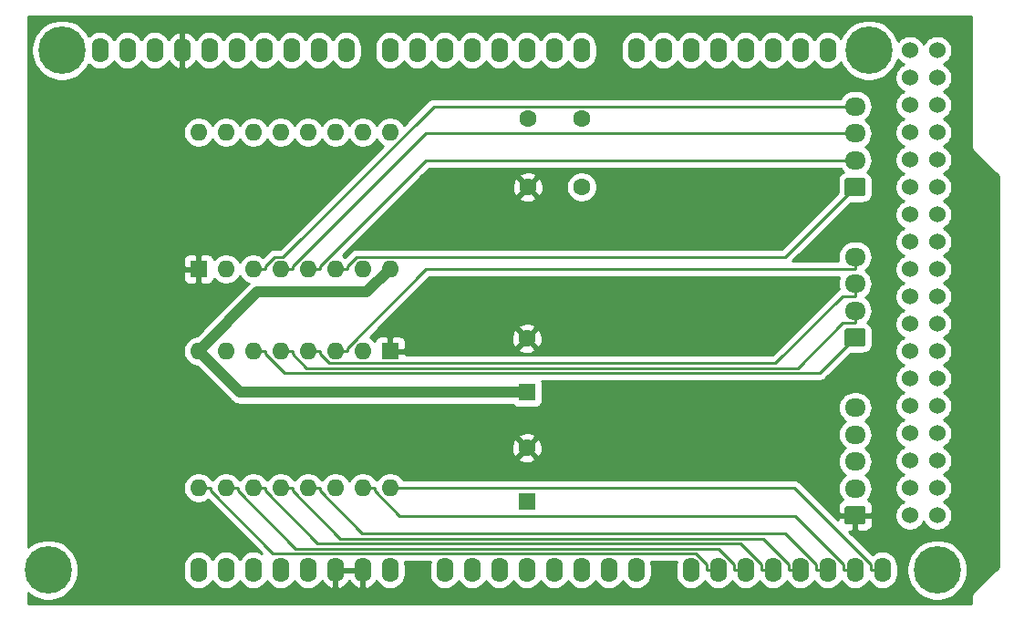
<source format=gbr>
G04 #@! TF.GenerationSoftware,KiCad,Pcbnew,5.1.5-52549c5~84~ubuntu16.04.1*
G04 #@! TF.CreationDate,2020-01-01T01:32:40+01:00*
G04 #@! TF.ProjectId,schema-3.0,73636865-6d61-42d3-932e-302e6b696361,rev?*
G04 #@! TF.SameCoordinates,Original*
G04 #@! TF.FileFunction,Copper,L1,Top*
G04 #@! TF.FilePolarity,Positive*
%FSLAX46Y46*%
G04 Gerber Fmt 4.6, Leading zero omitted, Abs format (unit mm)*
G04 Created by KiCad (PCBNEW 5.1.5-52549c5~84~ubuntu16.04.1) date 2020-01-01 01:32:40*
%MOMM*%
%LPD*%
G04 APERTURE LIST*
%ADD10O,1.950000X1.700000*%
%ADD11C,0.100000*%
%ADD12C,1.600000*%
%ADD13R,1.600000X1.600000*%
%ADD14C,4.400000*%
%ADD15O,1.600000X1.600000*%
%ADD16O,1.574800X2.286000*%
%ADD17C,1.524000*%
%ADD18C,0.250000*%
%ADD19C,1.000000*%
%ADD20C,0.254000*%
G04 APERTURE END LIST*
D10*
X168910000Y-99220000D03*
X168910000Y-101720000D03*
X168910000Y-104220000D03*
X168910000Y-106720000D03*
G04 #@! TA.AperFunction,ComponentPad*
D11*
G36*
X169659504Y-108371204D02*
G01*
X169683773Y-108374804D01*
X169707571Y-108380765D01*
X169730671Y-108389030D01*
X169752849Y-108399520D01*
X169773893Y-108412133D01*
X169793598Y-108426747D01*
X169811777Y-108443223D01*
X169828253Y-108461402D01*
X169842867Y-108481107D01*
X169855480Y-108502151D01*
X169865970Y-108524329D01*
X169874235Y-108547429D01*
X169880196Y-108571227D01*
X169883796Y-108595496D01*
X169885000Y-108620000D01*
X169885000Y-109820000D01*
X169883796Y-109844504D01*
X169880196Y-109868773D01*
X169874235Y-109892571D01*
X169865970Y-109915671D01*
X169855480Y-109937849D01*
X169842867Y-109958893D01*
X169828253Y-109978598D01*
X169811777Y-109996777D01*
X169793598Y-110013253D01*
X169773893Y-110027867D01*
X169752849Y-110040480D01*
X169730671Y-110050970D01*
X169707571Y-110059235D01*
X169683773Y-110065196D01*
X169659504Y-110068796D01*
X169635000Y-110070000D01*
X168185000Y-110070000D01*
X168160496Y-110068796D01*
X168136227Y-110065196D01*
X168112429Y-110059235D01*
X168089329Y-110050970D01*
X168067151Y-110040480D01*
X168046107Y-110027867D01*
X168026402Y-110013253D01*
X168008223Y-109996777D01*
X167991747Y-109978598D01*
X167977133Y-109958893D01*
X167964520Y-109937849D01*
X167954030Y-109915671D01*
X167945765Y-109892571D01*
X167939804Y-109868773D01*
X167936204Y-109844504D01*
X167935000Y-109820000D01*
X167935000Y-108620000D01*
X167936204Y-108595496D01*
X167939804Y-108571227D01*
X167945765Y-108547429D01*
X167954030Y-108524329D01*
X167964520Y-108502151D01*
X167977133Y-108481107D01*
X167991747Y-108461402D01*
X168008223Y-108443223D01*
X168026402Y-108426747D01*
X168046107Y-108412133D01*
X168067151Y-108399520D01*
X168089329Y-108389030D01*
X168112429Y-108380765D01*
X168136227Y-108374804D01*
X168160496Y-108371204D01*
X168185000Y-108370000D01*
X169635000Y-108370000D01*
X169659504Y-108371204D01*
G37*
G04 #@! TD.AperFunction*
D10*
X168910000Y-71240000D03*
X168910000Y-73740000D03*
X168910000Y-76240000D03*
G04 #@! TA.AperFunction,ComponentPad*
D11*
G36*
X169659504Y-77891204D02*
G01*
X169683773Y-77894804D01*
X169707571Y-77900765D01*
X169730671Y-77909030D01*
X169752849Y-77919520D01*
X169773893Y-77932133D01*
X169793598Y-77946747D01*
X169811777Y-77963223D01*
X169828253Y-77981402D01*
X169842867Y-78001107D01*
X169855480Y-78022151D01*
X169865970Y-78044329D01*
X169874235Y-78067429D01*
X169880196Y-78091227D01*
X169883796Y-78115496D01*
X169885000Y-78140000D01*
X169885000Y-79340000D01*
X169883796Y-79364504D01*
X169880196Y-79388773D01*
X169874235Y-79412571D01*
X169865970Y-79435671D01*
X169855480Y-79457849D01*
X169842867Y-79478893D01*
X169828253Y-79498598D01*
X169811777Y-79516777D01*
X169793598Y-79533253D01*
X169773893Y-79547867D01*
X169752849Y-79560480D01*
X169730671Y-79570970D01*
X169707571Y-79579235D01*
X169683773Y-79585196D01*
X169659504Y-79588796D01*
X169635000Y-79590000D01*
X168185000Y-79590000D01*
X168160496Y-79588796D01*
X168136227Y-79585196D01*
X168112429Y-79579235D01*
X168089329Y-79570970D01*
X168067151Y-79560480D01*
X168046107Y-79547867D01*
X168026402Y-79533253D01*
X168008223Y-79516777D01*
X167991747Y-79498598D01*
X167977133Y-79478893D01*
X167964520Y-79457849D01*
X167954030Y-79435671D01*
X167945765Y-79412571D01*
X167939804Y-79388773D01*
X167936204Y-79364504D01*
X167935000Y-79340000D01*
X167935000Y-78140000D01*
X167936204Y-78115496D01*
X167939804Y-78091227D01*
X167945765Y-78067429D01*
X167954030Y-78044329D01*
X167964520Y-78022151D01*
X167977133Y-78001107D01*
X167991747Y-77981402D01*
X168008223Y-77963223D01*
X168026402Y-77946747D01*
X168046107Y-77932133D01*
X168067151Y-77919520D01*
X168089329Y-77909030D01*
X168112429Y-77900765D01*
X168136227Y-77894804D01*
X168160496Y-77891204D01*
X168185000Y-77890000D01*
X169635000Y-77890000D01*
X169659504Y-77891204D01*
G37*
G04 #@! TD.AperFunction*
D10*
X168910000Y-85210000D03*
X168910000Y-87710000D03*
X168910000Y-90210000D03*
G04 #@! TA.AperFunction,ComponentPad*
D11*
G36*
X169659504Y-91861204D02*
G01*
X169683773Y-91864804D01*
X169707571Y-91870765D01*
X169730671Y-91879030D01*
X169752849Y-91889520D01*
X169773893Y-91902133D01*
X169793598Y-91916747D01*
X169811777Y-91933223D01*
X169828253Y-91951402D01*
X169842867Y-91971107D01*
X169855480Y-91992151D01*
X169865970Y-92014329D01*
X169874235Y-92037429D01*
X169880196Y-92061227D01*
X169883796Y-92085496D01*
X169885000Y-92110000D01*
X169885000Y-93310000D01*
X169883796Y-93334504D01*
X169880196Y-93358773D01*
X169874235Y-93382571D01*
X169865970Y-93405671D01*
X169855480Y-93427849D01*
X169842867Y-93448893D01*
X169828253Y-93468598D01*
X169811777Y-93486777D01*
X169793598Y-93503253D01*
X169773893Y-93517867D01*
X169752849Y-93530480D01*
X169730671Y-93540970D01*
X169707571Y-93549235D01*
X169683773Y-93555196D01*
X169659504Y-93558796D01*
X169635000Y-93560000D01*
X168185000Y-93560000D01*
X168160496Y-93558796D01*
X168136227Y-93555196D01*
X168112429Y-93549235D01*
X168089329Y-93540970D01*
X168067151Y-93530480D01*
X168046107Y-93517867D01*
X168026402Y-93503253D01*
X168008223Y-93486777D01*
X167991747Y-93468598D01*
X167977133Y-93448893D01*
X167964520Y-93427849D01*
X167954030Y-93405671D01*
X167945765Y-93382571D01*
X167939804Y-93358773D01*
X167936204Y-93334504D01*
X167935000Y-93310000D01*
X167935000Y-92110000D01*
X167936204Y-92085496D01*
X167939804Y-92061227D01*
X167945765Y-92037429D01*
X167954030Y-92014329D01*
X167964520Y-91992151D01*
X167977133Y-91971107D01*
X167991747Y-91951402D01*
X168008223Y-91933223D01*
X168026402Y-91916747D01*
X168046107Y-91902133D01*
X168067151Y-91889520D01*
X168089329Y-91879030D01*
X168112429Y-91870765D01*
X168136227Y-91864804D01*
X168160496Y-91861204D01*
X168185000Y-91860000D01*
X169635000Y-91860000D01*
X169659504Y-91861204D01*
G37*
G04 #@! TD.AperFunction*
D12*
X138510000Y-78740000D03*
X143510000Y-78740000D03*
X138510000Y-72390000D03*
X143510000Y-72390000D03*
X138430000Y-92790000D03*
D13*
X138430000Y-97790000D03*
D12*
X138430000Y-102950000D03*
D13*
X138430000Y-107950000D03*
D14*
X176530000Y-114300000D03*
X170180000Y-66040000D03*
X93980000Y-114300000D03*
X95250000Y-66040000D03*
D13*
X107950000Y-86360000D03*
D15*
X125730000Y-73660000D03*
X110490000Y-86360000D03*
X123190000Y-73660000D03*
X113030000Y-86360000D03*
X120650000Y-73660000D03*
X115570000Y-86360000D03*
X118110000Y-73660000D03*
X118110000Y-86360000D03*
X115570000Y-73660000D03*
X120650000Y-86360000D03*
X113030000Y-73660000D03*
X123190000Y-86360000D03*
X110490000Y-73660000D03*
X125730000Y-86360000D03*
X107950000Y-73660000D03*
D13*
X125730000Y-93980000D03*
D15*
X107950000Y-106680000D03*
X123190000Y-93980000D03*
X110490000Y-106680000D03*
X120650000Y-93980000D03*
X113030000Y-106680000D03*
X118110000Y-93980000D03*
X115570000Y-106680000D03*
X115570000Y-93980000D03*
X118110000Y-106680000D03*
X113030000Y-93980000D03*
X120650000Y-106680000D03*
X110490000Y-93980000D03*
X123190000Y-106680000D03*
X107950000Y-93980000D03*
X125730000Y-106680000D03*
D16*
X161290000Y-66040000D03*
X158750000Y-66040000D03*
X156210000Y-66040000D03*
X153670000Y-66040000D03*
X151130000Y-66040000D03*
X148590000Y-66040000D03*
X108966000Y-66040000D03*
X111506000Y-66040000D03*
X114046000Y-66040000D03*
X116586000Y-66040000D03*
X119126000Y-66040000D03*
X121666000Y-66040000D03*
X125730000Y-66040000D03*
X128270000Y-66040000D03*
X130810000Y-66040000D03*
X133350000Y-66040000D03*
X135890000Y-66040000D03*
X138430000Y-66040000D03*
X140970000Y-66040000D03*
X171450000Y-114300000D03*
X168910000Y-114300000D03*
X166370000Y-114300000D03*
X163830000Y-114300000D03*
X161290000Y-114300000D03*
X158750000Y-114300000D03*
X156210000Y-114300000D03*
X153670000Y-114300000D03*
X148590000Y-114300000D03*
X146050000Y-114300000D03*
X143510000Y-114300000D03*
X140970000Y-114300000D03*
X138430000Y-114300000D03*
X135890000Y-114300000D03*
X133350000Y-114300000D03*
X98806000Y-66052700D03*
X101346000Y-66052700D03*
X103886000Y-66052700D03*
X106426000Y-66052700D03*
X143510000Y-66052700D03*
X163830000Y-66052700D03*
X166370000Y-66052700D03*
D17*
X176530000Y-66052700D03*
X173990000Y-66052700D03*
X176530000Y-101612700D03*
X173990000Y-101612700D03*
X176530000Y-99072700D03*
X173990000Y-99072700D03*
X176530000Y-96532700D03*
X173990000Y-96532700D03*
X176530000Y-93992700D03*
X173990000Y-93992700D03*
X176530000Y-91452700D03*
X173990000Y-91452700D03*
X176530000Y-88912700D03*
X173990000Y-88912700D03*
X176530000Y-86372700D03*
X173990000Y-86372700D03*
X176530000Y-83832700D03*
X173990000Y-83832700D03*
X176530000Y-81292700D03*
X173990000Y-81292700D03*
X176530000Y-78752700D03*
X173990000Y-78752700D03*
X176530000Y-76212700D03*
X173990000Y-76212700D03*
X176530000Y-73672700D03*
X173990000Y-73672700D03*
X176530000Y-71132700D03*
X173990000Y-71132700D03*
X176530000Y-68592700D03*
X173990000Y-68592700D03*
X176530000Y-106692700D03*
X173990000Y-106692700D03*
X176530000Y-104152700D03*
X173990000Y-104152700D03*
X176530000Y-109232700D03*
X173990000Y-109232700D03*
D16*
X130810000Y-114312700D03*
X125730000Y-114312700D03*
X123190000Y-114312700D03*
X120650000Y-114312700D03*
X118110000Y-114312700D03*
X115570000Y-114312700D03*
X113030000Y-114312700D03*
X110490000Y-114312700D03*
X107950000Y-114312700D03*
D18*
X171450000Y-114300000D02*
X170337300Y-114300000D01*
X125730000Y-106680000D02*
X126855300Y-106680000D01*
X170337300Y-114300000D02*
X170337300Y-113743700D01*
X170337300Y-113743700D02*
X163273600Y-106680000D01*
X163273600Y-106680000D02*
X126855300Y-106680000D01*
X123190000Y-106680000D02*
X124315300Y-106680000D01*
X168910000Y-114300000D02*
X167797300Y-114300000D01*
X167797300Y-114300000D02*
X167797300Y-113743700D01*
X167797300Y-113743700D02*
X163322600Y-109269000D01*
X163322600Y-109269000D02*
X126623000Y-109269000D01*
X126623000Y-109269000D02*
X124315300Y-106961300D01*
X124315300Y-106961300D02*
X124315300Y-106680000D01*
X118110000Y-106680000D02*
X119235300Y-106680000D01*
X166370000Y-114300000D02*
X165257300Y-114300000D01*
X165257300Y-114300000D02*
X165257300Y-113743700D01*
X165257300Y-113743700D02*
X162378000Y-110864400D01*
X162378000Y-110864400D02*
X123138400Y-110864400D01*
X123138400Y-110864400D02*
X119235300Y-106961300D01*
X119235300Y-106961300D02*
X119235300Y-106680000D01*
X115570000Y-106680000D02*
X116695300Y-106680000D01*
X163830000Y-114300000D02*
X162717300Y-114300000D01*
X162717300Y-114300000D02*
X162717300Y-113743700D01*
X162717300Y-113743700D02*
X160347700Y-111374100D01*
X160347700Y-111374100D02*
X121108100Y-111374100D01*
X121108100Y-111374100D02*
X116695300Y-106961300D01*
X116695300Y-106961300D02*
X116695300Y-106680000D01*
X113030000Y-106680000D02*
X114155300Y-106680000D01*
X161290000Y-114300000D02*
X160177300Y-114300000D01*
X160177300Y-114300000D02*
X160177300Y-113743700D01*
X160177300Y-113743700D02*
X158258100Y-111824500D01*
X158258100Y-111824500D02*
X119018500Y-111824500D01*
X119018500Y-111824500D02*
X114155300Y-106961300D01*
X114155300Y-106961300D02*
X114155300Y-106680000D01*
X110490000Y-106680000D02*
X111615300Y-106680000D01*
X158750000Y-114300000D02*
X157637300Y-114300000D01*
X157637300Y-114300000D02*
X157637300Y-113743700D01*
X157637300Y-113743700D02*
X156196700Y-112303100D01*
X156196700Y-112303100D02*
X116957100Y-112303100D01*
X116957100Y-112303100D02*
X111615300Y-106961300D01*
X111615300Y-106961300D02*
X111615300Y-106680000D01*
X107950000Y-106680000D02*
X109075300Y-106680000D01*
X156210000Y-114300000D02*
X155097300Y-114300000D01*
X155097300Y-114300000D02*
X155097300Y-113743700D01*
X155097300Y-113743700D02*
X154107100Y-112753500D01*
X154107100Y-112753500D02*
X114867500Y-112753500D01*
X114867500Y-112753500D02*
X109075300Y-106961300D01*
X109075300Y-106961300D02*
X109075300Y-106680000D01*
X168910000Y-85210000D02*
X168910000Y-86385300D01*
X120650000Y-93980000D02*
X121775300Y-93980000D01*
X121775300Y-93980000D02*
X121775300Y-93698700D01*
X121775300Y-93698700D02*
X129088700Y-86385300D01*
X129088700Y-86385300D02*
X168910000Y-86385300D01*
X118110000Y-93980000D02*
X119235300Y-93980000D01*
X168910000Y-87710000D02*
X168910000Y-88885300D01*
X168910000Y-88885300D02*
X167734700Y-88885300D01*
X167734700Y-88885300D02*
X161514700Y-95105300D01*
X161514700Y-95105300D02*
X120079200Y-95105300D01*
X120079200Y-95105300D02*
X119235300Y-94261400D01*
X119235300Y-94261400D02*
X119235300Y-93980000D01*
X168910000Y-90210000D02*
X168910000Y-91385300D01*
X115570000Y-93980000D02*
X116695300Y-93980000D01*
X116695300Y-93980000D02*
X116695300Y-94261300D01*
X116695300Y-94261300D02*
X117989700Y-95555700D01*
X117989700Y-95555700D02*
X163564300Y-95555700D01*
X163564300Y-95555700D02*
X167734700Y-91385300D01*
X167734700Y-91385300D02*
X168910000Y-91385300D01*
X113030000Y-93980000D02*
X114155300Y-93980000D01*
X114155300Y-93980000D02*
X114155300Y-94261300D01*
X114155300Y-94261300D02*
X115900100Y-96006100D01*
X115900100Y-96006100D02*
X165613900Y-96006100D01*
X165613900Y-96006100D02*
X168910000Y-92710000D01*
X113030000Y-86360000D02*
X114155300Y-86360000D01*
X114155300Y-86360000D02*
X114155300Y-86078600D01*
X114155300Y-86078600D02*
X114999200Y-85234700D01*
X114999200Y-85234700D02*
X115795000Y-85234700D01*
X115795000Y-85234700D02*
X129789700Y-71240000D01*
X129789700Y-71240000D02*
X168910000Y-71240000D01*
X115570000Y-86360000D02*
X116695300Y-86360000D01*
X116695300Y-86360000D02*
X116695300Y-86078700D01*
X116695300Y-86078700D02*
X129034000Y-73740000D01*
X129034000Y-73740000D02*
X168910000Y-73740000D01*
X118110000Y-86360000D02*
X119235300Y-86360000D01*
X119235300Y-86360000D02*
X119235300Y-86078700D01*
X119235300Y-86078700D02*
X129074000Y-76240000D01*
X129074000Y-76240000D02*
X168910000Y-76240000D01*
X120650000Y-86360000D02*
X121775300Y-86360000D01*
X121775300Y-86360000D02*
X121775300Y-86078600D01*
X121775300Y-86078600D02*
X122619200Y-85234700D01*
X122619200Y-85234700D02*
X162415300Y-85234700D01*
X162415300Y-85234700D02*
X168910000Y-78740000D01*
D19*
X125730000Y-86360000D02*
X123587200Y-88502800D01*
X123587200Y-88502800D02*
X113427200Y-88502800D01*
X113427200Y-88502800D02*
X107950000Y-93980000D01*
X107950000Y-93980000D02*
X111760000Y-97790000D01*
X111760000Y-97790000D02*
X138430000Y-97790000D01*
D20*
G36*
X179680001Y-74897581D02*
G01*
X179676808Y-74930000D01*
X179680001Y-74962419D01*
X179687628Y-75039853D01*
X179689551Y-75059382D01*
X179727290Y-75183792D01*
X179788575Y-75298450D01*
X179850386Y-75373766D01*
X179850389Y-75373769D01*
X179871053Y-75398948D01*
X179896232Y-75419612D01*
X182220000Y-77743381D01*
X182220001Y-81247581D01*
X182220000Y-114026619D01*
X179896232Y-116350388D01*
X179871053Y-116371052D01*
X179850389Y-116396231D01*
X179850386Y-116396234D01*
X179788575Y-116471550D01*
X179727290Y-116586208D01*
X179689551Y-116710618D01*
X179676808Y-116840000D01*
X179680001Y-116872419D01*
X179680001Y-117450000D01*
X92100000Y-117450000D01*
X92100000Y-116429295D01*
X92172793Y-116502088D01*
X92637124Y-116812344D01*
X93153061Y-117026052D01*
X93700777Y-117135000D01*
X94259223Y-117135000D01*
X94806939Y-117026052D01*
X95322876Y-116812344D01*
X95787207Y-116502088D01*
X96182088Y-116107207D01*
X96492344Y-115642876D01*
X96706052Y-115126939D01*
X96815000Y-114579223D01*
X96815000Y-114020777D01*
X96706052Y-113473061D01*
X96492344Y-112957124D01*
X96182088Y-112492793D01*
X95787207Y-112097912D01*
X95322876Y-111787656D01*
X94806939Y-111573948D01*
X94259223Y-111465000D01*
X93700777Y-111465000D01*
X93153061Y-111573948D01*
X92637124Y-111787656D01*
X92172793Y-112097912D01*
X92100000Y-112170705D01*
X92100000Y-106538665D01*
X106515000Y-106538665D01*
X106515000Y-106821335D01*
X106570147Y-107098574D01*
X106678320Y-107359727D01*
X106835363Y-107594759D01*
X107035241Y-107794637D01*
X107270273Y-107951680D01*
X107531426Y-108059853D01*
X107808665Y-108115000D01*
X108091335Y-108115000D01*
X108368574Y-108059853D01*
X108629727Y-107951680D01*
X108846222Y-107807023D01*
X113789322Y-112750124D01*
X113576962Y-112636616D01*
X113308838Y-112555281D01*
X113030000Y-112527818D01*
X112751161Y-112555281D01*
X112483037Y-112636616D01*
X112235933Y-112768695D01*
X112019345Y-112946446D01*
X111841595Y-113163034D01*
X111760000Y-113315688D01*
X111678405Y-113163033D01*
X111500654Y-112946445D01*
X111284066Y-112768695D01*
X111036962Y-112636616D01*
X110768838Y-112555281D01*
X110490000Y-112527818D01*
X110211161Y-112555281D01*
X109943037Y-112636616D01*
X109695933Y-112768695D01*
X109479345Y-112946446D01*
X109301595Y-113163034D01*
X109220000Y-113315688D01*
X109138405Y-113163033D01*
X108960654Y-112946445D01*
X108744066Y-112768695D01*
X108496962Y-112636616D01*
X108228838Y-112555281D01*
X107950000Y-112527818D01*
X107671161Y-112555281D01*
X107403037Y-112636616D01*
X107155933Y-112768695D01*
X106939345Y-112946446D01*
X106761595Y-113163034D01*
X106629516Y-113410138D01*
X106548181Y-113678262D01*
X106527600Y-113887226D01*
X106527600Y-114738175D01*
X106548181Y-114947139D01*
X106629516Y-115215263D01*
X106761595Y-115462367D01*
X106939346Y-115678955D01*
X107155934Y-115856705D01*
X107403038Y-115988784D01*
X107671162Y-116070119D01*
X107950000Y-116097582D01*
X108228839Y-116070119D01*
X108496963Y-115988784D01*
X108744067Y-115856705D01*
X108960655Y-115678955D01*
X109138405Y-115462367D01*
X109220000Y-115309713D01*
X109301595Y-115462367D01*
X109479346Y-115678955D01*
X109695934Y-115856705D01*
X109943038Y-115988784D01*
X110211162Y-116070119D01*
X110490000Y-116097582D01*
X110768839Y-116070119D01*
X111036963Y-115988784D01*
X111284067Y-115856705D01*
X111500655Y-115678955D01*
X111678405Y-115462367D01*
X111760000Y-115309713D01*
X111841595Y-115462367D01*
X112019346Y-115678955D01*
X112235934Y-115856705D01*
X112483038Y-115988784D01*
X112751162Y-116070119D01*
X113030000Y-116097582D01*
X113308839Y-116070119D01*
X113576963Y-115988784D01*
X113824067Y-115856705D01*
X114040655Y-115678955D01*
X114218405Y-115462367D01*
X114300000Y-115309713D01*
X114381595Y-115462367D01*
X114559346Y-115678955D01*
X114775934Y-115856705D01*
X115023038Y-115988784D01*
X115291162Y-116070119D01*
X115570000Y-116097582D01*
X115848839Y-116070119D01*
X116116963Y-115988784D01*
X116364067Y-115856705D01*
X116580655Y-115678955D01*
X116758405Y-115462367D01*
X116840000Y-115309713D01*
X116921595Y-115462367D01*
X117099346Y-115678955D01*
X117315934Y-115856705D01*
X117563038Y-115988784D01*
X117831162Y-116070119D01*
X118110000Y-116097582D01*
X118388839Y-116070119D01*
X118656963Y-115988784D01*
X118904067Y-115856705D01*
X119120655Y-115678955D01*
X119298405Y-115462367D01*
X119377893Y-115313655D01*
X119384474Y-115329962D01*
X119537875Y-115564140D01*
X119734014Y-115763892D01*
X119965354Y-115921541D01*
X120223004Y-116031028D01*
X120302940Y-116047710D01*
X120523000Y-115925552D01*
X120523000Y-114439700D01*
X120777000Y-114439700D01*
X120777000Y-115925552D01*
X120997060Y-116047710D01*
X121076996Y-116031028D01*
X121334646Y-115921541D01*
X121565986Y-115763892D01*
X121762125Y-115564140D01*
X121915526Y-115329962D01*
X121920000Y-115318876D01*
X121924474Y-115329962D01*
X122077875Y-115564140D01*
X122274014Y-115763892D01*
X122505354Y-115921541D01*
X122763004Y-116031028D01*
X122842940Y-116047710D01*
X123063000Y-115925552D01*
X123063000Y-114439700D01*
X120777000Y-114439700D01*
X120523000Y-114439700D01*
X120503000Y-114439700D01*
X120503000Y-114185700D01*
X120523000Y-114185700D01*
X120523000Y-114165700D01*
X120777000Y-114165700D01*
X120777000Y-114185700D01*
X123063000Y-114185700D01*
X123063000Y-114165700D01*
X123317000Y-114165700D01*
X123317000Y-114185700D01*
X123337000Y-114185700D01*
X123337000Y-114439700D01*
X123317000Y-114439700D01*
X123317000Y-115925552D01*
X123537060Y-116047710D01*
X123616996Y-116031028D01*
X123874646Y-115921541D01*
X124105986Y-115763892D01*
X124302125Y-115564140D01*
X124455526Y-115329962D01*
X124462107Y-115313655D01*
X124541595Y-115462367D01*
X124719346Y-115678955D01*
X124935934Y-115856705D01*
X125183038Y-115988784D01*
X125451162Y-116070119D01*
X125730000Y-116097582D01*
X126008839Y-116070119D01*
X126276963Y-115988784D01*
X126524067Y-115856705D01*
X126740655Y-115678955D01*
X126918405Y-115462367D01*
X127050484Y-115215263D01*
X127131819Y-114947138D01*
X127152400Y-114738174D01*
X127152400Y-113887225D01*
X127131819Y-113678261D01*
X127081839Y-113513500D01*
X129458161Y-113513500D01*
X129408181Y-113678262D01*
X129387600Y-113887226D01*
X129387600Y-114738175D01*
X129408181Y-114947139D01*
X129489516Y-115215263D01*
X129621595Y-115462367D01*
X129799346Y-115678955D01*
X130015934Y-115856705D01*
X130263038Y-115988784D01*
X130531162Y-116070119D01*
X130810000Y-116097582D01*
X131088839Y-116070119D01*
X131356963Y-115988784D01*
X131604067Y-115856705D01*
X131820655Y-115678955D01*
X131998405Y-115462367D01*
X132083394Y-115303363D01*
X132161595Y-115449667D01*
X132339346Y-115666255D01*
X132555934Y-115844005D01*
X132803038Y-115976084D01*
X133071162Y-116057419D01*
X133350000Y-116084882D01*
X133628839Y-116057419D01*
X133896963Y-115976084D01*
X134144067Y-115844005D01*
X134360655Y-115666255D01*
X134538405Y-115449667D01*
X134620000Y-115297013D01*
X134701595Y-115449667D01*
X134879346Y-115666255D01*
X135095934Y-115844005D01*
X135343038Y-115976084D01*
X135611162Y-116057419D01*
X135890000Y-116084882D01*
X136168839Y-116057419D01*
X136436963Y-115976084D01*
X136684067Y-115844005D01*
X136900655Y-115666255D01*
X137078405Y-115449667D01*
X137160000Y-115297013D01*
X137241595Y-115449667D01*
X137419346Y-115666255D01*
X137635934Y-115844005D01*
X137883038Y-115976084D01*
X138151162Y-116057419D01*
X138430000Y-116084882D01*
X138708839Y-116057419D01*
X138976963Y-115976084D01*
X139224067Y-115844005D01*
X139440655Y-115666255D01*
X139618405Y-115449667D01*
X139700000Y-115297013D01*
X139781595Y-115449667D01*
X139959346Y-115666255D01*
X140175934Y-115844005D01*
X140423038Y-115976084D01*
X140691162Y-116057419D01*
X140970000Y-116084882D01*
X141248839Y-116057419D01*
X141516963Y-115976084D01*
X141764067Y-115844005D01*
X141980655Y-115666255D01*
X142158405Y-115449667D01*
X142240000Y-115297013D01*
X142321595Y-115449667D01*
X142499346Y-115666255D01*
X142715934Y-115844005D01*
X142963038Y-115976084D01*
X143231162Y-116057419D01*
X143510000Y-116084882D01*
X143788839Y-116057419D01*
X144056963Y-115976084D01*
X144304067Y-115844005D01*
X144520655Y-115666255D01*
X144698405Y-115449667D01*
X144780000Y-115297013D01*
X144861595Y-115449667D01*
X145039346Y-115666255D01*
X145255934Y-115844005D01*
X145503038Y-115976084D01*
X145771162Y-116057419D01*
X146050000Y-116084882D01*
X146328839Y-116057419D01*
X146596963Y-115976084D01*
X146844067Y-115844005D01*
X147060655Y-115666255D01*
X147238405Y-115449667D01*
X147320000Y-115297013D01*
X147401595Y-115449667D01*
X147579346Y-115666255D01*
X147795934Y-115844005D01*
X148043038Y-115976084D01*
X148311162Y-116057419D01*
X148590000Y-116084882D01*
X148868839Y-116057419D01*
X149136963Y-115976084D01*
X149384067Y-115844005D01*
X149600655Y-115666255D01*
X149778405Y-115449667D01*
X149910484Y-115202563D01*
X149991819Y-114934438D01*
X150012400Y-114725474D01*
X150012400Y-113874525D01*
X149991819Y-113665561D01*
X149945692Y-113513500D01*
X152314309Y-113513500D01*
X152268181Y-113665562D01*
X152247600Y-113874526D01*
X152247600Y-114725475D01*
X152268181Y-114934439D01*
X152349516Y-115202563D01*
X152481595Y-115449667D01*
X152659346Y-115666255D01*
X152875934Y-115844005D01*
X153123038Y-115976084D01*
X153391162Y-116057419D01*
X153670000Y-116084882D01*
X153948839Y-116057419D01*
X154216963Y-115976084D01*
X154464067Y-115844005D01*
X154680655Y-115666255D01*
X154858405Y-115449667D01*
X154940000Y-115297013D01*
X155021595Y-115449667D01*
X155199346Y-115666255D01*
X155415934Y-115844005D01*
X155663038Y-115976084D01*
X155931162Y-116057419D01*
X156210000Y-116084882D01*
X156488839Y-116057419D01*
X156756963Y-115976084D01*
X157004067Y-115844005D01*
X157220655Y-115666255D01*
X157398405Y-115449667D01*
X157480000Y-115297013D01*
X157561595Y-115449667D01*
X157739346Y-115666255D01*
X157955934Y-115844005D01*
X158203038Y-115976084D01*
X158471162Y-116057419D01*
X158750000Y-116084882D01*
X159028839Y-116057419D01*
X159296963Y-115976084D01*
X159544067Y-115844005D01*
X159760655Y-115666255D01*
X159938405Y-115449667D01*
X160020000Y-115297013D01*
X160101595Y-115449667D01*
X160279346Y-115666255D01*
X160495934Y-115844005D01*
X160743038Y-115976084D01*
X161011162Y-116057419D01*
X161290000Y-116084882D01*
X161568839Y-116057419D01*
X161836963Y-115976084D01*
X162084067Y-115844005D01*
X162300655Y-115666255D01*
X162478405Y-115449667D01*
X162560000Y-115297013D01*
X162641595Y-115449667D01*
X162819346Y-115666255D01*
X163035934Y-115844005D01*
X163283038Y-115976084D01*
X163551162Y-116057419D01*
X163830000Y-116084882D01*
X164108839Y-116057419D01*
X164376963Y-115976084D01*
X164624067Y-115844005D01*
X164840655Y-115666255D01*
X165018405Y-115449667D01*
X165100000Y-115297013D01*
X165181595Y-115449667D01*
X165359346Y-115666255D01*
X165575934Y-115844005D01*
X165823038Y-115976084D01*
X166091162Y-116057419D01*
X166370000Y-116084882D01*
X166648839Y-116057419D01*
X166916963Y-115976084D01*
X167164067Y-115844005D01*
X167380655Y-115666255D01*
X167558405Y-115449667D01*
X167640000Y-115297013D01*
X167721595Y-115449667D01*
X167899346Y-115666255D01*
X168115934Y-115844005D01*
X168363038Y-115976084D01*
X168631162Y-116057419D01*
X168910000Y-116084882D01*
X169188839Y-116057419D01*
X169456963Y-115976084D01*
X169704067Y-115844005D01*
X169920655Y-115666255D01*
X170098405Y-115449667D01*
X170180000Y-115297013D01*
X170261595Y-115449667D01*
X170439346Y-115666255D01*
X170655934Y-115844005D01*
X170903038Y-115976084D01*
X171171162Y-116057419D01*
X171450000Y-116084882D01*
X171728839Y-116057419D01*
X171996963Y-115976084D01*
X172244067Y-115844005D01*
X172460655Y-115666255D01*
X172638405Y-115449667D01*
X172770484Y-115202563D01*
X172851819Y-114934438D01*
X172872400Y-114725474D01*
X172872400Y-114020777D01*
X173695000Y-114020777D01*
X173695000Y-114579223D01*
X173803948Y-115126939D01*
X174017656Y-115642876D01*
X174327912Y-116107207D01*
X174722793Y-116502088D01*
X175187124Y-116812344D01*
X175703061Y-117026052D01*
X176250777Y-117135000D01*
X176809223Y-117135000D01*
X177356939Y-117026052D01*
X177872876Y-116812344D01*
X178337207Y-116502088D01*
X178732088Y-116107207D01*
X179042344Y-115642876D01*
X179256052Y-115126939D01*
X179365000Y-114579223D01*
X179365000Y-114020777D01*
X179256052Y-113473061D01*
X179042344Y-112957124D01*
X178732088Y-112492793D01*
X178337207Y-112097912D01*
X177872876Y-111787656D01*
X177356939Y-111573948D01*
X176809223Y-111465000D01*
X176250777Y-111465000D01*
X175703061Y-111573948D01*
X175187124Y-111787656D01*
X174722793Y-112097912D01*
X174327912Y-112492793D01*
X174017656Y-112957124D01*
X173803948Y-113473061D01*
X173695000Y-114020777D01*
X172872400Y-114020777D01*
X172872400Y-113874525D01*
X172851819Y-113665561D01*
X172770484Y-113397437D01*
X172638405Y-113150333D01*
X172460654Y-112933745D01*
X172244066Y-112755995D01*
X171996962Y-112623916D01*
X171728838Y-112542581D01*
X171450000Y-112515118D01*
X171171161Y-112542581D01*
X170903037Y-112623916D01*
X170655933Y-112755995D01*
X170528763Y-112860361D01*
X168374515Y-110706113D01*
X168624250Y-110705000D01*
X168783000Y-110546250D01*
X168783000Y-109347000D01*
X169037000Y-109347000D01*
X169037000Y-110546250D01*
X169195750Y-110705000D01*
X169885000Y-110708072D01*
X170009482Y-110695812D01*
X170129180Y-110659502D01*
X170239494Y-110600537D01*
X170336185Y-110521185D01*
X170415537Y-110424494D01*
X170474502Y-110314180D01*
X170510812Y-110194482D01*
X170523072Y-110070000D01*
X170520000Y-109505750D01*
X170361250Y-109347000D01*
X169037000Y-109347000D01*
X168783000Y-109347000D01*
X167458750Y-109347000D01*
X167300000Y-109505750D01*
X167299319Y-109630917D01*
X163837404Y-106169003D01*
X163813601Y-106139999D01*
X163697876Y-106045026D01*
X163565847Y-105974454D01*
X163422586Y-105930997D01*
X163310933Y-105920000D01*
X163310922Y-105920000D01*
X163273600Y-105916324D01*
X163236278Y-105920000D01*
X126948043Y-105920000D01*
X126844637Y-105765241D01*
X126644759Y-105565363D01*
X126409727Y-105408320D01*
X126148574Y-105300147D01*
X125871335Y-105245000D01*
X125588665Y-105245000D01*
X125311426Y-105300147D01*
X125050273Y-105408320D01*
X124815241Y-105565363D01*
X124615363Y-105765241D01*
X124497813Y-105941167D01*
X124464286Y-105930997D01*
X124411947Y-105925842D01*
X124304637Y-105765241D01*
X124104759Y-105565363D01*
X123869727Y-105408320D01*
X123608574Y-105300147D01*
X123331335Y-105245000D01*
X123048665Y-105245000D01*
X122771426Y-105300147D01*
X122510273Y-105408320D01*
X122275241Y-105565363D01*
X122075363Y-105765241D01*
X121920000Y-105997759D01*
X121764637Y-105765241D01*
X121564759Y-105565363D01*
X121329727Y-105408320D01*
X121068574Y-105300147D01*
X120791335Y-105245000D01*
X120508665Y-105245000D01*
X120231426Y-105300147D01*
X119970273Y-105408320D01*
X119735241Y-105565363D01*
X119535363Y-105765241D01*
X119417813Y-105941167D01*
X119384286Y-105930997D01*
X119331947Y-105925842D01*
X119224637Y-105765241D01*
X119024759Y-105565363D01*
X118789727Y-105408320D01*
X118528574Y-105300147D01*
X118251335Y-105245000D01*
X117968665Y-105245000D01*
X117691426Y-105300147D01*
X117430273Y-105408320D01*
X117195241Y-105565363D01*
X116995363Y-105765241D01*
X116877813Y-105941167D01*
X116844286Y-105930997D01*
X116791947Y-105925842D01*
X116684637Y-105765241D01*
X116484759Y-105565363D01*
X116249727Y-105408320D01*
X115988574Y-105300147D01*
X115711335Y-105245000D01*
X115428665Y-105245000D01*
X115151426Y-105300147D01*
X114890273Y-105408320D01*
X114655241Y-105565363D01*
X114455363Y-105765241D01*
X114337813Y-105941167D01*
X114304286Y-105930997D01*
X114251947Y-105925842D01*
X114144637Y-105765241D01*
X113944759Y-105565363D01*
X113709727Y-105408320D01*
X113448574Y-105300147D01*
X113171335Y-105245000D01*
X112888665Y-105245000D01*
X112611426Y-105300147D01*
X112350273Y-105408320D01*
X112115241Y-105565363D01*
X111915363Y-105765241D01*
X111797813Y-105941167D01*
X111764286Y-105930997D01*
X111711947Y-105925842D01*
X111604637Y-105765241D01*
X111404759Y-105565363D01*
X111169727Y-105408320D01*
X110908574Y-105300147D01*
X110631335Y-105245000D01*
X110348665Y-105245000D01*
X110071426Y-105300147D01*
X109810273Y-105408320D01*
X109575241Y-105565363D01*
X109375363Y-105765241D01*
X109257813Y-105941167D01*
X109224286Y-105930997D01*
X109171947Y-105925842D01*
X109064637Y-105765241D01*
X108864759Y-105565363D01*
X108629727Y-105408320D01*
X108368574Y-105300147D01*
X108091335Y-105245000D01*
X107808665Y-105245000D01*
X107531426Y-105300147D01*
X107270273Y-105408320D01*
X107035241Y-105565363D01*
X106835363Y-105765241D01*
X106678320Y-106000273D01*
X106570147Y-106261426D01*
X106515000Y-106538665D01*
X92100000Y-106538665D01*
X92100000Y-103942702D01*
X137616903Y-103942702D01*
X137688486Y-104186671D01*
X137943996Y-104307571D01*
X138218184Y-104376300D01*
X138500512Y-104390217D01*
X138780130Y-104348787D01*
X139046292Y-104253603D01*
X139171514Y-104186671D01*
X139243097Y-103942702D01*
X138430000Y-103129605D01*
X137616903Y-103942702D01*
X92100000Y-103942702D01*
X92100000Y-103020512D01*
X136989783Y-103020512D01*
X137031213Y-103300130D01*
X137126397Y-103566292D01*
X137193329Y-103691514D01*
X137437298Y-103763097D01*
X138250395Y-102950000D01*
X138609605Y-102950000D01*
X139422702Y-103763097D01*
X139666671Y-103691514D01*
X139787571Y-103436004D01*
X139856300Y-103161816D01*
X139870217Y-102879488D01*
X139828787Y-102599870D01*
X139733603Y-102333708D01*
X139666671Y-102208486D01*
X139422702Y-102136903D01*
X138609605Y-102950000D01*
X138250395Y-102950000D01*
X137437298Y-102136903D01*
X137193329Y-102208486D01*
X137072429Y-102463996D01*
X137003700Y-102738184D01*
X136989783Y-103020512D01*
X92100000Y-103020512D01*
X92100000Y-101957298D01*
X137616903Y-101957298D01*
X138430000Y-102770395D01*
X139243097Y-101957298D01*
X139171514Y-101713329D01*
X138916004Y-101592429D01*
X138641816Y-101523700D01*
X138359488Y-101509783D01*
X138079870Y-101551213D01*
X137813708Y-101646397D01*
X137688486Y-101713329D01*
X137616903Y-101957298D01*
X92100000Y-101957298D01*
X92100000Y-87160000D01*
X106511928Y-87160000D01*
X106524188Y-87284482D01*
X106560498Y-87404180D01*
X106619463Y-87514494D01*
X106698815Y-87611185D01*
X106795506Y-87690537D01*
X106905820Y-87749502D01*
X107025518Y-87785812D01*
X107150000Y-87798072D01*
X107664250Y-87795000D01*
X107823000Y-87636250D01*
X107823000Y-86487000D01*
X106673750Y-86487000D01*
X106515000Y-86645750D01*
X106511928Y-87160000D01*
X92100000Y-87160000D01*
X92100000Y-85560000D01*
X106511928Y-85560000D01*
X106515000Y-86074250D01*
X106673750Y-86233000D01*
X107823000Y-86233000D01*
X107823000Y-85083750D01*
X107664250Y-84925000D01*
X107150000Y-84921928D01*
X107025518Y-84934188D01*
X106905820Y-84970498D01*
X106795506Y-85029463D01*
X106698815Y-85108815D01*
X106619463Y-85205506D01*
X106560498Y-85315820D01*
X106524188Y-85435518D01*
X106511928Y-85560000D01*
X92100000Y-85560000D01*
X92100000Y-73518665D01*
X106515000Y-73518665D01*
X106515000Y-73801335D01*
X106570147Y-74078574D01*
X106678320Y-74339727D01*
X106835363Y-74574759D01*
X107035241Y-74774637D01*
X107270273Y-74931680D01*
X107531426Y-75039853D01*
X107808665Y-75095000D01*
X108091335Y-75095000D01*
X108368574Y-75039853D01*
X108629727Y-74931680D01*
X108864759Y-74774637D01*
X109064637Y-74574759D01*
X109220000Y-74342241D01*
X109375363Y-74574759D01*
X109575241Y-74774637D01*
X109810273Y-74931680D01*
X110071426Y-75039853D01*
X110348665Y-75095000D01*
X110631335Y-75095000D01*
X110908574Y-75039853D01*
X111169727Y-74931680D01*
X111404759Y-74774637D01*
X111604637Y-74574759D01*
X111760000Y-74342241D01*
X111915363Y-74574759D01*
X112115241Y-74774637D01*
X112350273Y-74931680D01*
X112611426Y-75039853D01*
X112888665Y-75095000D01*
X113171335Y-75095000D01*
X113448574Y-75039853D01*
X113709727Y-74931680D01*
X113944759Y-74774637D01*
X114144637Y-74574759D01*
X114300000Y-74342241D01*
X114455363Y-74574759D01*
X114655241Y-74774637D01*
X114890273Y-74931680D01*
X115151426Y-75039853D01*
X115428665Y-75095000D01*
X115711335Y-75095000D01*
X115988574Y-75039853D01*
X116249727Y-74931680D01*
X116484759Y-74774637D01*
X116684637Y-74574759D01*
X116840000Y-74342241D01*
X116995363Y-74574759D01*
X117195241Y-74774637D01*
X117430273Y-74931680D01*
X117691426Y-75039853D01*
X117968665Y-75095000D01*
X118251335Y-75095000D01*
X118528574Y-75039853D01*
X118789727Y-74931680D01*
X119024759Y-74774637D01*
X119224637Y-74574759D01*
X119380000Y-74342241D01*
X119535363Y-74574759D01*
X119735241Y-74774637D01*
X119970273Y-74931680D01*
X120231426Y-75039853D01*
X120508665Y-75095000D01*
X120791335Y-75095000D01*
X121068574Y-75039853D01*
X121329727Y-74931680D01*
X121564759Y-74774637D01*
X121764637Y-74574759D01*
X121920000Y-74342241D01*
X122075363Y-74574759D01*
X122275241Y-74774637D01*
X122510273Y-74931680D01*
X122771426Y-75039853D01*
X123048665Y-75095000D01*
X123331335Y-75095000D01*
X123608574Y-75039853D01*
X123869727Y-74931680D01*
X124104759Y-74774637D01*
X124304637Y-74574759D01*
X124460000Y-74342241D01*
X124615363Y-74574759D01*
X124815241Y-74774637D01*
X125034055Y-74920843D01*
X115480199Y-84474700D01*
X115036523Y-84474700D01*
X114999200Y-84471024D01*
X114961877Y-84474700D01*
X114961867Y-84474700D01*
X114850214Y-84485697D01*
X114706953Y-84529154D01*
X114574924Y-84599726D01*
X114459199Y-84694699D01*
X114435401Y-84723697D01*
X113926162Y-85232937D01*
X113709727Y-85088320D01*
X113448574Y-84980147D01*
X113171335Y-84925000D01*
X112888665Y-84925000D01*
X112611426Y-84980147D01*
X112350273Y-85088320D01*
X112115241Y-85245363D01*
X111915363Y-85445241D01*
X111760000Y-85677759D01*
X111604637Y-85445241D01*
X111404759Y-85245363D01*
X111169727Y-85088320D01*
X110908574Y-84980147D01*
X110631335Y-84925000D01*
X110348665Y-84925000D01*
X110071426Y-84980147D01*
X109810273Y-85088320D01*
X109575241Y-85245363D01*
X109376643Y-85443961D01*
X109375812Y-85435518D01*
X109339502Y-85315820D01*
X109280537Y-85205506D01*
X109201185Y-85108815D01*
X109104494Y-85029463D01*
X108994180Y-84970498D01*
X108874482Y-84934188D01*
X108750000Y-84921928D01*
X108235750Y-84925000D01*
X108077000Y-85083750D01*
X108077000Y-86233000D01*
X108097000Y-86233000D01*
X108097000Y-86487000D01*
X108077000Y-86487000D01*
X108077000Y-87636250D01*
X108235750Y-87795000D01*
X108750000Y-87798072D01*
X108874482Y-87785812D01*
X108994180Y-87749502D01*
X109104494Y-87690537D01*
X109201185Y-87611185D01*
X109280537Y-87514494D01*
X109339502Y-87404180D01*
X109375812Y-87284482D01*
X109376643Y-87276039D01*
X109575241Y-87474637D01*
X109810273Y-87631680D01*
X110071426Y-87739853D01*
X110348665Y-87795000D01*
X110631335Y-87795000D01*
X110908574Y-87739853D01*
X111169727Y-87631680D01*
X111404759Y-87474637D01*
X111604637Y-87274759D01*
X111760000Y-87042241D01*
X111915363Y-87274759D01*
X112115241Y-87474637D01*
X112350273Y-87631680D01*
X112591741Y-87731699D01*
X112585213Y-87739654D01*
X107772718Y-92552150D01*
X107531426Y-92600147D01*
X107270273Y-92708320D01*
X107035241Y-92865363D01*
X106835363Y-93065241D01*
X106678320Y-93300273D01*
X106570147Y-93561426D01*
X106515000Y-93838665D01*
X106515000Y-94121335D01*
X106570147Y-94398574D01*
X106678320Y-94659727D01*
X106835363Y-94894759D01*
X107035241Y-95094637D01*
X107270273Y-95251680D01*
X107531426Y-95359853D01*
X107772718Y-95407850D01*
X110918013Y-98553146D01*
X110953551Y-98596449D01*
X110996854Y-98631987D01*
X110996856Y-98631989D01*
X111126377Y-98738284D01*
X111323553Y-98843676D01*
X111537501Y-98908577D01*
X111760000Y-98930491D01*
X111815752Y-98925000D01*
X137089043Y-98925000D01*
X137099463Y-98944494D01*
X137178815Y-99041185D01*
X137275506Y-99120537D01*
X137385820Y-99179502D01*
X137505518Y-99215812D01*
X137630000Y-99228072D01*
X139230000Y-99228072D01*
X139311959Y-99220000D01*
X167292815Y-99220000D01*
X167321487Y-99511111D01*
X167406401Y-99791034D01*
X167544294Y-100049014D01*
X167729866Y-100275134D01*
X167955986Y-100460706D01*
X167973374Y-100470000D01*
X167955986Y-100479294D01*
X167729866Y-100664866D01*
X167544294Y-100890986D01*
X167406401Y-101148966D01*
X167321487Y-101428889D01*
X167292815Y-101720000D01*
X167321487Y-102011111D01*
X167406401Y-102291034D01*
X167544294Y-102549014D01*
X167729866Y-102775134D01*
X167955986Y-102960706D01*
X167973374Y-102970000D01*
X167955986Y-102979294D01*
X167729866Y-103164866D01*
X167544294Y-103390986D01*
X167406401Y-103648966D01*
X167321487Y-103928889D01*
X167292815Y-104220000D01*
X167321487Y-104511111D01*
X167406401Y-104791034D01*
X167544294Y-105049014D01*
X167729866Y-105275134D01*
X167955986Y-105460706D01*
X167973374Y-105470000D01*
X167955986Y-105479294D01*
X167729866Y-105664866D01*
X167544294Y-105890986D01*
X167406401Y-106148966D01*
X167321487Y-106428889D01*
X167292815Y-106720000D01*
X167321487Y-107011111D01*
X167406401Y-107291034D01*
X167544294Y-107549014D01*
X167725608Y-107769945D01*
X167690820Y-107780498D01*
X167580506Y-107839463D01*
X167483815Y-107918815D01*
X167404463Y-108015506D01*
X167345498Y-108125820D01*
X167309188Y-108245518D01*
X167296928Y-108370000D01*
X167300000Y-108934250D01*
X167458750Y-109093000D01*
X168783000Y-109093000D01*
X168783000Y-109073000D01*
X169037000Y-109073000D01*
X169037000Y-109093000D01*
X170361250Y-109093000D01*
X170520000Y-108934250D01*
X170523072Y-108370000D01*
X170510812Y-108245518D01*
X170474502Y-108125820D01*
X170415537Y-108015506D01*
X170336185Y-107918815D01*
X170239494Y-107839463D01*
X170129180Y-107780498D01*
X170094392Y-107769945D01*
X170275706Y-107549014D01*
X170413599Y-107291034D01*
X170498513Y-107011111D01*
X170527185Y-106720000D01*
X170498513Y-106428889D01*
X170413599Y-106148966D01*
X170275706Y-105890986D01*
X170090134Y-105664866D01*
X169864014Y-105479294D01*
X169846626Y-105470000D01*
X169864014Y-105460706D01*
X170090134Y-105275134D01*
X170275706Y-105049014D01*
X170413599Y-104791034D01*
X170498513Y-104511111D01*
X170527185Y-104220000D01*
X170498513Y-103928889D01*
X170413599Y-103648966D01*
X170275706Y-103390986D01*
X170090134Y-103164866D01*
X169864014Y-102979294D01*
X169846626Y-102970000D01*
X169864014Y-102960706D01*
X170090134Y-102775134D01*
X170275706Y-102549014D01*
X170413599Y-102291034D01*
X170498513Y-102011111D01*
X170527185Y-101720000D01*
X170498513Y-101428889D01*
X170413599Y-101148966D01*
X170275706Y-100890986D01*
X170090134Y-100664866D01*
X169864014Y-100479294D01*
X169846626Y-100470000D01*
X169864014Y-100460706D01*
X170090134Y-100275134D01*
X170275706Y-100049014D01*
X170413599Y-99791034D01*
X170498513Y-99511111D01*
X170527185Y-99220000D01*
X170498513Y-98928889D01*
X170413599Y-98648966D01*
X170275706Y-98390986D01*
X170090134Y-98164866D01*
X169864014Y-97979294D01*
X169606034Y-97841401D01*
X169326111Y-97756487D01*
X169107950Y-97735000D01*
X168712050Y-97735000D01*
X168493889Y-97756487D01*
X168213966Y-97841401D01*
X167955986Y-97979294D01*
X167729866Y-98164866D01*
X167544294Y-98390986D01*
X167406401Y-98648966D01*
X167321487Y-98928889D01*
X167292815Y-99220000D01*
X139311959Y-99220000D01*
X139354482Y-99215812D01*
X139474180Y-99179502D01*
X139584494Y-99120537D01*
X139681185Y-99041185D01*
X139760537Y-98944494D01*
X139819502Y-98834180D01*
X139855812Y-98714482D01*
X139868072Y-98590000D01*
X139868072Y-96990000D01*
X139855812Y-96865518D01*
X139825654Y-96766100D01*
X165576578Y-96766100D01*
X165613900Y-96769776D01*
X165651222Y-96766100D01*
X165651233Y-96766100D01*
X165762886Y-96755103D01*
X165906147Y-96711646D01*
X166038176Y-96641074D01*
X166153901Y-96546101D01*
X166177704Y-96517097D01*
X168496730Y-94198072D01*
X169635000Y-94198072D01*
X169808254Y-94181008D01*
X169974850Y-94130472D01*
X170128386Y-94048405D01*
X170262962Y-93937962D01*
X170373405Y-93803386D01*
X170455472Y-93649850D01*
X170506008Y-93483254D01*
X170523072Y-93310000D01*
X170523072Y-92110000D01*
X170506008Y-91936746D01*
X170455472Y-91770150D01*
X170373405Y-91616614D01*
X170262962Y-91482038D01*
X170128386Y-91371595D01*
X170026663Y-91317223D01*
X170090134Y-91265134D01*
X170275706Y-91039014D01*
X170413599Y-90781034D01*
X170498513Y-90501111D01*
X170527185Y-90210000D01*
X170498513Y-89918889D01*
X170413599Y-89638966D01*
X170275706Y-89380986D01*
X170090134Y-89154866D01*
X169864014Y-88969294D01*
X169846626Y-88960000D01*
X169864014Y-88950706D01*
X170090134Y-88765134D01*
X170275706Y-88539014D01*
X170413599Y-88281034D01*
X170498513Y-88001111D01*
X170527185Y-87710000D01*
X170498513Y-87418889D01*
X170413599Y-87138966D01*
X170275706Y-86880986D01*
X170090134Y-86654866D01*
X169864014Y-86469294D01*
X169846626Y-86460000D01*
X169864014Y-86450706D01*
X170090134Y-86265134D01*
X170275706Y-86039014D01*
X170413599Y-85781034D01*
X170498513Y-85501111D01*
X170527185Y-85210000D01*
X170498513Y-84918889D01*
X170413599Y-84638966D01*
X170275706Y-84380986D01*
X170090134Y-84154866D01*
X169864014Y-83969294D01*
X169606034Y-83831401D01*
X169326111Y-83746487D01*
X169107950Y-83725000D01*
X168712050Y-83725000D01*
X168493889Y-83746487D01*
X168213966Y-83831401D01*
X167955986Y-83969294D01*
X167729866Y-84154866D01*
X167544294Y-84380986D01*
X167406401Y-84638966D01*
X167321487Y-84918889D01*
X167292815Y-85210000D01*
X167321487Y-85501111D01*
X167359159Y-85625300D01*
X163099501Y-85625300D01*
X168496730Y-80228072D01*
X169635000Y-80228072D01*
X169808254Y-80211008D01*
X169974850Y-80160472D01*
X170128386Y-80078405D01*
X170262962Y-79967962D01*
X170373405Y-79833386D01*
X170455472Y-79679850D01*
X170506008Y-79513254D01*
X170523072Y-79340000D01*
X170523072Y-78140000D01*
X170506008Y-77966746D01*
X170455472Y-77800150D01*
X170373405Y-77646614D01*
X170262962Y-77512038D01*
X170128386Y-77401595D01*
X170026663Y-77347223D01*
X170090134Y-77295134D01*
X170275706Y-77069014D01*
X170413599Y-76811034D01*
X170498513Y-76531111D01*
X170527185Y-76240000D01*
X170498513Y-75948889D01*
X170413599Y-75668966D01*
X170275706Y-75410986D01*
X170090134Y-75184866D01*
X169864014Y-74999294D01*
X169846626Y-74990000D01*
X169864014Y-74980706D01*
X170090134Y-74795134D01*
X170275706Y-74569014D01*
X170413599Y-74311034D01*
X170498513Y-74031111D01*
X170527185Y-73740000D01*
X170498513Y-73448889D01*
X170413599Y-73168966D01*
X170275706Y-72910986D01*
X170090134Y-72684866D01*
X169864014Y-72499294D01*
X169846626Y-72490000D01*
X169864014Y-72480706D01*
X170090134Y-72295134D01*
X170275706Y-72069014D01*
X170413599Y-71811034D01*
X170498513Y-71531111D01*
X170527185Y-71240000D01*
X170498513Y-70948889D01*
X170413599Y-70668966D01*
X170275706Y-70410986D01*
X170090134Y-70184866D01*
X169864014Y-69999294D01*
X169606034Y-69861401D01*
X169326111Y-69776487D01*
X169107950Y-69755000D01*
X168712050Y-69755000D01*
X168493889Y-69776487D01*
X168213966Y-69861401D01*
X167955986Y-69999294D01*
X167729866Y-70184866D01*
X167544294Y-70410986D01*
X167507405Y-70480000D01*
X129827033Y-70480000D01*
X129789700Y-70476323D01*
X129752367Y-70480000D01*
X129640714Y-70490997D01*
X129497453Y-70534454D01*
X129365424Y-70605026D01*
X129249699Y-70699999D01*
X129225901Y-70728997D01*
X126990843Y-72964055D01*
X126844637Y-72745241D01*
X126644759Y-72545363D01*
X126409727Y-72388320D01*
X126148574Y-72280147D01*
X125871335Y-72225000D01*
X125588665Y-72225000D01*
X125311426Y-72280147D01*
X125050273Y-72388320D01*
X124815241Y-72545363D01*
X124615363Y-72745241D01*
X124460000Y-72977759D01*
X124304637Y-72745241D01*
X124104759Y-72545363D01*
X123869727Y-72388320D01*
X123608574Y-72280147D01*
X123331335Y-72225000D01*
X123048665Y-72225000D01*
X122771426Y-72280147D01*
X122510273Y-72388320D01*
X122275241Y-72545363D01*
X122075363Y-72745241D01*
X121920000Y-72977759D01*
X121764637Y-72745241D01*
X121564759Y-72545363D01*
X121329727Y-72388320D01*
X121068574Y-72280147D01*
X120791335Y-72225000D01*
X120508665Y-72225000D01*
X120231426Y-72280147D01*
X119970273Y-72388320D01*
X119735241Y-72545363D01*
X119535363Y-72745241D01*
X119380000Y-72977759D01*
X119224637Y-72745241D01*
X119024759Y-72545363D01*
X118789727Y-72388320D01*
X118528574Y-72280147D01*
X118251335Y-72225000D01*
X117968665Y-72225000D01*
X117691426Y-72280147D01*
X117430273Y-72388320D01*
X117195241Y-72545363D01*
X116995363Y-72745241D01*
X116840000Y-72977759D01*
X116684637Y-72745241D01*
X116484759Y-72545363D01*
X116249727Y-72388320D01*
X115988574Y-72280147D01*
X115711335Y-72225000D01*
X115428665Y-72225000D01*
X115151426Y-72280147D01*
X114890273Y-72388320D01*
X114655241Y-72545363D01*
X114455363Y-72745241D01*
X114300000Y-72977759D01*
X114144637Y-72745241D01*
X113944759Y-72545363D01*
X113709727Y-72388320D01*
X113448574Y-72280147D01*
X113171335Y-72225000D01*
X112888665Y-72225000D01*
X112611426Y-72280147D01*
X112350273Y-72388320D01*
X112115241Y-72545363D01*
X111915363Y-72745241D01*
X111760000Y-72977759D01*
X111604637Y-72745241D01*
X111404759Y-72545363D01*
X111169727Y-72388320D01*
X110908574Y-72280147D01*
X110631335Y-72225000D01*
X110348665Y-72225000D01*
X110071426Y-72280147D01*
X109810273Y-72388320D01*
X109575241Y-72545363D01*
X109375363Y-72745241D01*
X109220000Y-72977759D01*
X109064637Y-72745241D01*
X108864759Y-72545363D01*
X108629727Y-72388320D01*
X108368574Y-72280147D01*
X108091335Y-72225000D01*
X107808665Y-72225000D01*
X107531426Y-72280147D01*
X107270273Y-72388320D01*
X107035241Y-72545363D01*
X106835363Y-72745241D01*
X106678320Y-72980273D01*
X106570147Y-73241426D01*
X106515000Y-73518665D01*
X92100000Y-73518665D01*
X92100000Y-65760777D01*
X92415000Y-65760777D01*
X92415000Y-66319223D01*
X92523948Y-66866939D01*
X92737656Y-67382876D01*
X93047912Y-67847207D01*
X93442793Y-68242088D01*
X93907124Y-68552344D01*
X94423061Y-68766052D01*
X94970777Y-68875000D01*
X95529223Y-68875000D01*
X96076939Y-68766052D01*
X96592876Y-68552344D01*
X97057207Y-68242088D01*
X97452088Y-67847207D01*
X97762344Y-67382876D01*
X97763482Y-67380129D01*
X97795346Y-67418955D01*
X98011934Y-67596705D01*
X98259038Y-67728784D01*
X98527162Y-67810119D01*
X98806000Y-67837582D01*
X99084839Y-67810119D01*
X99352963Y-67728784D01*
X99600067Y-67596705D01*
X99816655Y-67418955D01*
X99994405Y-67202367D01*
X100076000Y-67049713D01*
X100157595Y-67202367D01*
X100335346Y-67418955D01*
X100551934Y-67596705D01*
X100799038Y-67728784D01*
X101067162Y-67810119D01*
X101346000Y-67837582D01*
X101624839Y-67810119D01*
X101892963Y-67728784D01*
X102140067Y-67596705D01*
X102356655Y-67418955D01*
X102534405Y-67202367D01*
X102616000Y-67049713D01*
X102697595Y-67202367D01*
X102875346Y-67418955D01*
X103091934Y-67596705D01*
X103339038Y-67728784D01*
X103607162Y-67810119D01*
X103886000Y-67837582D01*
X104164839Y-67810119D01*
X104432963Y-67728784D01*
X104680067Y-67596705D01*
X104896655Y-67418955D01*
X105074405Y-67202367D01*
X105153893Y-67053655D01*
X105160474Y-67069962D01*
X105313875Y-67304140D01*
X105510014Y-67503892D01*
X105741354Y-67661541D01*
X105999004Y-67771028D01*
X106078940Y-67787710D01*
X106299000Y-67665552D01*
X106299000Y-66179700D01*
X106279000Y-66179700D01*
X106279000Y-65925700D01*
X106299000Y-65925700D01*
X106299000Y-64439848D01*
X106553000Y-64439848D01*
X106553000Y-65925700D01*
X106573000Y-65925700D01*
X106573000Y-66179700D01*
X106553000Y-66179700D01*
X106553000Y-67665552D01*
X106773060Y-67787710D01*
X106852996Y-67771028D01*
X107110646Y-67661541D01*
X107341986Y-67503892D01*
X107538125Y-67304140D01*
X107691526Y-67069962D01*
X107701027Y-67046418D01*
X107777595Y-67189667D01*
X107955346Y-67406255D01*
X108171934Y-67584005D01*
X108419038Y-67716084D01*
X108687162Y-67797419D01*
X108966000Y-67824882D01*
X109244839Y-67797419D01*
X109512963Y-67716084D01*
X109760067Y-67584005D01*
X109976655Y-67406255D01*
X110154405Y-67189667D01*
X110236000Y-67037013D01*
X110317595Y-67189667D01*
X110495346Y-67406255D01*
X110711934Y-67584005D01*
X110959038Y-67716084D01*
X111227162Y-67797419D01*
X111506000Y-67824882D01*
X111784839Y-67797419D01*
X112052963Y-67716084D01*
X112300067Y-67584005D01*
X112516655Y-67406255D01*
X112694405Y-67189667D01*
X112776000Y-67037013D01*
X112857595Y-67189667D01*
X113035346Y-67406255D01*
X113251934Y-67584005D01*
X113499038Y-67716084D01*
X113767162Y-67797419D01*
X114046000Y-67824882D01*
X114324839Y-67797419D01*
X114592963Y-67716084D01*
X114840067Y-67584005D01*
X115056655Y-67406255D01*
X115234405Y-67189667D01*
X115316000Y-67037013D01*
X115397595Y-67189667D01*
X115575346Y-67406255D01*
X115791934Y-67584005D01*
X116039038Y-67716084D01*
X116307162Y-67797419D01*
X116586000Y-67824882D01*
X116864839Y-67797419D01*
X117132963Y-67716084D01*
X117380067Y-67584005D01*
X117596655Y-67406255D01*
X117774405Y-67189667D01*
X117856000Y-67037013D01*
X117937595Y-67189667D01*
X118115346Y-67406255D01*
X118331934Y-67584005D01*
X118579038Y-67716084D01*
X118847162Y-67797419D01*
X119126000Y-67824882D01*
X119404839Y-67797419D01*
X119672963Y-67716084D01*
X119920067Y-67584005D01*
X120136655Y-67406255D01*
X120314405Y-67189667D01*
X120396000Y-67037013D01*
X120477595Y-67189667D01*
X120655346Y-67406255D01*
X120871934Y-67584005D01*
X121119038Y-67716084D01*
X121387162Y-67797419D01*
X121666000Y-67824882D01*
X121944839Y-67797419D01*
X122212963Y-67716084D01*
X122460067Y-67584005D01*
X122676655Y-67406255D01*
X122854405Y-67189667D01*
X122986484Y-66942563D01*
X123067819Y-66674438D01*
X123088400Y-66465474D01*
X123088400Y-65614526D01*
X124307600Y-65614526D01*
X124307600Y-66465475D01*
X124328181Y-66674439D01*
X124409516Y-66942563D01*
X124541595Y-67189667D01*
X124719346Y-67406255D01*
X124935934Y-67584005D01*
X125183038Y-67716084D01*
X125451162Y-67797419D01*
X125730000Y-67824882D01*
X126008839Y-67797419D01*
X126276963Y-67716084D01*
X126524067Y-67584005D01*
X126740655Y-67406255D01*
X126918405Y-67189667D01*
X127000000Y-67037013D01*
X127081595Y-67189667D01*
X127259346Y-67406255D01*
X127475934Y-67584005D01*
X127723038Y-67716084D01*
X127991162Y-67797419D01*
X128270000Y-67824882D01*
X128548839Y-67797419D01*
X128816963Y-67716084D01*
X129064067Y-67584005D01*
X129280655Y-67406255D01*
X129458405Y-67189667D01*
X129540000Y-67037013D01*
X129621595Y-67189667D01*
X129799346Y-67406255D01*
X130015934Y-67584005D01*
X130263038Y-67716084D01*
X130531162Y-67797419D01*
X130810000Y-67824882D01*
X131088839Y-67797419D01*
X131356963Y-67716084D01*
X131604067Y-67584005D01*
X131820655Y-67406255D01*
X131998405Y-67189667D01*
X132080000Y-67037013D01*
X132161595Y-67189667D01*
X132339346Y-67406255D01*
X132555934Y-67584005D01*
X132803038Y-67716084D01*
X133071162Y-67797419D01*
X133350000Y-67824882D01*
X133628839Y-67797419D01*
X133896963Y-67716084D01*
X134144067Y-67584005D01*
X134360655Y-67406255D01*
X134538405Y-67189667D01*
X134620000Y-67037013D01*
X134701595Y-67189667D01*
X134879346Y-67406255D01*
X135095934Y-67584005D01*
X135343038Y-67716084D01*
X135611162Y-67797419D01*
X135890000Y-67824882D01*
X136168839Y-67797419D01*
X136436963Y-67716084D01*
X136684067Y-67584005D01*
X136900655Y-67406255D01*
X137078405Y-67189667D01*
X137160000Y-67037013D01*
X137241595Y-67189667D01*
X137419346Y-67406255D01*
X137635934Y-67584005D01*
X137883038Y-67716084D01*
X138151162Y-67797419D01*
X138430000Y-67824882D01*
X138708839Y-67797419D01*
X138976963Y-67716084D01*
X139224067Y-67584005D01*
X139440655Y-67406255D01*
X139618405Y-67189667D01*
X139700000Y-67037013D01*
X139781595Y-67189667D01*
X139959346Y-67406255D01*
X140175934Y-67584005D01*
X140423038Y-67716084D01*
X140691162Y-67797419D01*
X140970000Y-67824882D01*
X141248839Y-67797419D01*
X141516963Y-67716084D01*
X141764067Y-67584005D01*
X141980655Y-67406255D01*
X142158405Y-67189667D01*
X142236606Y-67043363D01*
X142321595Y-67202367D01*
X142499346Y-67418955D01*
X142715934Y-67596705D01*
X142963038Y-67728784D01*
X143231162Y-67810119D01*
X143510000Y-67837582D01*
X143788839Y-67810119D01*
X144056963Y-67728784D01*
X144304067Y-67596705D01*
X144520655Y-67418955D01*
X144698405Y-67202367D01*
X144830484Y-66955263D01*
X144911819Y-66687138D01*
X144932400Y-66478174D01*
X144932400Y-65627225D01*
X144931150Y-65614526D01*
X147167600Y-65614526D01*
X147167600Y-66465475D01*
X147188181Y-66674439D01*
X147269516Y-66942563D01*
X147401595Y-67189667D01*
X147579346Y-67406255D01*
X147795934Y-67584005D01*
X148043038Y-67716084D01*
X148311162Y-67797419D01*
X148590000Y-67824882D01*
X148868839Y-67797419D01*
X149136963Y-67716084D01*
X149384067Y-67584005D01*
X149600655Y-67406255D01*
X149778405Y-67189667D01*
X149860000Y-67037013D01*
X149941595Y-67189667D01*
X150119346Y-67406255D01*
X150335934Y-67584005D01*
X150583038Y-67716084D01*
X150851162Y-67797419D01*
X151130000Y-67824882D01*
X151408839Y-67797419D01*
X151676963Y-67716084D01*
X151924067Y-67584005D01*
X152140655Y-67406255D01*
X152318405Y-67189667D01*
X152400000Y-67037013D01*
X152481595Y-67189667D01*
X152659346Y-67406255D01*
X152875934Y-67584005D01*
X153123038Y-67716084D01*
X153391162Y-67797419D01*
X153670000Y-67824882D01*
X153948839Y-67797419D01*
X154216963Y-67716084D01*
X154464067Y-67584005D01*
X154680655Y-67406255D01*
X154858405Y-67189667D01*
X154940000Y-67037013D01*
X155021595Y-67189667D01*
X155199346Y-67406255D01*
X155415934Y-67584005D01*
X155663038Y-67716084D01*
X155931162Y-67797419D01*
X156210000Y-67824882D01*
X156488839Y-67797419D01*
X156756963Y-67716084D01*
X157004067Y-67584005D01*
X157220655Y-67406255D01*
X157398405Y-67189667D01*
X157480000Y-67037013D01*
X157561595Y-67189667D01*
X157739346Y-67406255D01*
X157955934Y-67584005D01*
X158203038Y-67716084D01*
X158471162Y-67797419D01*
X158750000Y-67824882D01*
X159028839Y-67797419D01*
X159296963Y-67716084D01*
X159544067Y-67584005D01*
X159760655Y-67406255D01*
X159938405Y-67189667D01*
X160020000Y-67037013D01*
X160101595Y-67189667D01*
X160279346Y-67406255D01*
X160495934Y-67584005D01*
X160743038Y-67716084D01*
X161011162Y-67797419D01*
X161290000Y-67824882D01*
X161568839Y-67797419D01*
X161836963Y-67716084D01*
X162084067Y-67584005D01*
X162300655Y-67406255D01*
X162478405Y-67189667D01*
X162556606Y-67043363D01*
X162641595Y-67202367D01*
X162819346Y-67418955D01*
X163035934Y-67596705D01*
X163283038Y-67728784D01*
X163551162Y-67810119D01*
X163830000Y-67837582D01*
X164108839Y-67810119D01*
X164376963Y-67728784D01*
X164624067Y-67596705D01*
X164840655Y-67418955D01*
X165018405Y-67202367D01*
X165100000Y-67049713D01*
X165181595Y-67202367D01*
X165359346Y-67418955D01*
X165575934Y-67596705D01*
X165823038Y-67728784D01*
X166091162Y-67810119D01*
X166370000Y-67837582D01*
X166648839Y-67810119D01*
X166916963Y-67728784D01*
X167164067Y-67596705D01*
X167380655Y-67418955D01*
X167558405Y-67202367D01*
X167577832Y-67166021D01*
X167667656Y-67382876D01*
X167977912Y-67847207D01*
X168372793Y-68242088D01*
X168837124Y-68552344D01*
X169353061Y-68766052D01*
X169900777Y-68875000D01*
X170459223Y-68875000D01*
X171006939Y-68766052D01*
X171522876Y-68552344D01*
X171987207Y-68242088D01*
X172382088Y-67847207D01*
X172692344Y-67382876D01*
X172886095Y-66915121D01*
X172904880Y-66943235D01*
X173099465Y-67137820D01*
X173328273Y-67290705D01*
X173405515Y-67322700D01*
X173328273Y-67354695D01*
X173099465Y-67507580D01*
X172904880Y-67702165D01*
X172751995Y-67930973D01*
X172646686Y-68185210D01*
X172593000Y-68455108D01*
X172593000Y-68730292D01*
X172646686Y-69000190D01*
X172751995Y-69254427D01*
X172904880Y-69483235D01*
X173099465Y-69677820D01*
X173328273Y-69830705D01*
X173405515Y-69862700D01*
X173328273Y-69894695D01*
X173099465Y-70047580D01*
X172904880Y-70242165D01*
X172751995Y-70470973D01*
X172646686Y-70725210D01*
X172593000Y-70995108D01*
X172593000Y-71270292D01*
X172646686Y-71540190D01*
X172751995Y-71794427D01*
X172904880Y-72023235D01*
X173099465Y-72217820D01*
X173328273Y-72370705D01*
X173405515Y-72402700D01*
X173328273Y-72434695D01*
X173099465Y-72587580D01*
X172904880Y-72782165D01*
X172751995Y-73010973D01*
X172646686Y-73265210D01*
X172593000Y-73535108D01*
X172593000Y-73810292D01*
X172646686Y-74080190D01*
X172751995Y-74334427D01*
X172904880Y-74563235D01*
X173099465Y-74757820D01*
X173328273Y-74910705D01*
X173405515Y-74942700D01*
X173328273Y-74974695D01*
X173099465Y-75127580D01*
X172904880Y-75322165D01*
X172751995Y-75550973D01*
X172646686Y-75805210D01*
X172593000Y-76075108D01*
X172593000Y-76350292D01*
X172646686Y-76620190D01*
X172751995Y-76874427D01*
X172904880Y-77103235D01*
X173099465Y-77297820D01*
X173328273Y-77450705D01*
X173405515Y-77482700D01*
X173328273Y-77514695D01*
X173099465Y-77667580D01*
X172904880Y-77862165D01*
X172751995Y-78090973D01*
X172646686Y-78345210D01*
X172593000Y-78615108D01*
X172593000Y-78890292D01*
X172646686Y-79160190D01*
X172751995Y-79414427D01*
X172904880Y-79643235D01*
X173099465Y-79837820D01*
X173328273Y-79990705D01*
X173405515Y-80022700D01*
X173328273Y-80054695D01*
X173099465Y-80207580D01*
X172904880Y-80402165D01*
X172751995Y-80630973D01*
X172646686Y-80885210D01*
X172593000Y-81155108D01*
X172593000Y-81430292D01*
X172646686Y-81700190D01*
X172751995Y-81954427D01*
X172904880Y-82183235D01*
X173099465Y-82377820D01*
X173328273Y-82530705D01*
X173405515Y-82562700D01*
X173328273Y-82594695D01*
X173099465Y-82747580D01*
X172904880Y-82942165D01*
X172751995Y-83170973D01*
X172646686Y-83425210D01*
X172593000Y-83695108D01*
X172593000Y-83970292D01*
X172646686Y-84240190D01*
X172751995Y-84494427D01*
X172904880Y-84723235D01*
X173099465Y-84917820D01*
X173328273Y-85070705D01*
X173405515Y-85102700D01*
X173328273Y-85134695D01*
X173099465Y-85287580D01*
X172904880Y-85482165D01*
X172751995Y-85710973D01*
X172646686Y-85965210D01*
X172593000Y-86235108D01*
X172593000Y-86510292D01*
X172646686Y-86780190D01*
X172751995Y-87034427D01*
X172904880Y-87263235D01*
X173099465Y-87457820D01*
X173328273Y-87610705D01*
X173405515Y-87642700D01*
X173328273Y-87674695D01*
X173099465Y-87827580D01*
X172904880Y-88022165D01*
X172751995Y-88250973D01*
X172646686Y-88505210D01*
X172593000Y-88775108D01*
X172593000Y-89050292D01*
X172646686Y-89320190D01*
X172751995Y-89574427D01*
X172904880Y-89803235D01*
X173099465Y-89997820D01*
X173328273Y-90150705D01*
X173405515Y-90182700D01*
X173328273Y-90214695D01*
X173099465Y-90367580D01*
X172904880Y-90562165D01*
X172751995Y-90790973D01*
X172646686Y-91045210D01*
X172593000Y-91315108D01*
X172593000Y-91590292D01*
X172646686Y-91860190D01*
X172751995Y-92114427D01*
X172904880Y-92343235D01*
X173099465Y-92537820D01*
X173328273Y-92690705D01*
X173405515Y-92722700D01*
X173328273Y-92754695D01*
X173099465Y-92907580D01*
X172904880Y-93102165D01*
X172751995Y-93330973D01*
X172646686Y-93585210D01*
X172593000Y-93855108D01*
X172593000Y-94130292D01*
X172646686Y-94400190D01*
X172751995Y-94654427D01*
X172904880Y-94883235D01*
X173099465Y-95077820D01*
X173328273Y-95230705D01*
X173405515Y-95262700D01*
X173328273Y-95294695D01*
X173099465Y-95447580D01*
X172904880Y-95642165D01*
X172751995Y-95870973D01*
X172646686Y-96125210D01*
X172593000Y-96395108D01*
X172593000Y-96670292D01*
X172646686Y-96940190D01*
X172751995Y-97194427D01*
X172904880Y-97423235D01*
X173099465Y-97617820D01*
X173328273Y-97770705D01*
X173405515Y-97802700D01*
X173328273Y-97834695D01*
X173099465Y-97987580D01*
X172904880Y-98182165D01*
X172751995Y-98410973D01*
X172646686Y-98665210D01*
X172593000Y-98935108D01*
X172593000Y-99210292D01*
X172646686Y-99480190D01*
X172751995Y-99734427D01*
X172904880Y-99963235D01*
X173099465Y-100157820D01*
X173328273Y-100310705D01*
X173405515Y-100342700D01*
X173328273Y-100374695D01*
X173099465Y-100527580D01*
X172904880Y-100722165D01*
X172751995Y-100950973D01*
X172646686Y-101205210D01*
X172593000Y-101475108D01*
X172593000Y-101750292D01*
X172646686Y-102020190D01*
X172751995Y-102274427D01*
X172904880Y-102503235D01*
X173099465Y-102697820D01*
X173328273Y-102850705D01*
X173405515Y-102882700D01*
X173328273Y-102914695D01*
X173099465Y-103067580D01*
X172904880Y-103262165D01*
X172751995Y-103490973D01*
X172646686Y-103745210D01*
X172593000Y-104015108D01*
X172593000Y-104290292D01*
X172646686Y-104560190D01*
X172751995Y-104814427D01*
X172904880Y-105043235D01*
X173099465Y-105237820D01*
X173328273Y-105390705D01*
X173405515Y-105422700D01*
X173328273Y-105454695D01*
X173099465Y-105607580D01*
X172904880Y-105802165D01*
X172751995Y-106030973D01*
X172646686Y-106285210D01*
X172593000Y-106555108D01*
X172593000Y-106830292D01*
X172646686Y-107100190D01*
X172751995Y-107354427D01*
X172904880Y-107583235D01*
X173099465Y-107777820D01*
X173328273Y-107930705D01*
X173405515Y-107962700D01*
X173328273Y-107994695D01*
X173099465Y-108147580D01*
X172904880Y-108342165D01*
X172751995Y-108570973D01*
X172646686Y-108825210D01*
X172593000Y-109095108D01*
X172593000Y-109370292D01*
X172646686Y-109640190D01*
X172751995Y-109894427D01*
X172904880Y-110123235D01*
X173099465Y-110317820D01*
X173328273Y-110470705D01*
X173582510Y-110576014D01*
X173852408Y-110629700D01*
X174127592Y-110629700D01*
X174397490Y-110576014D01*
X174651727Y-110470705D01*
X174880535Y-110317820D01*
X175075120Y-110123235D01*
X175228005Y-109894427D01*
X175260000Y-109817185D01*
X175291995Y-109894427D01*
X175444880Y-110123235D01*
X175639465Y-110317820D01*
X175868273Y-110470705D01*
X176122510Y-110576014D01*
X176392408Y-110629700D01*
X176667592Y-110629700D01*
X176937490Y-110576014D01*
X177191727Y-110470705D01*
X177420535Y-110317820D01*
X177615120Y-110123235D01*
X177768005Y-109894427D01*
X177873314Y-109640190D01*
X177927000Y-109370292D01*
X177927000Y-109095108D01*
X177873314Y-108825210D01*
X177768005Y-108570973D01*
X177615120Y-108342165D01*
X177420535Y-108147580D01*
X177191727Y-107994695D01*
X177114485Y-107962700D01*
X177191727Y-107930705D01*
X177420535Y-107777820D01*
X177615120Y-107583235D01*
X177768005Y-107354427D01*
X177873314Y-107100190D01*
X177927000Y-106830292D01*
X177927000Y-106555108D01*
X177873314Y-106285210D01*
X177768005Y-106030973D01*
X177615120Y-105802165D01*
X177420535Y-105607580D01*
X177191727Y-105454695D01*
X177114485Y-105422700D01*
X177191727Y-105390705D01*
X177420535Y-105237820D01*
X177615120Y-105043235D01*
X177768005Y-104814427D01*
X177873314Y-104560190D01*
X177927000Y-104290292D01*
X177927000Y-104015108D01*
X177873314Y-103745210D01*
X177768005Y-103490973D01*
X177615120Y-103262165D01*
X177420535Y-103067580D01*
X177191727Y-102914695D01*
X177114485Y-102882700D01*
X177191727Y-102850705D01*
X177420535Y-102697820D01*
X177615120Y-102503235D01*
X177768005Y-102274427D01*
X177873314Y-102020190D01*
X177927000Y-101750292D01*
X177927000Y-101475108D01*
X177873314Y-101205210D01*
X177768005Y-100950973D01*
X177615120Y-100722165D01*
X177420535Y-100527580D01*
X177191727Y-100374695D01*
X177114485Y-100342700D01*
X177191727Y-100310705D01*
X177420535Y-100157820D01*
X177615120Y-99963235D01*
X177768005Y-99734427D01*
X177873314Y-99480190D01*
X177927000Y-99210292D01*
X177927000Y-98935108D01*
X177873314Y-98665210D01*
X177768005Y-98410973D01*
X177615120Y-98182165D01*
X177420535Y-97987580D01*
X177191727Y-97834695D01*
X177114485Y-97802700D01*
X177191727Y-97770705D01*
X177420535Y-97617820D01*
X177615120Y-97423235D01*
X177768005Y-97194427D01*
X177873314Y-96940190D01*
X177927000Y-96670292D01*
X177927000Y-96395108D01*
X177873314Y-96125210D01*
X177768005Y-95870973D01*
X177615120Y-95642165D01*
X177420535Y-95447580D01*
X177191727Y-95294695D01*
X177114485Y-95262700D01*
X177191727Y-95230705D01*
X177420535Y-95077820D01*
X177615120Y-94883235D01*
X177768005Y-94654427D01*
X177873314Y-94400190D01*
X177927000Y-94130292D01*
X177927000Y-93855108D01*
X177873314Y-93585210D01*
X177768005Y-93330973D01*
X177615120Y-93102165D01*
X177420535Y-92907580D01*
X177191727Y-92754695D01*
X177114485Y-92722700D01*
X177191727Y-92690705D01*
X177420535Y-92537820D01*
X177615120Y-92343235D01*
X177768005Y-92114427D01*
X177873314Y-91860190D01*
X177927000Y-91590292D01*
X177927000Y-91315108D01*
X177873314Y-91045210D01*
X177768005Y-90790973D01*
X177615120Y-90562165D01*
X177420535Y-90367580D01*
X177191727Y-90214695D01*
X177114485Y-90182700D01*
X177191727Y-90150705D01*
X177420535Y-89997820D01*
X177615120Y-89803235D01*
X177768005Y-89574427D01*
X177873314Y-89320190D01*
X177927000Y-89050292D01*
X177927000Y-88775108D01*
X177873314Y-88505210D01*
X177768005Y-88250973D01*
X177615120Y-88022165D01*
X177420535Y-87827580D01*
X177191727Y-87674695D01*
X177114485Y-87642700D01*
X177191727Y-87610705D01*
X177420535Y-87457820D01*
X177615120Y-87263235D01*
X177768005Y-87034427D01*
X177873314Y-86780190D01*
X177927000Y-86510292D01*
X177927000Y-86235108D01*
X177873314Y-85965210D01*
X177768005Y-85710973D01*
X177615120Y-85482165D01*
X177420535Y-85287580D01*
X177191727Y-85134695D01*
X177114485Y-85102700D01*
X177191727Y-85070705D01*
X177420535Y-84917820D01*
X177615120Y-84723235D01*
X177768005Y-84494427D01*
X177873314Y-84240190D01*
X177927000Y-83970292D01*
X177927000Y-83695108D01*
X177873314Y-83425210D01*
X177768005Y-83170973D01*
X177615120Y-82942165D01*
X177420535Y-82747580D01*
X177191727Y-82594695D01*
X177114485Y-82562700D01*
X177191727Y-82530705D01*
X177420535Y-82377820D01*
X177615120Y-82183235D01*
X177768005Y-81954427D01*
X177873314Y-81700190D01*
X177927000Y-81430292D01*
X177927000Y-81155108D01*
X177873314Y-80885210D01*
X177768005Y-80630973D01*
X177615120Y-80402165D01*
X177420535Y-80207580D01*
X177191727Y-80054695D01*
X177114485Y-80022700D01*
X177191727Y-79990705D01*
X177420535Y-79837820D01*
X177615120Y-79643235D01*
X177768005Y-79414427D01*
X177873314Y-79160190D01*
X177927000Y-78890292D01*
X177927000Y-78615108D01*
X177873314Y-78345210D01*
X177768005Y-78090973D01*
X177615120Y-77862165D01*
X177420535Y-77667580D01*
X177191727Y-77514695D01*
X177114485Y-77482700D01*
X177191727Y-77450705D01*
X177420535Y-77297820D01*
X177615120Y-77103235D01*
X177768005Y-76874427D01*
X177873314Y-76620190D01*
X177927000Y-76350292D01*
X177927000Y-76075108D01*
X177873314Y-75805210D01*
X177768005Y-75550973D01*
X177615120Y-75322165D01*
X177420535Y-75127580D01*
X177191727Y-74974695D01*
X177114485Y-74942700D01*
X177191727Y-74910705D01*
X177420535Y-74757820D01*
X177615120Y-74563235D01*
X177768005Y-74334427D01*
X177873314Y-74080190D01*
X177927000Y-73810292D01*
X177927000Y-73535108D01*
X177873314Y-73265210D01*
X177768005Y-73010973D01*
X177615120Y-72782165D01*
X177420535Y-72587580D01*
X177191727Y-72434695D01*
X177114485Y-72402700D01*
X177191727Y-72370705D01*
X177420535Y-72217820D01*
X177615120Y-72023235D01*
X177768005Y-71794427D01*
X177873314Y-71540190D01*
X177927000Y-71270292D01*
X177927000Y-70995108D01*
X177873314Y-70725210D01*
X177768005Y-70470973D01*
X177615120Y-70242165D01*
X177420535Y-70047580D01*
X177191727Y-69894695D01*
X177114485Y-69862700D01*
X177191727Y-69830705D01*
X177420535Y-69677820D01*
X177615120Y-69483235D01*
X177768005Y-69254427D01*
X177873314Y-69000190D01*
X177927000Y-68730292D01*
X177927000Y-68455108D01*
X177873314Y-68185210D01*
X177768005Y-67930973D01*
X177615120Y-67702165D01*
X177420535Y-67507580D01*
X177191727Y-67354695D01*
X177114485Y-67322700D01*
X177191727Y-67290705D01*
X177420535Y-67137820D01*
X177615120Y-66943235D01*
X177768005Y-66714427D01*
X177873314Y-66460190D01*
X177927000Y-66190292D01*
X177927000Y-65915108D01*
X177873314Y-65645210D01*
X177768005Y-65390973D01*
X177615120Y-65162165D01*
X177420535Y-64967580D01*
X177191727Y-64814695D01*
X176937490Y-64709386D01*
X176667592Y-64655700D01*
X176392408Y-64655700D01*
X176122510Y-64709386D01*
X175868273Y-64814695D01*
X175639465Y-64967580D01*
X175444880Y-65162165D01*
X175291995Y-65390973D01*
X175260000Y-65468215D01*
X175228005Y-65390973D01*
X175075120Y-65162165D01*
X174880535Y-64967580D01*
X174651727Y-64814695D01*
X174397490Y-64709386D01*
X174127592Y-64655700D01*
X173852408Y-64655700D01*
X173582510Y-64709386D01*
X173328273Y-64814695D01*
X173099465Y-64967580D01*
X172904880Y-65162165D01*
X172892589Y-65180559D01*
X172692344Y-64697124D01*
X172382088Y-64232793D01*
X171987207Y-63837912D01*
X171522876Y-63527656D01*
X171006939Y-63313948D01*
X170459223Y-63205000D01*
X169900777Y-63205000D01*
X169353061Y-63313948D01*
X168837124Y-63527656D01*
X168372793Y-63837912D01*
X167977912Y-64232793D01*
X167667656Y-64697124D01*
X167571904Y-64928289D01*
X167558405Y-64903033D01*
X167380654Y-64686445D01*
X167164066Y-64508695D01*
X166916962Y-64376616D01*
X166648838Y-64295281D01*
X166370000Y-64267818D01*
X166091161Y-64295281D01*
X165823037Y-64376616D01*
X165575933Y-64508695D01*
X165359345Y-64686446D01*
X165181595Y-64903034D01*
X165100000Y-65055688D01*
X165018405Y-64903033D01*
X164840654Y-64686445D01*
X164624066Y-64508695D01*
X164376962Y-64376616D01*
X164108838Y-64295281D01*
X163830000Y-64267818D01*
X163551161Y-64295281D01*
X163283037Y-64376616D01*
X163035933Y-64508695D01*
X162819345Y-64686446D01*
X162641595Y-64903034D01*
X162563394Y-65049338D01*
X162478405Y-64890333D01*
X162300654Y-64673745D01*
X162084066Y-64495995D01*
X161836962Y-64363916D01*
X161568838Y-64282581D01*
X161290000Y-64255118D01*
X161011161Y-64282581D01*
X160743037Y-64363916D01*
X160495933Y-64495995D01*
X160279345Y-64673746D01*
X160101595Y-64890334D01*
X160020000Y-65042988D01*
X159938405Y-64890333D01*
X159760654Y-64673745D01*
X159544066Y-64495995D01*
X159296962Y-64363916D01*
X159028838Y-64282581D01*
X158750000Y-64255118D01*
X158471161Y-64282581D01*
X158203037Y-64363916D01*
X157955933Y-64495995D01*
X157739345Y-64673746D01*
X157561595Y-64890334D01*
X157480000Y-65042988D01*
X157398405Y-64890333D01*
X157220654Y-64673745D01*
X157004066Y-64495995D01*
X156756962Y-64363916D01*
X156488838Y-64282581D01*
X156210000Y-64255118D01*
X155931161Y-64282581D01*
X155663037Y-64363916D01*
X155415933Y-64495995D01*
X155199345Y-64673746D01*
X155021595Y-64890334D01*
X154940000Y-65042988D01*
X154858405Y-64890333D01*
X154680654Y-64673745D01*
X154464066Y-64495995D01*
X154216962Y-64363916D01*
X153948838Y-64282581D01*
X153670000Y-64255118D01*
X153391161Y-64282581D01*
X153123037Y-64363916D01*
X152875933Y-64495995D01*
X152659345Y-64673746D01*
X152481595Y-64890334D01*
X152400000Y-65042988D01*
X152318405Y-64890333D01*
X152140654Y-64673745D01*
X151924066Y-64495995D01*
X151676962Y-64363916D01*
X151408838Y-64282581D01*
X151130000Y-64255118D01*
X150851161Y-64282581D01*
X150583037Y-64363916D01*
X150335933Y-64495995D01*
X150119345Y-64673746D01*
X149941595Y-64890334D01*
X149860000Y-65042988D01*
X149778405Y-64890333D01*
X149600654Y-64673745D01*
X149384066Y-64495995D01*
X149136962Y-64363916D01*
X148868838Y-64282581D01*
X148590000Y-64255118D01*
X148311161Y-64282581D01*
X148043037Y-64363916D01*
X147795933Y-64495995D01*
X147579345Y-64673746D01*
X147401595Y-64890334D01*
X147269516Y-65137438D01*
X147188181Y-65405562D01*
X147167600Y-65614526D01*
X144931150Y-65614526D01*
X144911819Y-65418261D01*
X144830484Y-65150137D01*
X144698405Y-64903033D01*
X144520654Y-64686445D01*
X144304066Y-64508695D01*
X144056962Y-64376616D01*
X143788838Y-64295281D01*
X143510000Y-64267818D01*
X143231161Y-64295281D01*
X142963037Y-64376616D01*
X142715933Y-64508695D01*
X142499345Y-64686446D01*
X142321595Y-64903034D01*
X142243394Y-65049338D01*
X142158405Y-64890333D01*
X141980654Y-64673745D01*
X141764066Y-64495995D01*
X141516962Y-64363916D01*
X141248838Y-64282581D01*
X140970000Y-64255118D01*
X140691161Y-64282581D01*
X140423037Y-64363916D01*
X140175933Y-64495995D01*
X139959345Y-64673746D01*
X139781595Y-64890334D01*
X139700000Y-65042988D01*
X139618405Y-64890333D01*
X139440654Y-64673745D01*
X139224066Y-64495995D01*
X138976962Y-64363916D01*
X138708838Y-64282581D01*
X138430000Y-64255118D01*
X138151161Y-64282581D01*
X137883037Y-64363916D01*
X137635933Y-64495995D01*
X137419345Y-64673746D01*
X137241595Y-64890334D01*
X137160000Y-65042988D01*
X137078405Y-64890333D01*
X136900654Y-64673745D01*
X136684066Y-64495995D01*
X136436962Y-64363916D01*
X136168838Y-64282581D01*
X135890000Y-64255118D01*
X135611161Y-64282581D01*
X135343037Y-64363916D01*
X135095933Y-64495995D01*
X134879345Y-64673746D01*
X134701595Y-64890334D01*
X134620000Y-65042988D01*
X134538405Y-64890333D01*
X134360654Y-64673745D01*
X134144066Y-64495995D01*
X133896962Y-64363916D01*
X133628838Y-64282581D01*
X133350000Y-64255118D01*
X133071161Y-64282581D01*
X132803037Y-64363916D01*
X132555933Y-64495995D01*
X132339345Y-64673746D01*
X132161595Y-64890334D01*
X132080000Y-65042988D01*
X131998405Y-64890333D01*
X131820654Y-64673745D01*
X131604066Y-64495995D01*
X131356962Y-64363916D01*
X131088838Y-64282581D01*
X130810000Y-64255118D01*
X130531161Y-64282581D01*
X130263037Y-64363916D01*
X130015933Y-64495995D01*
X129799345Y-64673746D01*
X129621595Y-64890334D01*
X129540000Y-65042988D01*
X129458405Y-64890333D01*
X129280654Y-64673745D01*
X129064066Y-64495995D01*
X128816962Y-64363916D01*
X128548838Y-64282581D01*
X128270000Y-64255118D01*
X127991161Y-64282581D01*
X127723037Y-64363916D01*
X127475933Y-64495995D01*
X127259345Y-64673746D01*
X127081595Y-64890334D01*
X127000000Y-65042988D01*
X126918405Y-64890333D01*
X126740654Y-64673745D01*
X126524066Y-64495995D01*
X126276962Y-64363916D01*
X126008838Y-64282581D01*
X125730000Y-64255118D01*
X125451161Y-64282581D01*
X125183037Y-64363916D01*
X124935933Y-64495995D01*
X124719345Y-64673746D01*
X124541595Y-64890334D01*
X124409516Y-65137438D01*
X124328181Y-65405562D01*
X124307600Y-65614526D01*
X123088400Y-65614526D01*
X123088400Y-65614525D01*
X123067819Y-65405561D01*
X122986484Y-65137437D01*
X122854405Y-64890333D01*
X122676654Y-64673745D01*
X122460066Y-64495995D01*
X122212962Y-64363916D01*
X121944838Y-64282581D01*
X121666000Y-64255118D01*
X121387161Y-64282581D01*
X121119037Y-64363916D01*
X120871933Y-64495995D01*
X120655345Y-64673746D01*
X120477595Y-64890334D01*
X120396000Y-65042988D01*
X120314405Y-64890333D01*
X120136654Y-64673745D01*
X119920066Y-64495995D01*
X119672962Y-64363916D01*
X119404838Y-64282581D01*
X119126000Y-64255118D01*
X118847161Y-64282581D01*
X118579037Y-64363916D01*
X118331933Y-64495995D01*
X118115345Y-64673746D01*
X117937595Y-64890334D01*
X117856000Y-65042988D01*
X117774405Y-64890333D01*
X117596654Y-64673745D01*
X117380066Y-64495995D01*
X117132962Y-64363916D01*
X116864838Y-64282581D01*
X116586000Y-64255118D01*
X116307161Y-64282581D01*
X116039037Y-64363916D01*
X115791933Y-64495995D01*
X115575345Y-64673746D01*
X115397595Y-64890334D01*
X115316000Y-65042988D01*
X115234405Y-64890333D01*
X115056654Y-64673745D01*
X114840066Y-64495995D01*
X114592962Y-64363916D01*
X114324838Y-64282581D01*
X114046000Y-64255118D01*
X113767161Y-64282581D01*
X113499037Y-64363916D01*
X113251933Y-64495995D01*
X113035345Y-64673746D01*
X112857595Y-64890334D01*
X112776000Y-65042988D01*
X112694405Y-64890333D01*
X112516654Y-64673745D01*
X112300066Y-64495995D01*
X112052962Y-64363916D01*
X111784838Y-64282581D01*
X111506000Y-64255118D01*
X111227161Y-64282581D01*
X110959037Y-64363916D01*
X110711933Y-64495995D01*
X110495345Y-64673746D01*
X110317595Y-64890334D01*
X110236000Y-65042988D01*
X110154405Y-64890333D01*
X109976654Y-64673745D01*
X109760066Y-64495995D01*
X109512962Y-64363916D01*
X109244838Y-64282581D01*
X108966000Y-64255118D01*
X108687161Y-64282581D01*
X108419037Y-64363916D01*
X108171933Y-64495995D01*
X107955345Y-64673746D01*
X107777595Y-64890334D01*
X107695187Y-65044510D01*
X107691526Y-65035438D01*
X107538125Y-64801260D01*
X107341986Y-64601508D01*
X107110646Y-64443859D01*
X106852996Y-64334372D01*
X106773060Y-64317690D01*
X106553000Y-64439848D01*
X106299000Y-64439848D01*
X106078940Y-64317690D01*
X105999004Y-64334372D01*
X105741354Y-64443859D01*
X105510014Y-64601508D01*
X105313875Y-64801260D01*
X105160474Y-65035438D01*
X105153893Y-65051745D01*
X105074405Y-64903033D01*
X104896654Y-64686445D01*
X104680066Y-64508695D01*
X104432962Y-64376616D01*
X104164838Y-64295281D01*
X103886000Y-64267818D01*
X103607161Y-64295281D01*
X103339037Y-64376616D01*
X103091933Y-64508695D01*
X102875345Y-64686446D01*
X102697595Y-64903034D01*
X102616000Y-65055688D01*
X102534405Y-64903033D01*
X102356654Y-64686445D01*
X102140066Y-64508695D01*
X101892962Y-64376616D01*
X101624838Y-64295281D01*
X101346000Y-64267818D01*
X101067161Y-64295281D01*
X100799037Y-64376616D01*
X100551933Y-64508695D01*
X100335345Y-64686446D01*
X100157595Y-64903034D01*
X100076000Y-65055688D01*
X99994405Y-64903033D01*
X99816654Y-64686445D01*
X99600066Y-64508695D01*
X99352962Y-64376616D01*
X99084838Y-64295281D01*
X98806000Y-64267818D01*
X98527161Y-64295281D01*
X98259037Y-64376616D01*
X98011933Y-64508695D01*
X97795345Y-64686446D01*
X97770474Y-64716751D01*
X97762344Y-64697124D01*
X97452088Y-64232793D01*
X97057207Y-63837912D01*
X96592876Y-63527656D01*
X96076939Y-63313948D01*
X95529223Y-63205000D01*
X94970777Y-63205000D01*
X94423061Y-63313948D01*
X93907124Y-63527656D01*
X93442793Y-63837912D01*
X93047912Y-64232793D01*
X92737656Y-64697124D01*
X92523948Y-65213061D01*
X92415000Y-65760777D01*
X92100000Y-65760777D01*
X92100000Y-62890000D01*
X179680000Y-62890000D01*
X179680001Y-74897581D01*
G37*
X179680001Y-74897581D02*
X179676808Y-74930000D01*
X179680001Y-74962419D01*
X179687628Y-75039853D01*
X179689551Y-75059382D01*
X179727290Y-75183792D01*
X179788575Y-75298450D01*
X179850386Y-75373766D01*
X179850389Y-75373769D01*
X179871053Y-75398948D01*
X179896232Y-75419612D01*
X182220000Y-77743381D01*
X182220001Y-81247581D01*
X182220000Y-114026619D01*
X179896232Y-116350388D01*
X179871053Y-116371052D01*
X179850389Y-116396231D01*
X179850386Y-116396234D01*
X179788575Y-116471550D01*
X179727290Y-116586208D01*
X179689551Y-116710618D01*
X179676808Y-116840000D01*
X179680001Y-116872419D01*
X179680001Y-117450000D01*
X92100000Y-117450000D01*
X92100000Y-116429295D01*
X92172793Y-116502088D01*
X92637124Y-116812344D01*
X93153061Y-117026052D01*
X93700777Y-117135000D01*
X94259223Y-117135000D01*
X94806939Y-117026052D01*
X95322876Y-116812344D01*
X95787207Y-116502088D01*
X96182088Y-116107207D01*
X96492344Y-115642876D01*
X96706052Y-115126939D01*
X96815000Y-114579223D01*
X96815000Y-114020777D01*
X96706052Y-113473061D01*
X96492344Y-112957124D01*
X96182088Y-112492793D01*
X95787207Y-112097912D01*
X95322876Y-111787656D01*
X94806939Y-111573948D01*
X94259223Y-111465000D01*
X93700777Y-111465000D01*
X93153061Y-111573948D01*
X92637124Y-111787656D01*
X92172793Y-112097912D01*
X92100000Y-112170705D01*
X92100000Y-106538665D01*
X106515000Y-106538665D01*
X106515000Y-106821335D01*
X106570147Y-107098574D01*
X106678320Y-107359727D01*
X106835363Y-107594759D01*
X107035241Y-107794637D01*
X107270273Y-107951680D01*
X107531426Y-108059853D01*
X107808665Y-108115000D01*
X108091335Y-108115000D01*
X108368574Y-108059853D01*
X108629727Y-107951680D01*
X108846222Y-107807023D01*
X113789322Y-112750124D01*
X113576962Y-112636616D01*
X113308838Y-112555281D01*
X113030000Y-112527818D01*
X112751161Y-112555281D01*
X112483037Y-112636616D01*
X112235933Y-112768695D01*
X112019345Y-112946446D01*
X111841595Y-113163034D01*
X111760000Y-113315688D01*
X111678405Y-113163033D01*
X111500654Y-112946445D01*
X111284066Y-112768695D01*
X111036962Y-112636616D01*
X110768838Y-112555281D01*
X110490000Y-112527818D01*
X110211161Y-112555281D01*
X109943037Y-112636616D01*
X109695933Y-112768695D01*
X109479345Y-112946446D01*
X109301595Y-113163034D01*
X109220000Y-113315688D01*
X109138405Y-113163033D01*
X108960654Y-112946445D01*
X108744066Y-112768695D01*
X108496962Y-112636616D01*
X108228838Y-112555281D01*
X107950000Y-112527818D01*
X107671161Y-112555281D01*
X107403037Y-112636616D01*
X107155933Y-112768695D01*
X106939345Y-112946446D01*
X106761595Y-113163034D01*
X106629516Y-113410138D01*
X106548181Y-113678262D01*
X106527600Y-113887226D01*
X106527600Y-114738175D01*
X106548181Y-114947139D01*
X106629516Y-115215263D01*
X106761595Y-115462367D01*
X106939346Y-115678955D01*
X107155934Y-115856705D01*
X107403038Y-115988784D01*
X107671162Y-116070119D01*
X107950000Y-116097582D01*
X108228839Y-116070119D01*
X108496963Y-115988784D01*
X108744067Y-115856705D01*
X108960655Y-115678955D01*
X109138405Y-115462367D01*
X109220000Y-115309713D01*
X109301595Y-115462367D01*
X109479346Y-115678955D01*
X109695934Y-115856705D01*
X109943038Y-115988784D01*
X110211162Y-116070119D01*
X110490000Y-116097582D01*
X110768839Y-116070119D01*
X111036963Y-115988784D01*
X111284067Y-115856705D01*
X111500655Y-115678955D01*
X111678405Y-115462367D01*
X111760000Y-115309713D01*
X111841595Y-115462367D01*
X112019346Y-115678955D01*
X112235934Y-115856705D01*
X112483038Y-115988784D01*
X112751162Y-116070119D01*
X113030000Y-116097582D01*
X113308839Y-116070119D01*
X113576963Y-115988784D01*
X113824067Y-115856705D01*
X114040655Y-115678955D01*
X114218405Y-115462367D01*
X114300000Y-115309713D01*
X114381595Y-115462367D01*
X114559346Y-115678955D01*
X114775934Y-115856705D01*
X115023038Y-115988784D01*
X115291162Y-116070119D01*
X115570000Y-116097582D01*
X115848839Y-116070119D01*
X116116963Y-115988784D01*
X116364067Y-115856705D01*
X116580655Y-115678955D01*
X116758405Y-115462367D01*
X116840000Y-115309713D01*
X116921595Y-115462367D01*
X117099346Y-115678955D01*
X117315934Y-115856705D01*
X117563038Y-115988784D01*
X117831162Y-116070119D01*
X118110000Y-116097582D01*
X118388839Y-116070119D01*
X118656963Y-115988784D01*
X118904067Y-115856705D01*
X119120655Y-115678955D01*
X119298405Y-115462367D01*
X119377893Y-115313655D01*
X119384474Y-115329962D01*
X119537875Y-115564140D01*
X119734014Y-115763892D01*
X119965354Y-115921541D01*
X120223004Y-116031028D01*
X120302940Y-116047710D01*
X120523000Y-115925552D01*
X120523000Y-114439700D01*
X120777000Y-114439700D01*
X120777000Y-115925552D01*
X120997060Y-116047710D01*
X121076996Y-116031028D01*
X121334646Y-115921541D01*
X121565986Y-115763892D01*
X121762125Y-115564140D01*
X121915526Y-115329962D01*
X121920000Y-115318876D01*
X121924474Y-115329962D01*
X122077875Y-115564140D01*
X122274014Y-115763892D01*
X122505354Y-115921541D01*
X122763004Y-116031028D01*
X122842940Y-116047710D01*
X123063000Y-115925552D01*
X123063000Y-114439700D01*
X120777000Y-114439700D01*
X120523000Y-114439700D01*
X120503000Y-114439700D01*
X120503000Y-114185700D01*
X120523000Y-114185700D01*
X120523000Y-114165700D01*
X120777000Y-114165700D01*
X120777000Y-114185700D01*
X123063000Y-114185700D01*
X123063000Y-114165700D01*
X123317000Y-114165700D01*
X123317000Y-114185700D01*
X123337000Y-114185700D01*
X123337000Y-114439700D01*
X123317000Y-114439700D01*
X123317000Y-115925552D01*
X123537060Y-116047710D01*
X123616996Y-116031028D01*
X123874646Y-115921541D01*
X124105986Y-115763892D01*
X124302125Y-115564140D01*
X124455526Y-115329962D01*
X124462107Y-115313655D01*
X124541595Y-115462367D01*
X124719346Y-115678955D01*
X124935934Y-115856705D01*
X125183038Y-115988784D01*
X125451162Y-116070119D01*
X125730000Y-116097582D01*
X126008839Y-116070119D01*
X126276963Y-115988784D01*
X126524067Y-115856705D01*
X126740655Y-115678955D01*
X126918405Y-115462367D01*
X127050484Y-115215263D01*
X127131819Y-114947138D01*
X127152400Y-114738174D01*
X127152400Y-113887225D01*
X127131819Y-113678261D01*
X127081839Y-113513500D01*
X129458161Y-113513500D01*
X129408181Y-113678262D01*
X129387600Y-113887226D01*
X129387600Y-114738175D01*
X129408181Y-114947139D01*
X129489516Y-115215263D01*
X129621595Y-115462367D01*
X129799346Y-115678955D01*
X130015934Y-115856705D01*
X130263038Y-115988784D01*
X130531162Y-116070119D01*
X130810000Y-116097582D01*
X131088839Y-116070119D01*
X131356963Y-115988784D01*
X131604067Y-115856705D01*
X131820655Y-115678955D01*
X131998405Y-115462367D01*
X132083394Y-115303363D01*
X132161595Y-115449667D01*
X132339346Y-115666255D01*
X132555934Y-115844005D01*
X132803038Y-115976084D01*
X133071162Y-116057419D01*
X133350000Y-116084882D01*
X133628839Y-116057419D01*
X133896963Y-115976084D01*
X134144067Y-115844005D01*
X134360655Y-115666255D01*
X134538405Y-115449667D01*
X134620000Y-115297013D01*
X134701595Y-115449667D01*
X134879346Y-115666255D01*
X135095934Y-115844005D01*
X135343038Y-115976084D01*
X135611162Y-116057419D01*
X135890000Y-116084882D01*
X136168839Y-116057419D01*
X136436963Y-115976084D01*
X136684067Y-115844005D01*
X136900655Y-115666255D01*
X137078405Y-115449667D01*
X137160000Y-115297013D01*
X137241595Y-115449667D01*
X137419346Y-115666255D01*
X137635934Y-115844005D01*
X137883038Y-115976084D01*
X138151162Y-116057419D01*
X138430000Y-116084882D01*
X138708839Y-116057419D01*
X138976963Y-115976084D01*
X139224067Y-115844005D01*
X139440655Y-115666255D01*
X139618405Y-115449667D01*
X139700000Y-115297013D01*
X139781595Y-115449667D01*
X139959346Y-115666255D01*
X140175934Y-115844005D01*
X140423038Y-115976084D01*
X140691162Y-116057419D01*
X140970000Y-116084882D01*
X141248839Y-116057419D01*
X141516963Y-115976084D01*
X141764067Y-115844005D01*
X141980655Y-115666255D01*
X142158405Y-115449667D01*
X142240000Y-115297013D01*
X142321595Y-115449667D01*
X142499346Y-115666255D01*
X142715934Y-115844005D01*
X142963038Y-115976084D01*
X143231162Y-116057419D01*
X143510000Y-116084882D01*
X143788839Y-116057419D01*
X144056963Y-115976084D01*
X144304067Y-115844005D01*
X144520655Y-115666255D01*
X144698405Y-115449667D01*
X144780000Y-115297013D01*
X144861595Y-115449667D01*
X145039346Y-115666255D01*
X145255934Y-115844005D01*
X145503038Y-115976084D01*
X145771162Y-116057419D01*
X146050000Y-116084882D01*
X146328839Y-116057419D01*
X146596963Y-115976084D01*
X146844067Y-115844005D01*
X147060655Y-115666255D01*
X147238405Y-115449667D01*
X147320000Y-115297013D01*
X147401595Y-115449667D01*
X147579346Y-115666255D01*
X147795934Y-115844005D01*
X148043038Y-115976084D01*
X148311162Y-116057419D01*
X148590000Y-116084882D01*
X148868839Y-116057419D01*
X149136963Y-115976084D01*
X149384067Y-115844005D01*
X149600655Y-115666255D01*
X149778405Y-115449667D01*
X149910484Y-115202563D01*
X149991819Y-114934438D01*
X150012400Y-114725474D01*
X150012400Y-113874525D01*
X149991819Y-113665561D01*
X149945692Y-113513500D01*
X152314309Y-113513500D01*
X152268181Y-113665562D01*
X152247600Y-113874526D01*
X152247600Y-114725475D01*
X152268181Y-114934439D01*
X152349516Y-115202563D01*
X152481595Y-115449667D01*
X152659346Y-115666255D01*
X152875934Y-115844005D01*
X153123038Y-115976084D01*
X153391162Y-116057419D01*
X153670000Y-116084882D01*
X153948839Y-116057419D01*
X154216963Y-115976084D01*
X154464067Y-115844005D01*
X154680655Y-115666255D01*
X154858405Y-115449667D01*
X154940000Y-115297013D01*
X155021595Y-115449667D01*
X155199346Y-115666255D01*
X155415934Y-115844005D01*
X155663038Y-115976084D01*
X155931162Y-116057419D01*
X156210000Y-116084882D01*
X156488839Y-116057419D01*
X156756963Y-115976084D01*
X157004067Y-115844005D01*
X157220655Y-115666255D01*
X157398405Y-115449667D01*
X157480000Y-115297013D01*
X157561595Y-115449667D01*
X157739346Y-115666255D01*
X157955934Y-115844005D01*
X158203038Y-115976084D01*
X158471162Y-116057419D01*
X158750000Y-116084882D01*
X159028839Y-116057419D01*
X159296963Y-115976084D01*
X159544067Y-115844005D01*
X159760655Y-115666255D01*
X159938405Y-115449667D01*
X160020000Y-115297013D01*
X160101595Y-115449667D01*
X160279346Y-115666255D01*
X160495934Y-115844005D01*
X160743038Y-115976084D01*
X161011162Y-116057419D01*
X161290000Y-116084882D01*
X161568839Y-116057419D01*
X161836963Y-115976084D01*
X162084067Y-115844005D01*
X162300655Y-115666255D01*
X162478405Y-115449667D01*
X162560000Y-115297013D01*
X162641595Y-115449667D01*
X162819346Y-115666255D01*
X163035934Y-115844005D01*
X163283038Y-115976084D01*
X163551162Y-116057419D01*
X163830000Y-116084882D01*
X164108839Y-116057419D01*
X164376963Y-115976084D01*
X164624067Y-115844005D01*
X164840655Y-115666255D01*
X165018405Y-115449667D01*
X165100000Y-115297013D01*
X165181595Y-115449667D01*
X165359346Y-115666255D01*
X165575934Y-115844005D01*
X165823038Y-115976084D01*
X166091162Y-116057419D01*
X166370000Y-116084882D01*
X166648839Y-116057419D01*
X166916963Y-115976084D01*
X167164067Y-115844005D01*
X167380655Y-115666255D01*
X167558405Y-115449667D01*
X167640000Y-115297013D01*
X167721595Y-115449667D01*
X167899346Y-115666255D01*
X168115934Y-115844005D01*
X168363038Y-115976084D01*
X168631162Y-116057419D01*
X168910000Y-116084882D01*
X169188839Y-116057419D01*
X169456963Y-115976084D01*
X169704067Y-115844005D01*
X169920655Y-115666255D01*
X170098405Y-115449667D01*
X170180000Y-115297013D01*
X170261595Y-115449667D01*
X170439346Y-115666255D01*
X170655934Y-115844005D01*
X170903038Y-115976084D01*
X171171162Y-116057419D01*
X171450000Y-116084882D01*
X171728839Y-116057419D01*
X171996963Y-115976084D01*
X172244067Y-115844005D01*
X172460655Y-115666255D01*
X172638405Y-115449667D01*
X172770484Y-115202563D01*
X172851819Y-114934438D01*
X172872400Y-114725474D01*
X172872400Y-114020777D01*
X173695000Y-114020777D01*
X173695000Y-114579223D01*
X173803948Y-115126939D01*
X174017656Y-115642876D01*
X174327912Y-116107207D01*
X174722793Y-116502088D01*
X175187124Y-116812344D01*
X175703061Y-117026052D01*
X176250777Y-117135000D01*
X176809223Y-117135000D01*
X177356939Y-117026052D01*
X177872876Y-116812344D01*
X178337207Y-116502088D01*
X178732088Y-116107207D01*
X179042344Y-115642876D01*
X179256052Y-115126939D01*
X179365000Y-114579223D01*
X179365000Y-114020777D01*
X179256052Y-113473061D01*
X179042344Y-112957124D01*
X178732088Y-112492793D01*
X178337207Y-112097912D01*
X177872876Y-111787656D01*
X177356939Y-111573948D01*
X176809223Y-111465000D01*
X176250777Y-111465000D01*
X175703061Y-111573948D01*
X175187124Y-111787656D01*
X174722793Y-112097912D01*
X174327912Y-112492793D01*
X174017656Y-112957124D01*
X173803948Y-113473061D01*
X173695000Y-114020777D01*
X172872400Y-114020777D01*
X172872400Y-113874525D01*
X172851819Y-113665561D01*
X172770484Y-113397437D01*
X172638405Y-113150333D01*
X172460654Y-112933745D01*
X172244066Y-112755995D01*
X171996962Y-112623916D01*
X171728838Y-112542581D01*
X171450000Y-112515118D01*
X171171161Y-112542581D01*
X170903037Y-112623916D01*
X170655933Y-112755995D01*
X170528763Y-112860361D01*
X168374515Y-110706113D01*
X168624250Y-110705000D01*
X168783000Y-110546250D01*
X168783000Y-109347000D01*
X169037000Y-109347000D01*
X169037000Y-110546250D01*
X169195750Y-110705000D01*
X169885000Y-110708072D01*
X170009482Y-110695812D01*
X170129180Y-110659502D01*
X170239494Y-110600537D01*
X170336185Y-110521185D01*
X170415537Y-110424494D01*
X170474502Y-110314180D01*
X170510812Y-110194482D01*
X170523072Y-110070000D01*
X170520000Y-109505750D01*
X170361250Y-109347000D01*
X169037000Y-109347000D01*
X168783000Y-109347000D01*
X167458750Y-109347000D01*
X167300000Y-109505750D01*
X167299319Y-109630917D01*
X163837404Y-106169003D01*
X163813601Y-106139999D01*
X163697876Y-106045026D01*
X163565847Y-105974454D01*
X163422586Y-105930997D01*
X163310933Y-105920000D01*
X163310922Y-105920000D01*
X163273600Y-105916324D01*
X163236278Y-105920000D01*
X126948043Y-105920000D01*
X126844637Y-105765241D01*
X126644759Y-105565363D01*
X126409727Y-105408320D01*
X126148574Y-105300147D01*
X125871335Y-105245000D01*
X125588665Y-105245000D01*
X125311426Y-105300147D01*
X125050273Y-105408320D01*
X124815241Y-105565363D01*
X124615363Y-105765241D01*
X124497813Y-105941167D01*
X124464286Y-105930997D01*
X124411947Y-105925842D01*
X124304637Y-105765241D01*
X124104759Y-105565363D01*
X123869727Y-105408320D01*
X123608574Y-105300147D01*
X123331335Y-105245000D01*
X123048665Y-105245000D01*
X122771426Y-105300147D01*
X122510273Y-105408320D01*
X122275241Y-105565363D01*
X122075363Y-105765241D01*
X121920000Y-105997759D01*
X121764637Y-105765241D01*
X121564759Y-105565363D01*
X121329727Y-105408320D01*
X121068574Y-105300147D01*
X120791335Y-105245000D01*
X120508665Y-105245000D01*
X120231426Y-105300147D01*
X119970273Y-105408320D01*
X119735241Y-105565363D01*
X119535363Y-105765241D01*
X119417813Y-105941167D01*
X119384286Y-105930997D01*
X119331947Y-105925842D01*
X119224637Y-105765241D01*
X119024759Y-105565363D01*
X118789727Y-105408320D01*
X118528574Y-105300147D01*
X118251335Y-105245000D01*
X117968665Y-105245000D01*
X117691426Y-105300147D01*
X117430273Y-105408320D01*
X117195241Y-105565363D01*
X116995363Y-105765241D01*
X116877813Y-105941167D01*
X116844286Y-105930997D01*
X116791947Y-105925842D01*
X116684637Y-105765241D01*
X116484759Y-105565363D01*
X116249727Y-105408320D01*
X115988574Y-105300147D01*
X115711335Y-105245000D01*
X115428665Y-105245000D01*
X115151426Y-105300147D01*
X114890273Y-105408320D01*
X114655241Y-105565363D01*
X114455363Y-105765241D01*
X114337813Y-105941167D01*
X114304286Y-105930997D01*
X114251947Y-105925842D01*
X114144637Y-105765241D01*
X113944759Y-105565363D01*
X113709727Y-105408320D01*
X113448574Y-105300147D01*
X113171335Y-105245000D01*
X112888665Y-105245000D01*
X112611426Y-105300147D01*
X112350273Y-105408320D01*
X112115241Y-105565363D01*
X111915363Y-105765241D01*
X111797813Y-105941167D01*
X111764286Y-105930997D01*
X111711947Y-105925842D01*
X111604637Y-105765241D01*
X111404759Y-105565363D01*
X111169727Y-105408320D01*
X110908574Y-105300147D01*
X110631335Y-105245000D01*
X110348665Y-105245000D01*
X110071426Y-105300147D01*
X109810273Y-105408320D01*
X109575241Y-105565363D01*
X109375363Y-105765241D01*
X109257813Y-105941167D01*
X109224286Y-105930997D01*
X109171947Y-105925842D01*
X109064637Y-105765241D01*
X108864759Y-105565363D01*
X108629727Y-105408320D01*
X108368574Y-105300147D01*
X108091335Y-105245000D01*
X107808665Y-105245000D01*
X107531426Y-105300147D01*
X107270273Y-105408320D01*
X107035241Y-105565363D01*
X106835363Y-105765241D01*
X106678320Y-106000273D01*
X106570147Y-106261426D01*
X106515000Y-106538665D01*
X92100000Y-106538665D01*
X92100000Y-103942702D01*
X137616903Y-103942702D01*
X137688486Y-104186671D01*
X137943996Y-104307571D01*
X138218184Y-104376300D01*
X138500512Y-104390217D01*
X138780130Y-104348787D01*
X139046292Y-104253603D01*
X139171514Y-104186671D01*
X139243097Y-103942702D01*
X138430000Y-103129605D01*
X137616903Y-103942702D01*
X92100000Y-103942702D01*
X92100000Y-103020512D01*
X136989783Y-103020512D01*
X137031213Y-103300130D01*
X137126397Y-103566292D01*
X137193329Y-103691514D01*
X137437298Y-103763097D01*
X138250395Y-102950000D01*
X138609605Y-102950000D01*
X139422702Y-103763097D01*
X139666671Y-103691514D01*
X139787571Y-103436004D01*
X139856300Y-103161816D01*
X139870217Y-102879488D01*
X139828787Y-102599870D01*
X139733603Y-102333708D01*
X139666671Y-102208486D01*
X139422702Y-102136903D01*
X138609605Y-102950000D01*
X138250395Y-102950000D01*
X137437298Y-102136903D01*
X137193329Y-102208486D01*
X137072429Y-102463996D01*
X137003700Y-102738184D01*
X136989783Y-103020512D01*
X92100000Y-103020512D01*
X92100000Y-101957298D01*
X137616903Y-101957298D01*
X138430000Y-102770395D01*
X139243097Y-101957298D01*
X139171514Y-101713329D01*
X138916004Y-101592429D01*
X138641816Y-101523700D01*
X138359488Y-101509783D01*
X138079870Y-101551213D01*
X137813708Y-101646397D01*
X137688486Y-101713329D01*
X137616903Y-101957298D01*
X92100000Y-101957298D01*
X92100000Y-87160000D01*
X106511928Y-87160000D01*
X106524188Y-87284482D01*
X106560498Y-87404180D01*
X106619463Y-87514494D01*
X106698815Y-87611185D01*
X106795506Y-87690537D01*
X106905820Y-87749502D01*
X107025518Y-87785812D01*
X107150000Y-87798072D01*
X107664250Y-87795000D01*
X107823000Y-87636250D01*
X107823000Y-86487000D01*
X106673750Y-86487000D01*
X106515000Y-86645750D01*
X106511928Y-87160000D01*
X92100000Y-87160000D01*
X92100000Y-85560000D01*
X106511928Y-85560000D01*
X106515000Y-86074250D01*
X106673750Y-86233000D01*
X107823000Y-86233000D01*
X107823000Y-85083750D01*
X107664250Y-84925000D01*
X107150000Y-84921928D01*
X107025518Y-84934188D01*
X106905820Y-84970498D01*
X106795506Y-85029463D01*
X106698815Y-85108815D01*
X106619463Y-85205506D01*
X106560498Y-85315820D01*
X106524188Y-85435518D01*
X106511928Y-85560000D01*
X92100000Y-85560000D01*
X92100000Y-73518665D01*
X106515000Y-73518665D01*
X106515000Y-73801335D01*
X106570147Y-74078574D01*
X106678320Y-74339727D01*
X106835363Y-74574759D01*
X107035241Y-74774637D01*
X107270273Y-74931680D01*
X107531426Y-75039853D01*
X107808665Y-75095000D01*
X108091335Y-75095000D01*
X108368574Y-75039853D01*
X108629727Y-74931680D01*
X108864759Y-74774637D01*
X109064637Y-74574759D01*
X109220000Y-74342241D01*
X109375363Y-74574759D01*
X109575241Y-74774637D01*
X109810273Y-74931680D01*
X110071426Y-75039853D01*
X110348665Y-75095000D01*
X110631335Y-75095000D01*
X110908574Y-75039853D01*
X111169727Y-74931680D01*
X111404759Y-74774637D01*
X111604637Y-74574759D01*
X111760000Y-74342241D01*
X111915363Y-74574759D01*
X112115241Y-74774637D01*
X112350273Y-74931680D01*
X112611426Y-75039853D01*
X112888665Y-75095000D01*
X113171335Y-75095000D01*
X113448574Y-75039853D01*
X113709727Y-74931680D01*
X113944759Y-74774637D01*
X114144637Y-74574759D01*
X114300000Y-74342241D01*
X114455363Y-74574759D01*
X114655241Y-74774637D01*
X114890273Y-74931680D01*
X115151426Y-75039853D01*
X115428665Y-75095000D01*
X115711335Y-75095000D01*
X115988574Y-75039853D01*
X116249727Y-74931680D01*
X116484759Y-74774637D01*
X116684637Y-74574759D01*
X116840000Y-74342241D01*
X116995363Y-74574759D01*
X117195241Y-74774637D01*
X117430273Y-74931680D01*
X117691426Y-75039853D01*
X117968665Y-75095000D01*
X118251335Y-75095000D01*
X118528574Y-75039853D01*
X118789727Y-74931680D01*
X119024759Y-74774637D01*
X119224637Y-74574759D01*
X119380000Y-74342241D01*
X119535363Y-74574759D01*
X119735241Y-74774637D01*
X119970273Y-74931680D01*
X120231426Y-75039853D01*
X120508665Y-75095000D01*
X120791335Y-75095000D01*
X121068574Y-75039853D01*
X121329727Y-74931680D01*
X121564759Y-74774637D01*
X121764637Y-74574759D01*
X121920000Y-74342241D01*
X122075363Y-74574759D01*
X122275241Y-74774637D01*
X122510273Y-74931680D01*
X122771426Y-75039853D01*
X123048665Y-75095000D01*
X123331335Y-75095000D01*
X123608574Y-75039853D01*
X123869727Y-74931680D01*
X124104759Y-74774637D01*
X124304637Y-74574759D01*
X124460000Y-74342241D01*
X124615363Y-74574759D01*
X124815241Y-74774637D01*
X125034055Y-74920843D01*
X115480199Y-84474700D01*
X115036523Y-84474700D01*
X114999200Y-84471024D01*
X114961877Y-84474700D01*
X114961867Y-84474700D01*
X114850214Y-84485697D01*
X114706953Y-84529154D01*
X114574924Y-84599726D01*
X114459199Y-84694699D01*
X114435401Y-84723697D01*
X113926162Y-85232937D01*
X113709727Y-85088320D01*
X113448574Y-84980147D01*
X113171335Y-84925000D01*
X112888665Y-84925000D01*
X112611426Y-84980147D01*
X112350273Y-85088320D01*
X112115241Y-85245363D01*
X111915363Y-85445241D01*
X111760000Y-85677759D01*
X111604637Y-85445241D01*
X111404759Y-85245363D01*
X111169727Y-85088320D01*
X110908574Y-84980147D01*
X110631335Y-84925000D01*
X110348665Y-84925000D01*
X110071426Y-84980147D01*
X109810273Y-85088320D01*
X109575241Y-85245363D01*
X109376643Y-85443961D01*
X109375812Y-85435518D01*
X109339502Y-85315820D01*
X109280537Y-85205506D01*
X109201185Y-85108815D01*
X109104494Y-85029463D01*
X108994180Y-84970498D01*
X108874482Y-84934188D01*
X108750000Y-84921928D01*
X108235750Y-84925000D01*
X108077000Y-85083750D01*
X108077000Y-86233000D01*
X108097000Y-86233000D01*
X108097000Y-86487000D01*
X108077000Y-86487000D01*
X108077000Y-87636250D01*
X108235750Y-87795000D01*
X108750000Y-87798072D01*
X108874482Y-87785812D01*
X108994180Y-87749502D01*
X109104494Y-87690537D01*
X109201185Y-87611185D01*
X109280537Y-87514494D01*
X109339502Y-87404180D01*
X109375812Y-87284482D01*
X109376643Y-87276039D01*
X109575241Y-87474637D01*
X109810273Y-87631680D01*
X110071426Y-87739853D01*
X110348665Y-87795000D01*
X110631335Y-87795000D01*
X110908574Y-87739853D01*
X111169727Y-87631680D01*
X111404759Y-87474637D01*
X111604637Y-87274759D01*
X111760000Y-87042241D01*
X111915363Y-87274759D01*
X112115241Y-87474637D01*
X112350273Y-87631680D01*
X112591741Y-87731699D01*
X112585213Y-87739654D01*
X107772718Y-92552150D01*
X107531426Y-92600147D01*
X107270273Y-92708320D01*
X107035241Y-92865363D01*
X106835363Y-93065241D01*
X106678320Y-93300273D01*
X106570147Y-93561426D01*
X106515000Y-93838665D01*
X106515000Y-94121335D01*
X106570147Y-94398574D01*
X106678320Y-94659727D01*
X106835363Y-94894759D01*
X107035241Y-95094637D01*
X107270273Y-95251680D01*
X107531426Y-95359853D01*
X107772718Y-95407850D01*
X110918013Y-98553146D01*
X110953551Y-98596449D01*
X110996854Y-98631987D01*
X110996856Y-98631989D01*
X111126377Y-98738284D01*
X111323553Y-98843676D01*
X111537501Y-98908577D01*
X111760000Y-98930491D01*
X111815752Y-98925000D01*
X137089043Y-98925000D01*
X137099463Y-98944494D01*
X137178815Y-99041185D01*
X137275506Y-99120537D01*
X137385820Y-99179502D01*
X137505518Y-99215812D01*
X137630000Y-99228072D01*
X139230000Y-99228072D01*
X139311959Y-99220000D01*
X167292815Y-99220000D01*
X167321487Y-99511111D01*
X167406401Y-99791034D01*
X167544294Y-100049014D01*
X167729866Y-100275134D01*
X167955986Y-100460706D01*
X167973374Y-100470000D01*
X167955986Y-100479294D01*
X167729866Y-100664866D01*
X167544294Y-100890986D01*
X167406401Y-101148966D01*
X167321487Y-101428889D01*
X167292815Y-101720000D01*
X167321487Y-102011111D01*
X167406401Y-102291034D01*
X167544294Y-102549014D01*
X167729866Y-102775134D01*
X167955986Y-102960706D01*
X167973374Y-102970000D01*
X167955986Y-102979294D01*
X167729866Y-103164866D01*
X167544294Y-103390986D01*
X167406401Y-103648966D01*
X167321487Y-103928889D01*
X167292815Y-104220000D01*
X167321487Y-104511111D01*
X167406401Y-104791034D01*
X167544294Y-105049014D01*
X167729866Y-105275134D01*
X167955986Y-105460706D01*
X167973374Y-105470000D01*
X167955986Y-105479294D01*
X167729866Y-105664866D01*
X167544294Y-105890986D01*
X167406401Y-106148966D01*
X167321487Y-106428889D01*
X167292815Y-106720000D01*
X167321487Y-107011111D01*
X167406401Y-107291034D01*
X167544294Y-107549014D01*
X167725608Y-107769945D01*
X167690820Y-107780498D01*
X167580506Y-107839463D01*
X167483815Y-107918815D01*
X167404463Y-108015506D01*
X167345498Y-108125820D01*
X167309188Y-108245518D01*
X167296928Y-108370000D01*
X167300000Y-108934250D01*
X167458750Y-109093000D01*
X168783000Y-109093000D01*
X168783000Y-109073000D01*
X169037000Y-109073000D01*
X169037000Y-109093000D01*
X170361250Y-109093000D01*
X170520000Y-108934250D01*
X170523072Y-108370000D01*
X170510812Y-108245518D01*
X170474502Y-108125820D01*
X170415537Y-108015506D01*
X170336185Y-107918815D01*
X170239494Y-107839463D01*
X170129180Y-107780498D01*
X170094392Y-107769945D01*
X170275706Y-107549014D01*
X170413599Y-107291034D01*
X170498513Y-107011111D01*
X170527185Y-106720000D01*
X170498513Y-106428889D01*
X170413599Y-106148966D01*
X170275706Y-105890986D01*
X170090134Y-105664866D01*
X169864014Y-105479294D01*
X169846626Y-105470000D01*
X169864014Y-105460706D01*
X170090134Y-105275134D01*
X170275706Y-105049014D01*
X170413599Y-104791034D01*
X170498513Y-104511111D01*
X170527185Y-104220000D01*
X170498513Y-103928889D01*
X170413599Y-103648966D01*
X170275706Y-103390986D01*
X170090134Y-103164866D01*
X169864014Y-102979294D01*
X169846626Y-102970000D01*
X169864014Y-102960706D01*
X170090134Y-102775134D01*
X170275706Y-102549014D01*
X170413599Y-102291034D01*
X170498513Y-102011111D01*
X170527185Y-101720000D01*
X170498513Y-101428889D01*
X170413599Y-101148966D01*
X170275706Y-100890986D01*
X170090134Y-100664866D01*
X169864014Y-100479294D01*
X169846626Y-100470000D01*
X169864014Y-100460706D01*
X170090134Y-100275134D01*
X170275706Y-100049014D01*
X170413599Y-99791034D01*
X170498513Y-99511111D01*
X170527185Y-99220000D01*
X170498513Y-98928889D01*
X170413599Y-98648966D01*
X170275706Y-98390986D01*
X170090134Y-98164866D01*
X169864014Y-97979294D01*
X169606034Y-97841401D01*
X169326111Y-97756487D01*
X169107950Y-97735000D01*
X168712050Y-97735000D01*
X168493889Y-97756487D01*
X168213966Y-97841401D01*
X167955986Y-97979294D01*
X167729866Y-98164866D01*
X167544294Y-98390986D01*
X167406401Y-98648966D01*
X167321487Y-98928889D01*
X167292815Y-99220000D01*
X139311959Y-99220000D01*
X139354482Y-99215812D01*
X139474180Y-99179502D01*
X139584494Y-99120537D01*
X139681185Y-99041185D01*
X139760537Y-98944494D01*
X139819502Y-98834180D01*
X139855812Y-98714482D01*
X139868072Y-98590000D01*
X139868072Y-96990000D01*
X139855812Y-96865518D01*
X139825654Y-96766100D01*
X165576578Y-96766100D01*
X165613900Y-96769776D01*
X165651222Y-96766100D01*
X165651233Y-96766100D01*
X165762886Y-96755103D01*
X165906147Y-96711646D01*
X166038176Y-96641074D01*
X166153901Y-96546101D01*
X166177704Y-96517097D01*
X168496730Y-94198072D01*
X169635000Y-94198072D01*
X169808254Y-94181008D01*
X169974850Y-94130472D01*
X170128386Y-94048405D01*
X170262962Y-93937962D01*
X170373405Y-93803386D01*
X170455472Y-93649850D01*
X170506008Y-93483254D01*
X170523072Y-93310000D01*
X170523072Y-92110000D01*
X170506008Y-91936746D01*
X170455472Y-91770150D01*
X170373405Y-91616614D01*
X170262962Y-91482038D01*
X170128386Y-91371595D01*
X170026663Y-91317223D01*
X170090134Y-91265134D01*
X170275706Y-91039014D01*
X170413599Y-90781034D01*
X170498513Y-90501111D01*
X170527185Y-90210000D01*
X170498513Y-89918889D01*
X170413599Y-89638966D01*
X170275706Y-89380986D01*
X170090134Y-89154866D01*
X169864014Y-88969294D01*
X169846626Y-88960000D01*
X169864014Y-88950706D01*
X170090134Y-88765134D01*
X170275706Y-88539014D01*
X170413599Y-88281034D01*
X170498513Y-88001111D01*
X170527185Y-87710000D01*
X170498513Y-87418889D01*
X170413599Y-87138966D01*
X170275706Y-86880986D01*
X170090134Y-86654866D01*
X169864014Y-86469294D01*
X169846626Y-86460000D01*
X169864014Y-86450706D01*
X170090134Y-86265134D01*
X170275706Y-86039014D01*
X170413599Y-85781034D01*
X170498513Y-85501111D01*
X170527185Y-85210000D01*
X170498513Y-84918889D01*
X170413599Y-84638966D01*
X170275706Y-84380986D01*
X170090134Y-84154866D01*
X169864014Y-83969294D01*
X169606034Y-83831401D01*
X169326111Y-83746487D01*
X169107950Y-83725000D01*
X168712050Y-83725000D01*
X168493889Y-83746487D01*
X168213966Y-83831401D01*
X167955986Y-83969294D01*
X167729866Y-84154866D01*
X167544294Y-84380986D01*
X167406401Y-84638966D01*
X167321487Y-84918889D01*
X167292815Y-85210000D01*
X167321487Y-85501111D01*
X167359159Y-85625300D01*
X163099501Y-85625300D01*
X168496730Y-80228072D01*
X169635000Y-80228072D01*
X169808254Y-80211008D01*
X169974850Y-80160472D01*
X170128386Y-80078405D01*
X170262962Y-79967962D01*
X170373405Y-79833386D01*
X170455472Y-79679850D01*
X170506008Y-79513254D01*
X170523072Y-79340000D01*
X170523072Y-78140000D01*
X170506008Y-77966746D01*
X170455472Y-77800150D01*
X170373405Y-77646614D01*
X170262962Y-77512038D01*
X170128386Y-77401595D01*
X170026663Y-77347223D01*
X170090134Y-77295134D01*
X170275706Y-77069014D01*
X170413599Y-76811034D01*
X170498513Y-76531111D01*
X170527185Y-76240000D01*
X170498513Y-75948889D01*
X170413599Y-75668966D01*
X170275706Y-75410986D01*
X170090134Y-75184866D01*
X169864014Y-74999294D01*
X169846626Y-74990000D01*
X169864014Y-74980706D01*
X170090134Y-74795134D01*
X170275706Y-74569014D01*
X170413599Y-74311034D01*
X170498513Y-74031111D01*
X170527185Y-73740000D01*
X170498513Y-73448889D01*
X170413599Y-73168966D01*
X170275706Y-72910986D01*
X170090134Y-72684866D01*
X169864014Y-72499294D01*
X169846626Y-72490000D01*
X169864014Y-72480706D01*
X170090134Y-72295134D01*
X170275706Y-72069014D01*
X170413599Y-71811034D01*
X170498513Y-71531111D01*
X170527185Y-71240000D01*
X170498513Y-70948889D01*
X170413599Y-70668966D01*
X170275706Y-70410986D01*
X170090134Y-70184866D01*
X169864014Y-69999294D01*
X169606034Y-69861401D01*
X169326111Y-69776487D01*
X169107950Y-69755000D01*
X168712050Y-69755000D01*
X168493889Y-69776487D01*
X168213966Y-69861401D01*
X167955986Y-69999294D01*
X167729866Y-70184866D01*
X167544294Y-70410986D01*
X167507405Y-70480000D01*
X129827033Y-70480000D01*
X129789700Y-70476323D01*
X129752367Y-70480000D01*
X129640714Y-70490997D01*
X129497453Y-70534454D01*
X129365424Y-70605026D01*
X129249699Y-70699999D01*
X129225901Y-70728997D01*
X126990843Y-72964055D01*
X126844637Y-72745241D01*
X126644759Y-72545363D01*
X126409727Y-72388320D01*
X126148574Y-72280147D01*
X125871335Y-72225000D01*
X125588665Y-72225000D01*
X125311426Y-72280147D01*
X125050273Y-72388320D01*
X124815241Y-72545363D01*
X124615363Y-72745241D01*
X124460000Y-72977759D01*
X124304637Y-72745241D01*
X124104759Y-72545363D01*
X123869727Y-72388320D01*
X123608574Y-72280147D01*
X123331335Y-72225000D01*
X123048665Y-72225000D01*
X122771426Y-72280147D01*
X122510273Y-72388320D01*
X122275241Y-72545363D01*
X122075363Y-72745241D01*
X121920000Y-72977759D01*
X121764637Y-72745241D01*
X121564759Y-72545363D01*
X121329727Y-72388320D01*
X121068574Y-72280147D01*
X120791335Y-72225000D01*
X120508665Y-72225000D01*
X120231426Y-72280147D01*
X119970273Y-72388320D01*
X119735241Y-72545363D01*
X119535363Y-72745241D01*
X119380000Y-72977759D01*
X119224637Y-72745241D01*
X119024759Y-72545363D01*
X118789727Y-72388320D01*
X118528574Y-72280147D01*
X118251335Y-72225000D01*
X117968665Y-72225000D01*
X117691426Y-72280147D01*
X117430273Y-72388320D01*
X117195241Y-72545363D01*
X116995363Y-72745241D01*
X116840000Y-72977759D01*
X116684637Y-72745241D01*
X116484759Y-72545363D01*
X116249727Y-72388320D01*
X115988574Y-72280147D01*
X115711335Y-72225000D01*
X115428665Y-72225000D01*
X115151426Y-72280147D01*
X114890273Y-72388320D01*
X114655241Y-72545363D01*
X114455363Y-72745241D01*
X114300000Y-72977759D01*
X114144637Y-72745241D01*
X113944759Y-72545363D01*
X113709727Y-72388320D01*
X113448574Y-72280147D01*
X113171335Y-72225000D01*
X112888665Y-72225000D01*
X112611426Y-72280147D01*
X112350273Y-72388320D01*
X112115241Y-72545363D01*
X111915363Y-72745241D01*
X111760000Y-72977759D01*
X111604637Y-72745241D01*
X111404759Y-72545363D01*
X111169727Y-72388320D01*
X110908574Y-72280147D01*
X110631335Y-72225000D01*
X110348665Y-72225000D01*
X110071426Y-72280147D01*
X109810273Y-72388320D01*
X109575241Y-72545363D01*
X109375363Y-72745241D01*
X109220000Y-72977759D01*
X109064637Y-72745241D01*
X108864759Y-72545363D01*
X108629727Y-72388320D01*
X108368574Y-72280147D01*
X108091335Y-72225000D01*
X107808665Y-72225000D01*
X107531426Y-72280147D01*
X107270273Y-72388320D01*
X107035241Y-72545363D01*
X106835363Y-72745241D01*
X106678320Y-72980273D01*
X106570147Y-73241426D01*
X106515000Y-73518665D01*
X92100000Y-73518665D01*
X92100000Y-65760777D01*
X92415000Y-65760777D01*
X92415000Y-66319223D01*
X92523948Y-66866939D01*
X92737656Y-67382876D01*
X93047912Y-67847207D01*
X93442793Y-68242088D01*
X93907124Y-68552344D01*
X94423061Y-68766052D01*
X94970777Y-68875000D01*
X95529223Y-68875000D01*
X96076939Y-68766052D01*
X96592876Y-68552344D01*
X97057207Y-68242088D01*
X97452088Y-67847207D01*
X97762344Y-67382876D01*
X97763482Y-67380129D01*
X97795346Y-67418955D01*
X98011934Y-67596705D01*
X98259038Y-67728784D01*
X98527162Y-67810119D01*
X98806000Y-67837582D01*
X99084839Y-67810119D01*
X99352963Y-67728784D01*
X99600067Y-67596705D01*
X99816655Y-67418955D01*
X99994405Y-67202367D01*
X100076000Y-67049713D01*
X100157595Y-67202367D01*
X100335346Y-67418955D01*
X100551934Y-67596705D01*
X100799038Y-67728784D01*
X101067162Y-67810119D01*
X101346000Y-67837582D01*
X101624839Y-67810119D01*
X101892963Y-67728784D01*
X102140067Y-67596705D01*
X102356655Y-67418955D01*
X102534405Y-67202367D01*
X102616000Y-67049713D01*
X102697595Y-67202367D01*
X102875346Y-67418955D01*
X103091934Y-67596705D01*
X103339038Y-67728784D01*
X103607162Y-67810119D01*
X103886000Y-67837582D01*
X104164839Y-67810119D01*
X104432963Y-67728784D01*
X104680067Y-67596705D01*
X104896655Y-67418955D01*
X105074405Y-67202367D01*
X105153893Y-67053655D01*
X105160474Y-67069962D01*
X105313875Y-67304140D01*
X105510014Y-67503892D01*
X105741354Y-67661541D01*
X105999004Y-67771028D01*
X106078940Y-67787710D01*
X106299000Y-67665552D01*
X106299000Y-66179700D01*
X106279000Y-66179700D01*
X106279000Y-65925700D01*
X106299000Y-65925700D01*
X106299000Y-64439848D01*
X106553000Y-64439848D01*
X106553000Y-65925700D01*
X106573000Y-65925700D01*
X106573000Y-66179700D01*
X106553000Y-66179700D01*
X106553000Y-67665552D01*
X106773060Y-67787710D01*
X106852996Y-67771028D01*
X107110646Y-67661541D01*
X107341986Y-67503892D01*
X107538125Y-67304140D01*
X107691526Y-67069962D01*
X107701027Y-67046418D01*
X107777595Y-67189667D01*
X107955346Y-67406255D01*
X108171934Y-67584005D01*
X108419038Y-67716084D01*
X108687162Y-67797419D01*
X108966000Y-67824882D01*
X109244839Y-67797419D01*
X109512963Y-67716084D01*
X109760067Y-67584005D01*
X109976655Y-67406255D01*
X110154405Y-67189667D01*
X110236000Y-67037013D01*
X110317595Y-67189667D01*
X110495346Y-67406255D01*
X110711934Y-67584005D01*
X110959038Y-67716084D01*
X111227162Y-67797419D01*
X111506000Y-67824882D01*
X111784839Y-67797419D01*
X112052963Y-67716084D01*
X112300067Y-67584005D01*
X112516655Y-67406255D01*
X112694405Y-67189667D01*
X112776000Y-67037013D01*
X112857595Y-67189667D01*
X113035346Y-67406255D01*
X113251934Y-67584005D01*
X113499038Y-67716084D01*
X113767162Y-67797419D01*
X114046000Y-67824882D01*
X114324839Y-67797419D01*
X114592963Y-67716084D01*
X114840067Y-67584005D01*
X115056655Y-67406255D01*
X115234405Y-67189667D01*
X115316000Y-67037013D01*
X115397595Y-67189667D01*
X115575346Y-67406255D01*
X115791934Y-67584005D01*
X116039038Y-67716084D01*
X116307162Y-67797419D01*
X116586000Y-67824882D01*
X116864839Y-67797419D01*
X117132963Y-67716084D01*
X117380067Y-67584005D01*
X117596655Y-67406255D01*
X117774405Y-67189667D01*
X117856000Y-67037013D01*
X117937595Y-67189667D01*
X118115346Y-67406255D01*
X118331934Y-67584005D01*
X118579038Y-67716084D01*
X118847162Y-67797419D01*
X119126000Y-67824882D01*
X119404839Y-67797419D01*
X119672963Y-67716084D01*
X119920067Y-67584005D01*
X120136655Y-67406255D01*
X120314405Y-67189667D01*
X120396000Y-67037013D01*
X120477595Y-67189667D01*
X120655346Y-67406255D01*
X120871934Y-67584005D01*
X121119038Y-67716084D01*
X121387162Y-67797419D01*
X121666000Y-67824882D01*
X121944839Y-67797419D01*
X122212963Y-67716084D01*
X122460067Y-67584005D01*
X122676655Y-67406255D01*
X122854405Y-67189667D01*
X122986484Y-66942563D01*
X123067819Y-66674438D01*
X123088400Y-66465474D01*
X123088400Y-65614526D01*
X124307600Y-65614526D01*
X124307600Y-66465475D01*
X124328181Y-66674439D01*
X124409516Y-66942563D01*
X124541595Y-67189667D01*
X124719346Y-67406255D01*
X124935934Y-67584005D01*
X125183038Y-67716084D01*
X125451162Y-67797419D01*
X125730000Y-67824882D01*
X126008839Y-67797419D01*
X126276963Y-67716084D01*
X126524067Y-67584005D01*
X126740655Y-67406255D01*
X126918405Y-67189667D01*
X127000000Y-67037013D01*
X127081595Y-67189667D01*
X127259346Y-67406255D01*
X127475934Y-67584005D01*
X127723038Y-67716084D01*
X127991162Y-67797419D01*
X128270000Y-67824882D01*
X128548839Y-67797419D01*
X128816963Y-67716084D01*
X129064067Y-67584005D01*
X129280655Y-67406255D01*
X129458405Y-67189667D01*
X129540000Y-67037013D01*
X129621595Y-67189667D01*
X129799346Y-67406255D01*
X130015934Y-67584005D01*
X130263038Y-67716084D01*
X130531162Y-67797419D01*
X130810000Y-67824882D01*
X131088839Y-67797419D01*
X131356963Y-67716084D01*
X131604067Y-67584005D01*
X131820655Y-67406255D01*
X131998405Y-67189667D01*
X132080000Y-67037013D01*
X132161595Y-67189667D01*
X132339346Y-67406255D01*
X132555934Y-67584005D01*
X132803038Y-67716084D01*
X133071162Y-67797419D01*
X133350000Y-67824882D01*
X133628839Y-67797419D01*
X133896963Y-67716084D01*
X134144067Y-67584005D01*
X134360655Y-67406255D01*
X134538405Y-67189667D01*
X134620000Y-67037013D01*
X134701595Y-67189667D01*
X134879346Y-67406255D01*
X135095934Y-67584005D01*
X135343038Y-67716084D01*
X135611162Y-67797419D01*
X135890000Y-67824882D01*
X136168839Y-67797419D01*
X136436963Y-67716084D01*
X136684067Y-67584005D01*
X136900655Y-67406255D01*
X137078405Y-67189667D01*
X137160000Y-67037013D01*
X137241595Y-67189667D01*
X137419346Y-67406255D01*
X137635934Y-67584005D01*
X137883038Y-67716084D01*
X138151162Y-67797419D01*
X138430000Y-67824882D01*
X138708839Y-67797419D01*
X138976963Y-67716084D01*
X139224067Y-67584005D01*
X139440655Y-67406255D01*
X139618405Y-67189667D01*
X139700000Y-67037013D01*
X139781595Y-67189667D01*
X139959346Y-67406255D01*
X140175934Y-67584005D01*
X140423038Y-67716084D01*
X140691162Y-67797419D01*
X140970000Y-67824882D01*
X141248839Y-67797419D01*
X141516963Y-67716084D01*
X141764067Y-67584005D01*
X141980655Y-67406255D01*
X142158405Y-67189667D01*
X142236606Y-67043363D01*
X142321595Y-67202367D01*
X142499346Y-67418955D01*
X142715934Y-67596705D01*
X142963038Y-67728784D01*
X143231162Y-67810119D01*
X143510000Y-67837582D01*
X143788839Y-67810119D01*
X144056963Y-67728784D01*
X144304067Y-67596705D01*
X144520655Y-67418955D01*
X144698405Y-67202367D01*
X144830484Y-66955263D01*
X144911819Y-66687138D01*
X144932400Y-66478174D01*
X144932400Y-65627225D01*
X144931150Y-65614526D01*
X147167600Y-65614526D01*
X147167600Y-66465475D01*
X147188181Y-66674439D01*
X147269516Y-66942563D01*
X147401595Y-67189667D01*
X147579346Y-67406255D01*
X147795934Y-67584005D01*
X148043038Y-67716084D01*
X148311162Y-67797419D01*
X148590000Y-67824882D01*
X148868839Y-67797419D01*
X149136963Y-67716084D01*
X149384067Y-67584005D01*
X149600655Y-67406255D01*
X149778405Y-67189667D01*
X149860000Y-67037013D01*
X149941595Y-67189667D01*
X150119346Y-67406255D01*
X150335934Y-67584005D01*
X150583038Y-67716084D01*
X150851162Y-67797419D01*
X151130000Y-67824882D01*
X151408839Y-67797419D01*
X151676963Y-67716084D01*
X151924067Y-67584005D01*
X152140655Y-67406255D01*
X152318405Y-67189667D01*
X152400000Y-67037013D01*
X152481595Y-67189667D01*
X152659346Y-67406255D01*
X152875934Y-67584005D01*
X153123038Y-67716084D01*
X153391162Y-67797419D01*
X153670000Y-67824882D01*
X153948839Y-67797419D01*
X154216963Y-67716084D01*
X154464067Y-67584005D01*
X154680655Y-67406255D01*
X154858405Y-67189667D01*
X154940000Y-67037013D01*
X155021595Y-67189667D01*
X155199346Y-67406255D01*
X155415934Y-67584005D01*
X155663038Y-67716084D01*
X155931162Y-67797419D01*
X156210000Y-67824882D01*
X156488839Y-67797419D01*
X156756963Y-67716084D01*
X157004067Y-67584005D01*
X157220655Y-67406255D01*
X157398405Y-67189667D01*
X157480000Y-67037013D01*
X157561595Y-67189667D01*
X157739346Y-67406255D01*
X157955934Y-67584005D01*
X158203038Y-67716084D01*
X158471162Y-67797419D01*
X158750000Y-67824882D01*
X159028839Y-67797419D01*
X159296963Y-67716084D01*
X159544067Y-67584005D01*
X159760655Y-67406255D01*
X159938405Y-67189667D01*
X160020000Y-67037013D01*
X160101595Y-67189667D01*
X160279346Y-67406255D01*
X160495934Y-67584005D01*
X160743038Y-67716084D01*
X161011162Y-67797419D01*
X161290000Y-67824882D01*
X161568839Y-67797419D01*
X161836963Y-67716084D01*
X162084067Y-67584005D01*
X162300655Y-67406255D01*
X162478405Y-67189667D01*
X162556606Y-67043363D01*
X162641595Y-67202367D01*
X162819346Y-67418955D01*
X163035934Y-67596705D01*
X163283038Y-67728784D01*
X163551162Y-67810119D01*
X163830000Y-67837582D01*
X164108839Y-67810119D01*
X164376963Y-67728784D01*
X164624067Y-67596705D01*
X164840655Y-67418955D01*
X165018405Y-67202367D01*
X165100000Y-67049713D01*
X165181595Y-67202367D01*
X165359346Y-67418955D01*
X165575934Y-67596705D01*
X165823038Y-67728784D01*
X166091162Y-67810119D01*
X166370000Y-67837582D01*
X166648839Y-67810119D01*
X166916963Y-67728784D01*
X167164067Y-67596705D01*
X167380655Y-67418955D01*
X167558405Y-67202367D01*
X167577832Y-67166021D01*
X167667656Y-67382876D01*
X167977912Y-67847207D01*
X168372793Y-68242088D01*
X168837124Y-68552344D01*
X169353061Y-68766052D01*
X169900777Y-68875000D01*
X170459223Y-68875000D01*
X171006939Y-68766052D01*
X171522876Y-68552344D01*
X171987207Y-68242088D01*
X172382088Y-67847207D01*
X172692344Y-67382876D01*
X172886095Y-66915121D01*
X172904880Y-66943235D01*
X173099465Y-67137820D01*
X173328273Y-67290705D01*
X173405515Y-67322700D01*
X173328273Y-67354695D01*
X173099465Y-67507580D01*
X172904880Y-67702165D01*
X172751995Y-67930973D01*
X172646686Y-68185210D01*
X172593000Y-68455108D01*
X172593000Y-68730292D01*
X172646686Y-69000190D01*
X172751995Y-69254427D01*
X172904880Y-69483235D01*
X173099465Y-69677820D01*
X173328273Y-69830705D01*
X173405515Y-69862700D01*
X173328273Y-69894695D01*
X173099465Y-70047580D01*
X172904880Y-70242165D01*
X172751995Y-70470973D01*
X172646686Y-70725210D01*
X172593000Y-70995108D01*
X172593000Y-71270292D01*
X172646686Y-71540190D01*
X172751995Y-71794427D01*
X172904880Y-72023235D01*
X173099465Y-72217820D01*
X173328273Y-72370705D01*
X173405515Y-72402700D01*
X173328273Y-72434695D01*
X173099465Y-72587580D01*
X172904880Y-72782165D01*
X172751995Y-73010973D01*
X172646686Y-73265210D01*
X172593000Y-73535108D01*
X172593000Y-73810292D01*
X172646686Y-74080190D01*
X172751995Y-74334427D01*
X172904880Y-74563235D01*
X173099465Y-74757820D01*
X173328273Y-74910705D01*
X173405515Y-74942700D01*
X173328273Y-74974695D01*
X173099465Y-75127580D01*
X172904880Y-75322165D01*
X172751995Y-75550973D01*
X172646686Y-75805210D01*
X172593000Y-76075108D01*
X172593000Y-76350292D01*
X172646686Y-76620190D01*
X172751995Y-76874427D01*
X172904880Y-77103235D01*
X173099465Y-77297820D01*
X173328273Y-77450705D01*
X173405515Y-77482700D01*
X173328273Y-77514695D01*
X173099465Y-77667580D01*
X172904880Y-77862165D01*
X172751995Y-78090973D01*
X172646686Y-78345210D01*
X172593000Y-78615108D01*
X172593000Y-78890292D01*
X172646686Y-79160190D01*
X172751995Y-79414427D01*
X172904880Y-79643235D01*
X173099465Y-79837820D01*
X173328273Y-79990705D01*
X173405515Y-80022700D01*
X173328273Y-80054695D01*
X173099465Y-80207580D01*
X172904880Y-80402165D01*
X172751995Y-80630973D01*
X172646686Y-80885210D01*
X172593000Y-81155108D01*
X172593000Y-81430292D01*
X172646686Y-81700190D01*
X172751995Y-81954427D01*
X172904880Y-82183235D01*
X173099465Y-82377820D01*
X173328273Y-82530705D01*
X173405515Y-82562700D01*
X173328273Y-82594695D01*
X173099465Y-82747580D01*
X172904880Y-82942165D01*
X172751995Y-83170973D01*
X172646686Y-83425210D01*
X172593000Y-83695108D01*
X172593000Y-83970292D01*
X172646686Y-84240190D01*
X172751995Y-84494427D01*
X172904880Y-84723235D01*
X173099465Y-84917820D01*
X173328273Y-85070705D01*
X173405515Y-85102700D01*
X173328273Y-85134695D01*
X173099465Y-85287580D01*
X172904880Y-85482165D01*
X172751995Y-85710973D01*
X172646686Y-85965210D01*
X172593000Y-86235108D01*
X172593000Y-86510292D01*
X172646686Y-86780190D01*
X172751995Y-87034427D01*
X172904880Y-87263235D01*
X173099465Y-87457820D01*
X173328273Y-87610705D01*
X173405515Y-87642700D01*
X173328273Y-87674695D01*
X173099465Y-87827580D01*
X172904880Y-88022165D01*
X172751995Y-88250973D01*
X172646686Y-88505210D01*
X172593000Y-88775108D01*
X172593000Y-89050292D01*
X172646686Y-89320190D01*
X172751995Y-89574427D01*
X172904880Y-89803235D01*
X173099465Y-89997820D01*
X173328273Y-90150705D01*
X173405515Y-90182700D01*
X173328273Y-90214695D01*
X173099465Y-90367580D01*
X172904880Y-90562165D01*
X172751995Y-90790973D01*
X172646686Y-91045210D01*
X172593000Y-91315108D01*
X172593000Y-91590292D01*
X172646686Y-91860190D01*
X172751995Y-92114427D01*
X172904880Y-92343235D01*
X173099465Y-92537820D01*
X173328273Y-92690705D01*
X173405515Y-92722700D01*
X173328273Y-92754695D01*
X173099465Y-92907580D01*
X172904880Y-93102165D01*
X172751995Y-93330973D01*
X172646686Y-93585210D01*
X172593000Y-93855108D01*
X172593000Y-94130292D01*
X172646686Y-94400190D01*
X172751995Y-94654427D01*
X172904880Y-94883235D01*
X173099465Y-95077820D01*
X173328273Y-95230705D01*
X173405515Y-95262700D01*
X173328273Y-95294695D01*
X173099465Y-95447580D01*
X172904880Y-95642165D01*
X172751995Y-95870973D01*
X172646686Y-96125210D01*
X172593000Y-96395108D01*
X172593000Y-96670292D01*
X172646686Y-96940190D01*
X172751995Y-97194427D01*
X172904880Y-97423235D01*
X173099465Y-97617820D01*
X173328273Y-97770705D01*
X173405515Y-97802700D01*
X173328273Y-97834695D01*
X173099465Y-97987580D01*
X172904880Y-98182165D01*
X172751995Y-98410973D01*
X172646686Y-98665210D01*
X172593000Y-98935108D01*
X172593000Y-99210292D01*
X172646686Y-99480190D01*
X172751995Y-99734427D01*
X172904880Y-99963235D01*
X173099465Y-100157820D01*
X173328273Y-100310705D01*
X173405515Y-100342700D01*
X173328273Y-100374695D01*
X173099465Y-100527580D01*
X172904880Y-100722165D01*
X172751995Y-100950973D01*
X172646686Y-101205210D01*
X172593000Y-101475108D01*
X172593000Y-101750292D01*
X172646686Y-102020190D01*
X172751995Y-102274427D01*
X172904880Y-102503235D01*
X173099465Y-102697820D01*
X173328273Y-102850705D01*
X173405515Y-102882700D01*
X173328273Y-102914695D01*
X173099465Y-103067580D01*
X172904880Y-103262165D01*
X172751995Y-103490973D01*
X172646686Y-103745210D01*
X172593000Y-104015108D01*
X172593000Y-104290292D01*
X172646686Y-104560190D01*
X172751995Y-104814427D01*
X172904880Y-105043235D01*
X173099465Y-105237820D01*
X173328273Y-105390705D01*
X173405515Y-105422700D01*
X173328273Y-105454695D01*
X173099465Y-105607580D01*
X172904880Y-105802165D01*
X172751995Y-106030973D01*
X172646686Y-106285210D01*
X172593000Y-106555108D01*
X172593000Y-106830292D01*
X172646686Y-107100190D01*
X172751995Y-107354427D01*
X172904880Y-107583235D01*
X173099465Y-107777820D01*
X173328273Y-107930705D01*
X173405515Y-107962700D01*
X173328273Y-107994695D01*
X173099465Y-108147580D01*
X172904880Y-108342165D01*
X172751995Y-108570973D01*
X172646686Y-108825210D01*
X172593000Y-109095108D01*
X172593000Y-109370292D01*
X172646686Y-109640190D01*
X172751995Y-109894427D01*
X172904880Y-110123235D01*
X173099465Y-110317820D01*
X173328273Y-110470705D01*
X173582510Y-110576014D01*
X173852408Y-110629700D01*
X174127592Y-110629700D01*
X174397490Y-110576014D01*
X174651727Y-110470705D01*
X174880535Y-110317820D01*
X175075120Y-110123235D01*
X175228005Y-109894427D01*
X175260000Y-109817185D01*
X175291995Y-109894427D01*
X175444880Y-110123235D01*
X175639465Y-110317820D01*
X175868273Y-110470705D01*
X176122510Y-110576014D01*
X176392408Y-110629700D01*
X176667592Y-110629700D01*
X176937490Y-110576014D01*
X177191727Y-110470705D01*
X177420535Y-110317820D01*
X177615120Y-110123235D01*
X177768005Y-109894427D01*
X177873314Y-109640190D01*
X177927000Y-109370292D01*
X177927000Y-109095108D01*
X177873314Y-108825210D01*
X177768005Y-108570973D01*
X177615120Y-108342165D01*
X177420535Y-108147580D01*
X177191727Y-107994695D01*
X177114485Y-107962700D01*
X177191727Y-107930705D01*
X177420535Y-107777820D01*
X177615120Y-107583235D01*
X177768005Y-107354427D01*
X177873314Y-107100190D01*
X177927000Y-106830292D01*
X177927000Y-106555108D01*
X177873314Y-106285210D01*
X177768005Y-106030973D01*
X177615120Y-105802165D01*
X177420535Y-105607580D01*
X177191727Y-105454695D01*
X177114485Y-105422700D01*
X177191727Y-105390705D01*
X177420535Y-105237820D01*
X177615120Y-105043235D01*
X177768005Y-104814427D01*
X177873314Y-104560190D01*
X177927000Y-104290292D01*
X177927000Y-104015108D01*
X177873314Y-103745210D01*
X177768005Y-103490973D01*
X177615120Y-103262165D01*
X177420535Y-103067580D01*
X177191727Y-102914695D01*
X177114485Y-102882700D01*
X177191727Y-102850705D01*
X177420535Y-102697820D01*
X177615120Y-102503235D01*
X177768005Y-102274427D01*
X177873314Y-102020190D01*
X177927000Y-101750292D01*
X177927000Y-101475108D01*
X177873314Y-101205210D01*
X177768005Y-100950973D01*
X177615120Y-100722165D01*
X177420535Y-100527580D01*
X177191727Y-100374695D01*
X177114485Y-100342700D01*
X177191727Y-100310705D01*
X177420535Y-100157820D01*
X177615120Y-99963235D01*
X177768005Y-99734427D01*
X177873314Y-99480190D01*
X177927000Y-99210292D01*
X177927000Y-98935108D01*
X177873314Y-98665210D01*
X177768005Y-98410973D01*
X177615120Y-98182165D01*
X177420535Y-97987580D01*
X177191727Y-97834695D01*
X177114485Y-97802700D01*
X177191727Y-97770705D01*
X177420535Y-97617820D01*
X177615120Y-97423235D01*
X177768005Y-97194427D01*
X177873314Y-96940190D01*
X177927000Y-96670292D01*
X177927000Y-96395108D01*
X177873314Y-96125210D01*
X177768005Y-95870973D01*
X177615120Y-95642165D01*
X177420535Y-95447580D01*
X177191727Y-95294695D01*
X177114485Y-95262700D01*
X177191727Y-95230705D01*
X177420535Y-95077820D01*
X177615120Y-94883235D01*
X177768005Y-94654427D01*
X177873314Y-94400190D01*
X177927000Y-94130292D01*
X177927000Y-93855108D01*
X177873314Y-93585210D01*
X177768005Y-93330973D01*
X177615120Y-93102165D01*
X177420535Y-92907580D01*
X177191727Y-92754695D01*
X177114485Y-92722700D01*
X177191727Y-92690705D01*
X177420535Y-92537820D01*
X177615120Y-92343235D01*
X177768005Y-92114427D01*
X177873314Y-91860190D01*
X177927000Y-91590292D01*
X177927000Y-91315108D01*
X177873314Y-91045210D01*
X177768005Y-90790973D01*
X177615120Y-90562165D01*
X177420535Y-90367580D01*
X177191727Y-90214695D01*
X177114485Y-90182700D01*
X177191727Y-90150705D01*
X177420535Y-89997820D01*
X177615120Y-89803235D01*
X177768005Y-89574427D01*
X177873314Y-89320190D01*
X177927000Y-89050292D01*
X177927000Y-88775108D01*
X177873314Y-88505210D01*
X177768005Y-88250973D01*
X177615120Y-88022165D01*
X177420535Y-87827580D01*
X177191727Y-87674695D01*
X177114485Y-87642700D01*
X177191727Y-87610705D01*
X177420535Y-87457820D01*
X177615120Y-87263235D01*
X177768005Y-87034427D01*
X177873314Y-86780190D01*
X177927000Y-86510292D01*
X177927000Y-86235108D01*
X177873314Y-85965210D01*
X177768005Y-85710973D01*
X177615120Y-85482165D01*
X177420535Y-85287580D01*
X177191727Y-85134695D01*
X177114485Y-85102700D01*
X177191727Y-85070705D01*
X177420535Y-84917820D01*
X177615120Y-84723235D01*
X177768005Y-84494427D01*
X177873314Y-84240190D01*
X177927000Y-83970292D01*
X177927000Y-83695108D01*
X177873314Y-83425210D01*
X177768005Y-83170973D01*
X177615120Y-82942165D01*
X177420535Y-82747580D01*
X177191727Y-82594695D01*
X177114485Y-82562700D01*
X177191727Y-82530705D01*
X177420535Y-82377820D01*
X177615120Y-82183235D01*
X177768005Y-81954427D01*
X177873314Y-81700190D01*
X177927000Y-81430292D01*
X177927000Y-81155108D01*
X177873314Y-80885210D01*
X177768005Y-80630973D01*
X177615120Y-80402165D01*
X177420535Y-80207580D01*
X177191727Y-80054695D01*
X177114485Y-80022700D01*
X177191727Y-79990705D01*
X177420535Y-79837820D01*
X177615120Y-79643235D01*
X177768005Y-79414427D01*
X177873314Y-79160190D01*
X177927000Y-78890292D01*
X177927000Y-78615108D01*
X177873314Y-78345210D01*
X177768005Y-78090973D01*
X177615120Y-77862165D01*
X177420535Y-77667580D01*
X177191727Y-77514695D01*
X177114485Y-77482700D01*
X177191727Y-77450705D01*
X177420535Y-77297820D01*
X177615120Y-77103235D01*
X177768005Y-76874427D01*
X177873314Y-76620190D01*
X177927000Y-76350292D01*
X177927000Y-76075108D01*
X177873314Y-75805210D01*
X177768005Y-75550973D01*
X177615120Y-75322165D01*
X177420535Y-75127580D01*
X177191727Y-74974695D01*
X177114485Y-74942700D01*
X177191727Y-74910705D01*
X177420535Y-74757820D01*
X177615120Y-74563235D01*
X177768005Y-74334427D01*
X177873314Y-74080190D01*
X177927000Y-73810292D01*
X177927000Y-73535108D01*
X177873314Y-73265210D01*
X177768005Y-73010973D01*
X177615120Y-72782165D01*
X177420535Y-72587580D01*
X177191727Y-72434695D01*
X177114485Y-72402700D01*
X177191727Y-72370705D01*
X177420535Y-72217820D01*
X177615120Y-72023235D01*
X177768005Y-71794427D01*
X177873314Y-71540190D01*
X177927000Y-71270292D01*
X177927000Y-70995108D01*
X177873314Y-70725210D01*
X177768005Y-70470973D01*
X177615120Y-70242165D01*
X177420535Y-70047580D01*
X177191727Y-69894695D01*
X177114485Y-69862700D01*
X177191727Y-69830705D01*
X177420535Y-69677820D01*
X177615120Y-69483235D01*
X177768005Y-69254427D01*
X177873314Y-69000190D01*
X177927000Y-68730292D01*
X177927000Y-68455108D01*
X177873314Y-68185210D01*
X177768005Y-67930973D01*
X177615120Y-67702165D01*
X177420535Y-67507580D01*
X177191727Y-67354695D01*
X177114485Y-67322700D01*
X177191727Y-67290705D01*
X177420535Y-67137820D01*
X177615120Y-66943235D01*
X177768005Y-66714427D01*
X177873314Y-66460190D01*
X177927000Y-66190292D01*
X177927000Y-65915108D01*
X177873314Y-65645210D01*
X177768005Y-65390973D01*
X177615120Y-65162165D01*
X177420535Y-64967580D01*
X177191727Y-64814695D01*
X176937490Y-64709386D01*
X176667592Y-64655700D01*
X176392408Y-64655700D01*
X176122510Y-64709386D01*
X175868273Y-64814695D01*
X175639465Y-64967580D01*
X175444880Y-65162165D01*
X175291995Y-65390973D01*
X175260000Y-65468215D01*
X175228005Y-65390973D01*
X175075120Y-65162165D01*
X174880535Y-64967580D01*
X174651727Y-64814695D01*
X174397490Y-64709386D01*
X174127592Y-64655700D01*
X173852408Y-64655700D01*
X173582510Y-64709386D01*
X173328273Y-64814695D01*
X173099465Y-64967580D01*
X172904880Y-65162165D01*
X172892589Y-65180559D01*
X172692344Y-64697124D01*
X172382088Y-64232793D01*
X171987207Y-63837912D01*
X171522876Y-63527656D01*
X171006939Y-63313948D01*
X170459223Y-63205000D01*
X169900777Y-63205000D01*
X169353061Y-63313948D01*
X168837124Y-63527656D01*
X168372793Y-63837912D01*
X167977912Y-64232793D01*
X167667656Y-64697124D01*
X167571904Y-64928289D01*
X167558405Y-64903033D01*
X167380654Y-64686445D01*
X167164066Y-64508695D01*
X166916962Y-64376616D01*
X166648838Y-64295281D01*
X166370000Y-64267818D01*
X166091161Y-64295281D01*
X165823037Y-64376616D01*
X165575933Y-64508695D01*
X165359345Y-64686446D01*
X165181595Y-64903034D01*
X165100000Y-65055688D01*
X165018405Y-64903033D01*
X164840654Y-64686445D01*
X164624066Y-64508695D01*
X164376962Y-64376616D01*
X164108838Y-64295281D01*
X163830000Y-64267818D01*
X163551161Y-64295281D01*
X163283037Y-64376616D01*
X163035933Y-64508695D01*
X162819345Y-64686446D01*
X162641595Y-64903034D01*
X162563394Y-65049338D01*
X162478405Y-64890333D01*
X162300654Y-64673745D01*
X162084066Y-64495995D01*
X161836962Y-64363916D01*
X161568838Y-64282581D01*
X161290000Y-64255118D01*
X161011161Y-64282581D01*
X160743037Y-64363916D01*
X160495933Y-64495995D01*
X160279345Y-64673746D01*
X160101595Y-64890334D01*
X160020000Y-65042988D01*
X159938405Y-64890333D01*
X159760654Y-64673745D01*
X159544066Y-64495995D01*
X159296962Y-64363916D01*
X159028838Y-64282581D01*
X158750000Y-64255118D01*
X158471161Y-64282581D01*
X158203037Y-64363916D01*
X157955933Y-64495995D01*
X157739345Y-64673746D01*
X157561595Y-64890334D01*
X157480000Y-65042988D01*
X157398405Y-64890333D01*
X157220654Y-64673745D01*
X157004066Y-64495995D01*
X156756962Y-64363916D01*
X156488838Y-64282581D01*
X156210000Y-64255118D01*
X155931161Y-64282581D01*
X155663037Y-64363916D01*
X155415933Y-64495995D01*
X155199345Y-64673746D01*
X155021595Y-64890334D01*
X154940000Y-65042988D01*
X154858405Y-64890333D01*
X154680654Y-64673745D01*
X154464066Y-64495995D01*
X154216962Y-64363916D01*
X153948838Y-64282581D01*
X153670000Y-64255118D01*
X153391161Y-64282581D01*
X153123037Y-64363916D01*
X152875933Y-64495995D01*
X152659345Y-64673746D01*
X152481595Y-64890334D01*
X152400000Y-65042988D01*
X152318405Y-64890333D01*
X152140654Y-64673745D01*
X151924066Y-64495995D01*
X151676962Y-64363916D01*
X151408838Y-64282581D01*
X151130000Y-64255118D01*
X150851161Y-64282581D01*
X150583037Y-64363916D01*
X150335933Y-64495995D01*
X150119345Y-64673746D01*
X149941595Y-64890334D01*
X149860000Y-65042988D01*
X149778405Y-64890333D01*
X149600654Y-64673745D01*
X149384066Y-64495995D01*
X149136962Y-64363916D01*
X148868838Y-64282581D01*
X148590000Y-64255118D01*
X148311161Y-64282581D01*
X148043037Y-64363916D01*
X147795933Y-64495995D01*
X147579345Y-64673746D01*
X147401595Y-64890334D01*
X147269516Y-65137438D01*
X147188181Y-65405562D01*
X147167600Y-65614526D01*
X144931150Y-65614526D01*
X144911819Y-65418261D01*
X144830484Y-65150137D01*
X144698405Y-64903033D01*
X144520654Y-64686445D01*
X144304066Y-64508695D01*
X144056962Y-64376616D01*
X143788838Y-64295281D01*
X143510000Y-64267818D01*
X143231161Y-64295281D01*
X142963037Y-64376616D01*
X142715933Y-64508695D01*
X142499345Y-64686446D01*
X142321595Y-64903034D01*
X142243394Y-65049338D01*
X142158405Y-64890333D01*
X141980654Y-64673745D01*
X141764066Y-64495995D01*
X141516962Y-64363916D01*
X141248838Y-64282581D01*
X140970000Y-64255118D01*
X140691161Y-64282581D01*
X140423037Y-64363916D01*
X140175933Y-64495995D01*
X139959345Y-64673746D01*
X139781595Y-64890334D01*
X139700000Y-65042988D01*
X139618405Y-64890333D01*
X139440654Y-64673745D01*
X139224066Y-64495995D01*
X138976962Y-64363916D01*
X138708838Y-64282581D01*
X138430000Y-64255118D01*
X138151161Y-64282581D01*
X137883037Y-64363916D01*
X137635933Y-64495995D01*
X137419345Y-64673746D01*
X137241595Y-64890334D01*
X137160000Y-65042988D01*
X137078405Y-64890333D01*
X136900654Y-64673745D01*
X136684066Y-64495995D01*
X136436962Y-64363916D01*
X136168838Y-64282581D01*
X135890000Y-64255118D01*
X135611161Y-64282581D01*
X135343037Y-64363916D01*
X135095933Y-64495995D01*
X134879345Y-64673746D01*
X134701595Y-64890334D01*
X134620000Y-65042988D01*
X134538405Y-64890333D01*
X134360654Y-64673745D01*
X134144066Y-64495995D01*
X133896962Y-64363916D01*
X133628838Y-64282581D01*
X133350000Y-64255118D01*
X133071161Y-64282581D01*
X132803037Y-64363916D01*
X132555933Y-64495995D01*
X132339345Y-64673746D01*
X132161595Y-64890334D01*
X132080000Y-65042988D01*
X131998405Y-64890333D01*
X131820654Y-64673745D01*
X131604066Y-64495995D01*
X131356962Y-64363916D01*
X131088838Y-64282581D01*
X130810000Y-64255118D01*
X130531161Y-64282581D01*
X130263037Y-64363916D01*
X130015933Y-64495995D01*
X129799345Y-64673746D01*
X129621595Y-64890334D01*
X129540000Y-65042988D01*
X129458405Y-64890333D01*
X129280654Y-64673745D01*
X129064066Y-64495995D01*
X128816962Y-64363916D01*
X128548838Y-64282581D01*
X128270000Y-64255118D01*
X127991161Y-64282581D01*
X127723037Y-64363916D01*
X127475933Y-64495995D01*
X127259345Y-64673746D01*
X127081595Y-64890334D01*
X127000000Y-65042988D01*
X126918405Y-64890333D01*
X126740654Y-64673745D01*
X126524066Y-64495995D01*
X126276962Y-64363916D01*
X126008838Y-64282581D01*
X125730000Y-64255118D01*
X125451161Y-64282581D01*
X125183037Y-64363916D01*
X124935933Y-64495995D01*
X124719345Y-64673746D01*
X124541595Y-64890334D01*
X124409516Y-65137438D01*
X124328181Y-65405562D01*
X124307600Y-65614526D01*
X123088400Y-65614526D01*
X123088400Y-65614525D01*
X123067819Y-65405561D01*
X122986484Y-65137437D01*
X122854405Y-64890333D01*
X122676654Y-64673745D01*
X122460066Y-64495995D01*
X122212962Y-64363916D01*
X121944838Y-64282581D01*
X121666000Y-64255118D01*
X121387161Y-64282581D01*
X121119037Y-64363916D01*
X120871933Y-64495995D01*
X120655345Y-64673746D01*
X120477595Y-64890334D01*
X120396000Y-65042988D01*
X120314405Y-64890333D01*
X120136654Y-64673745D01*
X119920066Y-64495995D01*
X119672962Y-64363916D01*
X119404838Y-64282581D01*
X119126000Y-64255118D01*
X118847161Y-64282581D01*
X118579037Y-64363916D01*
X118331933Y-64495995D01*
X118115345Y-64673746D01*
X117937595Y-64890334D01*
X117856000Y-65042988D01*
X117774405Y-64890333D01*
X117596654Y-64673745D01*
X117380066Y-64495995D01*
X117132962Y-64363916D01*
X116864838Y-64282581D01*
X116586000Y-64255118D01*
X116307161Y-64282581D01*
X116039037Y-64363916D01*
X115791933Y-64495995D01*
X115575345Y-64673746D01*
X115397595Y-64890334D01*
X115316000Y-65042988D01*
X115234405Y-64890333D01*
X115056654Y-64673745D01*
X114840066Y-64495995D01*
X114592962Y-64363916D01*
X114324838Y-64282581D01*
X114046000Y-64255118D01*
X113767161Y-64282581D01*
X113499037Y-64363916D01*
X113251933Y-64495995D01*
X113035345Y-64673746D01*
X112857595Y-64890334D01*
X112776000Y-65042988D01*
X112694405Y-64890333D01*
X112516654Y-64673745D01*
X112300066Y-64495995D01*
X112052962Y-64363916D01*
X111784838Y-64282581D01*
X111506000Y-64255118D01*
X111227161Y-64282581D01*
X110959037Y-64363916D01*
X110711933Y-64495995D01*
X110495345Y-64673746D01*
X110317595Y-64890334D01*
X110236000Y-65042988D01*
X110154405Y-64890333D01*
X109976654Y-64673745D01*
X109760066Y-64495995D01*
X109512962Y-64363916D01*
X109244838Y-64282581D01*
X108966000Y-64255118D01*
X108687161Y-64282581D01*
X108419037Y-64363916D01*
X108171933Y-64495995D01*
X107955345Y-64673746D01*
X107777595Y-64890334D01*
X107695187Y-65044510D01*
X107691526Y-65035438D01*
X107538125Y-64801260D01*
X107341986Y-64601508D01*
X107110646Y-64443859D01*
X106852996Y-64334372D01*
X106773060Y-64317690D01*
X106553000Y-64439848D01*
X106299000Y-64439848D01*
X106078940Y-64317690D01*
X105999004Y-64334372D01*
X105741354Y-64443859D01*
X105510014Y-64601508D01*
X105313875Y-64801260D01*
X105160474Y-65035438D01*
X105153893Y-65051745D01*
X105074405Y-64903033D01*
X104896654Y-64686445D01*
X104680066Y-64508695D01*
X104432962Y-64376616D01*
X104164838Y-64295281D01*
X103886000Y-64267818D01*
X103607161Y-64295281D01*
X103339037Y-64376616D01*
X103091933Y-64508695D01*
X102875345Y-64686446D01*
X102697595Y-64903034D01*
X102616000Y-65055688D01*
X102534405Y-64903033D01*
X102356654Y-64686445D01*
X102140066Y-64508695D01*
X101892962Y-64376616D01*
X101624838Y-64295281D01*
X101346000Y-64267818D01*
X101067161Y-64295281D01*
X100799037Y-64376616D01*
X100551933Y-64508695D01*
X100335345Y-64686446D01*
X100157595Y-64903034D01*
X100076000Y-65055688D01*
X99994405Y-64903033D01*
X99816654Y-64686445D01*
X99600066Y-64508695D01*
X99352962Y-64376616D01*
X99084838Y-64295281D01*
X98806000Y-64267818D01*
X98527161Y-64295281D01*
X98259037Y-64376616D01*
X98011933Y-64508695D01*
X97795345Y-64686446D01*
X97770474Y-64716751D01*
X97762344Y-64697124D01*
X97452088Y-64232793D01*
X97057207Y-63837912D01*
X96592876Y-63527656D01*
X96076939Y-63313948D01*
X95529223Y-63205000D01*
X94970777Y-63205000D01*
X94423061Y-63313948D01*
X93907124Y-63527656D01*
X93442793Y-63837912D01*
X93047912Y-64232793D01*
X92737656Y-64697124D01*
X92523948Y-65213061D01*
X92415000Y-65760777D01*
X92100000Y-65760777D01*
X92100000Y-62890000D01*
X179680000Y-62890000D01*
X179680001Y-74897581D01*
G36*
X167321487Y-87418889D02*
G01*
X167292815Y-87710000D01*
X167321487Y-88001111D01*
X167384995Y-88210467D01*
X167310424Y-88250326D01*
X167194699Y-88345299D01*
X167170901Y-88374297D01*
X161199899Y-94345300D01*
X127165475Y-94345300D01*
X127165000Y-94265750D01*
X127006250Y-94107000D01*
X125857000Y-94107000D01*
X125857000Y-94127000D01*
X125603000Y-94127000D01*
X125603000Y-94107000D01*
X125583000Y-94107000D01*
X125583000Y-93853000D01*
X125603000Y-93853000D01*
X125603000Y-92703750D01*
X125857000Y-92703750D01*
X125857000Y-93853000D01*
X127006250Y-93853000D01*
X127076548Y-93782702D01*
X137616903Y-93782702D01*
X137688486Y-94026671D01*
X137943996Y-94147571D01*
X138218184Y-94216300D01*
X138500512Y-94230217D01*
X138780130Y-94188787D01*
X139046292Y-94093603D01*
X139171514Y-94026671D01*
X139243097Y-93782702D01*
X138430000Y-92969605D01*
X137616903Y-93782702D01*
X127076548Y-93782702D01*
X127165000Y-93694250D01*
X127168072Y-93180000D01*
X127155812Y-93055518D01*
X127119502Y-92935820D01*
X127079249Y-92860512D01*
X136989783Y-92860512D01*
X137031213Y-93140130D01*
X137126397Y-93406292D01*
X137193329Y-93531514D01*
X137437298Y-93603097D01*
X138250395Y-92790000D01*
X138609605Y-92790000D01*
X139422702Y-93603097D01*
X139666671Y-93531514D01*
X139787571Y-93276004D01*
X139856300Y-93001816D01*
X139870217Y-92719488D01*
X139828787Y-92439870D01*
X139733603Y-92173708D01*
X139666671Y-92048486D01*
X139422702Y-91976903D01*
X138609605Y-92790000D01*
X138250395Y-92790000D01*
X137437298Y-91976903D01*
X137193329Y-92048486D01*
X137072429Y-92303996D01*
X137003700Y-92578184D01*
X136989783Y-92860512D01*
X127079249Y-92860512D01*
X127060537Y-92825506D01*
X126981185Y-92728815D01*
X126884494Y-92649463D01*
X126774180Y-92590498D01*
X126654482Y-92554188D01*
X126530000Y-92541928D01*
X126015750Y-92545000D01*
X125857000Y-92703750D01*
X125603000Y-92703750D01*
X125444250Y-92545000D01*
X124930000Y-92541928D01*
X124805518Y-92554188D01*
X124685820Y-92590498D01*
X124575506Y-92649463D01*
X124478815Y-92728815D01*
X124399463Y-92825506D01*
X124340498Y-92935820D01*
X124304188Y-93055518D01*
X124303357Y-93063961D01*
X124104759Y-92865363D01*
X123869727Y-92708320D01*
X123849047Y-92699754D01*
X124751503Y-91797298D01*
X137616903Y-91797298D01*
X138430000Y-92610395D01*
X139243097Y-91797298D01*
X139171514Y-91553329D01*
X138916004Y-91432429D01*
X138641816Y-91363700D01*
X138359488Y-91349783D01*
X138079870Y-91391213D01*
X137813708Y-91486397D01*
X137688486Y-91553329D01*
X137616903Y-91797298D01*
X124751503Y-91797298D01*
X129403503Y-87145300D01*
X167404480Y-87145300D01*
X167321487Y-87418889D01*
G37*
X167321487Y-87418889D02*
X167292815Y-87710000D01*
X167321487Y-88001111D01*
X167384995Y-88210467D01*
X167310424Y-88250326D01*
X167194699Y-88345299D01*
X167170901Y-88374297D01*
X161199899Y-94345300D01*
X127165475Y-94345300D01*
X127165000Y-94265750D01*
X127006250Y-94107000D01*
X125857000Y-94107000D01*
X125857000Y-94127000D01*
X125603000Y-94127000D01*
X125603000Y-94107000D01*
X125583000Y-94107000D01*
X125583000Y-93853000D01*
X125603000Y-93853000D01*
X125603000Y-92703750D01*
X125857000Y-92703750D01*
X125857000Y-93853000D01*
X127006250Y-93853000D01*
X127076548Y-93782702D01*
X137616903Y-93782702D01*
X137688486Y-94026671D01*
X137943996Y-94147571D01*
X138218184Y-94216300D01*
X138500512Y-94230217D01*
X138780130Y-94188787D01*
X139046292Y-94093603D01*
X139171514Y-94026671D01*
X139243097Y-93782702D01*
X138430000Y-92969605D01*
X137616903Y-93782702D01*
X127076548Y-93782702D01*
X127165000Y-93694250D01*
X127168072Y-93180000D01*
X127155812Y-93055518D01*
X127119502Y-92935820D01*
X127079249Y-92860512D01*
X136989783Y-92860512D01*
X137031213Y-93140130D01*
X137126397Y-93406292D01*
X137193329Y-93531514D01*
X137437298Y-93603097D01*
X138250395Y-92790000D01*
X138609605Y-92790000D01*
X139422702Y-93603097D01*
X139666671Y-93531514D01*
X139787571Y-93276004D01*
X139856300Y-93001816D01*
X139870217Y-92719488D01*
X139828787Y-92439870D01*
X139733603Y-92173708D01*
X139666671Y-92048486D01*
X139422702Y-91976903D01*
X138609605Y-92790000D01*
X138250395Y-92790000D01*
X137437298Y-91976903D01*
X137193329Y-92048486D01*
X137072429Y-92303996D01*
X137003700Y-92578184D01*
X136989783Y-92860512D01*
X127079249Y-92860512D01*
X127060537Y-92825506D01*
X126981185Y-92728815D01*
X126884494Y-92649463D01*
X126774180Y-92590498D01*
X126654482Y-92554188D01*
X126530000Y-92541928D01*
X126015750Y-92545000D01*
X125857000Y-92703750D01*
X125603000Y-92703750D01*
X125444250Y-92545000D01*
X124930000Y-92541928D01*
X124805518Y-92554188D01*
X124685820Y-92590498D01*
X124575506Y-92649463D01*
X124478815Y-92728815D01*
X124399463Y-92825506D01*
X124340498Y-92935820D01*
X124304188Y-93055518D01*
X124303357Y-93063961D01*
X124104759Y-92865363D01*
X123869727Y-92708320D01*
X123849047Y-92699754D01*
X124751503Y-91797298D01*
X137616903Y-91797298D01*
X138430000Y-92610395D01*
X139243097Y-91797298D01*
X139171514Y-91553329D01*
X138916004Y-91432429D01*
X138641816Y-91363700D01*
X138359488Y-91349783D01*
X138079870Y-91391213D01*
X137813708Y-91486397D01*
X137688486Y-91553329D01*
X137616903Y-91797298D01*
X124751503Y-91797298D01*
X129403503Y-87145300D01*
X167404480Y-87145300D01*
X167321487Y-87418889D01*
G36*
X110617000Y-93853000D02*
G01*
X110637000Y-93853000D01*
X110637000Y-94107000D01*
X110617000Y-94107000D01*
X110617000Y-94127000D01*
X110363000Y-94127000D01*
X110363000Y-94107000D01*
X110343000Y-94107000D01*
X110343000Y-93853000D01*
X110363000Y-93853000D01*
X110363000Y-93833000D01*
X110617000Y-93833000D01*
X110617000Y-93853000D01*
G37*
X110617000Y-93853000D02*
X110637000Y-93853000D01*
X110637000Y-94107000D01*
X110617000Y-94107000D01*
X110617000Y-94127000D01*
X110363000Y-94127000D01*
X110363000Y-94107000D01*
X110343000Y-94107000D01*
X110343000Y-93853000D01*
X110363000Y-93853000D01*
X110363000Y-93833000D01*
X110617000Y-93833000D01*
X110617000Y-93853000D01*
G36*
X123317000Y-86233000D02*
G01*
X123337000Y-86233000D01*
X123337000Y-86487000D01*
X123317000Y-86487000D01*
X123317000Y-86507000D01*
X123063000Y-86507000D01*
X123063000Y-86487000D01*
X123043000Y-86487000D01*
X123043000Y-86233000D01*
X123063000Y-86233000D01*
X123063000Y-86213000D01*
X123317000Y-86213000D01*
X123317000Y-86233000D01*
G37*
X123317000Y-86233000D02*
X123337000Y-86233000D01*
X123337000Y-86487000D01*
X123317000Y-86487000D01*
X123317000Y-86507000D01*
X123063000Y-86507000D01*
X123063000Y-86487000D01*
X123043000Y-86487000D01*
X123043000Y-86233000D01*
X123063000Y-86233000D01*
X123063000Y-86213000D01*
X123317000Y-86213000D01*
X123317000Y-86233000D01*
G36*
X167544294Y-77069014D02*
G01*
X167729866Y-77295134D01*
X167793337Y-77347223D01*
X167691614Y-77401595D01*
X167557038Y-77512038D01*
X167446595Y-77646614D01*
X167364528Y-77800150D01*
X167313992Y-77966746D01*
X167296928Y-78140000D01*
X167296928Y-79278270D01*
X162100499Y-84474700D01*
X122656523Y-84474700D01*
X122619200Y-84471024D01*
X122581877Y-84474700D01*
X122581867Y-84474700D01*
X122470214Y-84485697D01*
X122326953Y-84529154D01*
X122194924Y-84599726D01*
X122079199Y-84694699D01*
X122055401Y-84723697D01*
X121546162Y-85232937D01*
X121329727Y-85088320D01*
X121309047Y-85079754D01*
X126656099Y-79732702D01*
X137696903Y-79732702D01*
X137768486Y-79976671D01*
X138023996Y-80097571D01*
X138298184Y-80166300D01*
X138580512Y-80180217D01*
X138860130Y-80138787D01*
X139126292Y-80043603D01*
X139251514Y-79976671D01*
X139323097Y-79732702D01*
X138510000Y-78919605D01*
X137696903Y-79732702D01*
X126656099Y-79732702D01*
X127578289Y-78810512D01*
X137069783Y-78810512D01*
X137111213Y-79090130D01*
X137206397Y-79356292D01*
X137273329Y-79481514D01*
X137517298Y-79553097D01*
X138330395Y-78740000D01*
X138689605Y-78740000D01*
X139502702Y-79553097D01*
X139746671Y-79481514D01*
X139867571Y-79226004D01*
X139936300Y-78951816D01*
X139950217Y-78669488D01*
X139939724Y-78598665D01*
X142075000Y-78598665D01*
X142075000Y-78881335D01*
X142130147Y-79158574D01*
X142238320Y-79419727D01*
X142395363Y-79654759D01*
X142595241Y-79854637D01*
X142830273Y-80011680D01*
X143091426Y-80119853D01*
X143368665Y-80175000D01*
X143651335Y-80175000D01*
X143928574Y-80119853D01*
X144189727Y-80011680D01*
X144424759Y-79854637D01*
X144624637Y-79654759D01*
X144781680Y-79419727D01*
X144889853Y-79158574D01*
X144945000Y-78881335D01*
X144945000Y-78598665D01*
X144889853Y-78321426D01*
X144781680Y-78060273D01*
X144624637Y-77825241D01*
X144424759Y-77625363D01*
X144189727Y-77468320D01*
X143928574Y-77360147D01*
X143651335Y-77305000D01*
X143368665Y-77305000D01*
X143091426Y-77360147D01*
X142830273Y-77468320D01*
X142595241Y-77625363D01*
X142395363Y-77825241D01*
X142238320Y-78060273D01*
X142130147Y-78321426D01*
X142075000Y-78598665D01*
X139939724Y-78598665D01*
X139908787Y-78389870D01*
X139813603Y-78123708D01*
X139746671Y-77998486D01*
X139502702Y-77926903D01*
X138689605Y-78740000D01*
X138330395Y-78740000D01*
X137517298Y-77926903D01*
X137273329Y-77998486D01*
X137152429Y-78253996D01*
X137083700Y-78528184D01*
X137069783Y-78810512D01*
X127578289Y-78810512D01*
X128641503Y-77747298D01*
X137696903Y-77747298D01*
X138510000Y-78560395D01*
X139323097Y-77747298D01*
X139251514Y-77503329D01*
X138996004Y-77382429D01*
X138721816Y-77313700D01*
X138439488Y-77299783D01*
X138159870Y-77341213D01*
X137893708Y-77436397D01*
X137768486Y-77503329D01*
X137696903Y-77747298D01*
X128641503Y-77747298D01*
X129388802Y-77000000D01*
X167507405Y-77000000D01*
X167544294Y-77069014D01*
G37*
X167544294Y-77069014D02*
X167729866Y-77295134D01*
X167793337Y-77347223D01*
X167691614Y-77401595D01*
X167557038Y-77512038D01*
X167446595Y-77646614D01*
X167364528Y-77800150D01*
X167313992Y-77966746D01*
X167296928Y-78140000D01*
X167296928Y-79278270D01*
X162100499Y-84474700D01*
X122656523Y-84474700D01*
X122619200Y-84471024D01*
X122581877Y-84474700D01*
X122581867Y-84474700D01*
X122470214Y-84485697D01*
X122326953Y-84529154D01*
X122194924Y-84599726D01*
X122079199Y-84694699D01*
X122055401Y-84723697D01*
X121546162Y-85232937D01*
X121329727Y-85088320D01*
X121309047Y-85079754D01*
X126656099Y-79732702D01*
X137696903Y-79732702D01*
X137768486Y-79976671D01*
X138023996Y-80097571D01*
X138298184Y-80166300D01*
X138580512Y-80180217D01*
X138860130Y-80138787D01*
X139126292Y-80043603D01*
X139251514Y-79976671D01*
X139323097Y-79732702D01*
X138510000Y-78919605D01*
X137696903Y-79732702D01*
X126656099Y-79732702D01*
X127578289Y-78810512D01*
X137069783Y-78810512D01*
X137111213Y-79090130D01*
X137206397Y-79356292D01*
X137273329Y-79481514D01*
X137517298Y-79553097D01*
X138330395Y-78740000D01*
X138689605Y-78740000D01*
X139502702Y-79553097D01*
X139746671Y-79481514D01*
X139867571Y-79226004D01*
X139936300Y-78951816D01*
X139950217Y-78669488D01*
X139939724Y-78598665D01*
X142075000Y-78598665D01*
X142075000Y-78881335D01*
X142130147Y-79158574D01*
X142238320Y-79419727D01*
X142395363Y-79654759D01*
X142595241Y-79854637D01*
X142830273Y-80011680D01*
X143091426Y-80119853D01*
X143368665Y-80175000D01*
X143651335Y-80175000D01*
X143928574Y-80119853D01*
X144189727Y-80011680D01*
X144424759Y-79854637D01*
X144624637Y-79654759D01*
X144781680Y-79419727D01*
X144889853Y-79158574D01*
X144945000Y-78881335D01*
X144945000Y-78598665D01*
X144889853Y-78321426D01*
X144781680Y-78060273D01*
X144624637Y-77825241D01*
X144424759Y-77625363D01*
X144189727Y-77468320D01*
X143928574Y-77360147D01*
X143651335Y-77305000D01*
X143368665Y-77305000D01*
X143091426Y-77360147D01*
X142830273Y-77468320D01*
X142595241Y-77625363D01*
X142395363Y-77825241D01*
X142238320Y-78060273D01*
X142130147Y-78321426D01*
X142075000Y-78598665D01*
X139939724Y-78598665D01*
X139908787Y-78389870D01*
X139813603Y-78123708D01*
X139746671Y-77998486D01*
X139502702Y-77926903D01*
X138689605Y-78740000D01*
X138330395Y-78740000D01*
X137517298Y-77926903D01*
X137273329Y-77998486D01*
X137152429Y-78253996D01*
X137083700Y-78528184D01*
X137069783Y-78810512D01*
X127578289Y-78810512D01*
X128641503Y-77747298D01*
X137696903Y-77747298D01*
X138510000Y-78560395D01*
X139323097Y-77747298D01*
X139251514Y-77503329D01*
X138996004Y-77382429D01*
X138721816Y-77313700D01*
X138439488Y-77299783D01*
X138159870Y-77341213D01*
X137893708Y-77436397D01*
X137768486Y-77503329D01*
X137696903Y-77747298D01*
X128641503Y-77747298D01*
X129388802Y-77000000D01*
X167507405Y-77000000D01*
X167544294Y-77069014D01*
G36*
X138703748Y-72375858D02*
G01*
X138689605Y-72390000D01*
X138703748Y-72404143D01*
X138524143Y-72583748D01*
X138510000Y-72569605D01*
X138495858Y-72583748D01*
X138316253Y-72404143D01*
X138330395Y-72390000D01*
X138316253Y-72375858D01*
X138495858Y-72196253D01*
X138510000Y-72210395D01*
X138524143Y-72196253D01*
X138703748Y-72375858D01*
G37*
X138703748Y-72375858D02*
X138689605Y-72390000D01*
X138703748Y-72404143D01*
X138524143Y-72583748D01*
X138510000Y-72569605D01*
X138495858Y-72583748D01*
X138316253Y-72404143D01*
X138330395Y-72390000D01*
X138316253Y-72375858D01*
X138495858Y-72196253D01*
X138510000Y-72210395D01*
X138524143Y-72196253D01*
X138703748Y-72375858D01*
M02*

</source>
